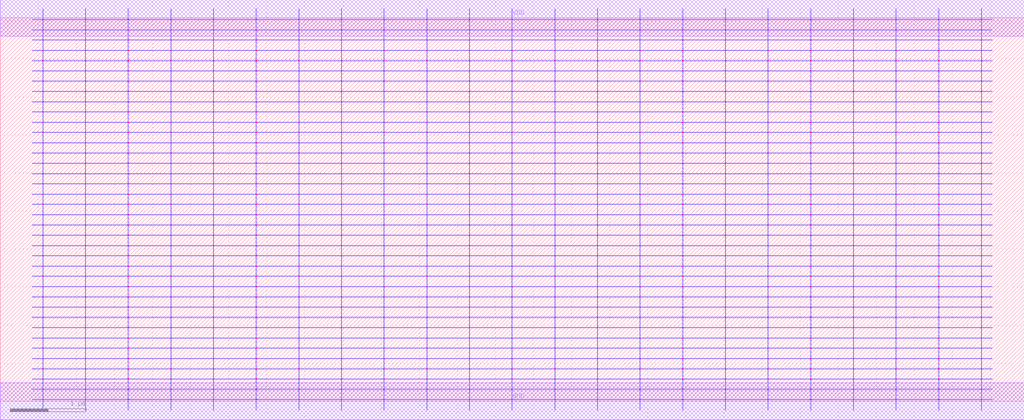
<source format=lef>
MACRO AOAAAOI21122
 CLASS CORE ;
 FOREIGN AOAAAOI21122 0 0 ;
 SIZE 13.44 BY 5.04 ;
 ORIGIN 0 0 ;
 SYMMETRY X Y R90 ;
 SITE unit ;
  PIN VDD
   DIRECTION INOUT ;
   USE POWER ;
   SHAPE ABUTMENT ;
    PORT
     CLASS CORE ;
       LAYER met1 ;
        RECT 0.00000000 4.80000000 13.44000000 5.28000000 ;
    END
  END VDD

  PIN GND
   DIRECTION INOUT ;
   USE POWER ;
   SHAPE ABUTMENT ;
    PORT
     CLASS CORE ;
       LAYER met1 ;
        RECT 0.00000000 -0.24000000 13.44000000 0.24000000 ;
    END
  END GND

 OBS
    LAYER polycont ;
     RECT 1.11600000 2.58300000 1.12400000 2.59100000 ;
     RECT 2.23600000 2.58300000 2.24400000 2.59100000 ;
     RECT 4.47600000 2.58300000 4.48400000 2.59100000 ;
     RECT 5.59600000 2.58300000 5.60400000 2.59100000 ;
     RECT 7.83600000 2.58300000 7.84400000 2.59100000 ;
     RECT 8.95600000 2.58300000 8.96400000 2.59100000 ;
     RECT 11.19600000 2.58300000 11.20400000 2.59100000 ;
     RECT 12.31600000 2.58300000 12.32400000 2.59100000 ;
     RECT 1.11600000 2.98800000 1.12400000 2.99600000 ;
     RECT 2.23600000 2.98800000 2.24400000 2.99600000 ;
     RECT 3.35600000 2.98800000 3.36400000 2.99600000 ;
     RECT 4.47600000 2.98800000 4.48400000 2.99600000 ;
     RECT 5.59600000 2.98800000 5.60400000 2.99600000 ;
     RECT 6.71600000 2.98800000 6.72400000 2.99600000 ;
     RECT 7.83600000 2.98800000 7.84400000 2.99600000 ;
     RECT 8.95600000 2.98800000 8.96400000 2.99600000 ;

    LAYER pdiffc ;
     RECT 0.55600000 3.39300000 0.56400000 3.40100000 ;
     RECT 1.67600000 3.39300000 1.68400000 3.40100000 ;
     RECT 2.79600000 3.39300000 2.80400000 3.40100000 ;
     RECT 3.91600000 3.39300000 3.92400000 3.40100000 ;
     RECT 5.03600000 3.39300000 5.04400000 3.40100000 ;
     RECT 6.15600000 3.39300000 6.16400000 3.40100000 ;
     RECT 7.27600000 3.39300000 7.28400000 3.40100000 ;
     RECT 8.39600000 3.39300000 8.40400000 3.40100000 ;
     RECT 9.51600000 3.39300000 9.52400000 3.40100000 ;
     RECT 0.55600000 3.52800000 0.56400000 3.53600000 ;
     RECT 1.67600000 3.52800000 1.68400000 3.53600000 ;
     RECT 2.79600000 3.52800000 2.80400000 3.53600000 ;
     RECT 3.91600000 3.52800000 3.92400000 3.53600000 ;
     RECT 5.03600000 3.52800000 5.04400000 3.53600000 ;
     RECT 6.15600000 3.52800000 6.16400000 3.53600000 ;
     RECT 7.27600000 3.52800000 7.28400000 3.53600000 ;
     RECT 8.39600000 3.52800000 8.40400000 3.53600000 ;
     RECT 9.51600000 3.52800000 9.52400000 3.53600000 ;
     RECT 0.55600000 3.66300000 0.56400000 3.67100000 ;
     RECT 1.67600000 3.66300000 1.68400000 3.67100000 ;
     RECT 2.79600000 3.66300000 2.80400000 3.67100000 ;
     RECT 3.91600000 3.66300000 3.92400000 3.67100000 ;
     RECT 5.03600000 3.66300000 5.04400000 3.67100000 ;
     RECT 6.15600000 3.66300000 6.16400000 3.67100000 ;
     RECT 7.27600000 3.66300000 7.28400000 3.67100000 ;
     RECT 8.39600000 3.66300000 8.40400000 3.67100000 ;
     RECT 9.51600000 3.66300000 9.52400000 3.67100000 ;
     RECT 0.55600000 3.79800000 0.56400000 3.80600000 ;
     RECT 1.67600000 3.79800000 1.68400000 3.80600000 ;
     RECT 2.79600000 3.79800000 2.80400000 3.80600000 ;
     RECT 3.91600000 3.79800000 3.92400000 3.80600000 ;
     RECT 5.03600000 3.79800000 5.04400000 3.80600000 ;
     RECT 6.15600000 3.79800000 6.16400000 3.80600000 ;
     RECT 7.27600000 3.79800000 7.28400000 3.80600000 ;
     RECT 8.39600000 3.79800000 8.40400000 3.80600000 ;
     RECT 9.51600000 3.79800000 9.52400000 3.80600000 ;
     RECT 0.55600000 3.93300000 0.56400000 3.94100000 ;
     RECT 1.67600000 3.93300000 1.68400000 3.94100000 ;
     RECT 2.79600000 3.93300000 2.80400000 3.94100000 ;
     RECT 3.91600000 3.93300000 3.92400000 3.94100000 ;
     RECT 5.03600000 3.93300000 5.04400000 3.94100000 ;
     RECT 6.15600000 3.93300000 6.16400000 3.94100000 ;
     RECT 7.27600000 3.93300000 7.28400000 3.94100000 ;
     RECT 8.39600000 3.93300000 8.40400000 3.94100000 ;
     RECT 9.51600000 3.93300000 9.52400000 3.94100000 ;
     RECT 0.55600000 4.06800000 0.56400000 4.07600000 ;
     RECT 1.67600000 4.06800000 1.68400000 4.07600000 ;
     RECT 2.79600000 4.06800000 2.80400000 4.07600000 ;
     RECT 3.91600000 4.06800000 3.92400000 4.07600000 ;
     RECT 5.03600000 4.06800000 5.04400000 4.07600000 ;
     RECT 6.15600000 4.06800000 6.16400000 4.07600000 ;
     RECT 7.27600000 4.06800000 7.28400000 4.07600000 ;
     RECT 8.39600000 4.06800000 8.40400000 4.07600000 ;
     RECT 9.51600000 4.06800000 9.52400000 4.07600000 ;
     RECT 0.55600000 4.20300000 0.56400000 4.21100000 ;
     RECT 1.67600000 4.20300000 1.68400000 4.21100000 ;
     RECT 2.79600000 4.20300000 2.80400000 4.21100000 ;
     RECT 3.91600000 4.20300000 3.92400000 4.21100000 ;
     RECT 5.03600000 4.20300000 5.04400000 4.21100000 ;
     RECT 6.15600000 4.20300000 6.16400000 4.21100000 ;
     RECT 7.27600000 4.20300000 7.28400000 4.21100000 ;
     RECT 8.39600000 4.20300000 8.40400000 4.21100000 ;
     RECT 9.51600000 4.20300000 9.52400000 4.21100000 ;
     RECT 0.55600000 4.33800000 0.56400000 4.34600000 ;
     RECT 1.67600000 4.33800000 1.68400000 4.34600000 ;
     RECT 2.79600000 4.33800000 2.80400000 4.34600000 ;
     RECT 3.91600000 4.33800000 3.92400000 4.34600000 ;
     RECT 5.03600000 4.33800000 5.04400000 4.34600000 ;
     RECT 6.15600000 4.33800000 6.16400000 4.34600000 ;
     RECT 7.27600000 4.33800000 7.28400000 4.34600000 ;
     RECT 8.39600000 4.33800000 8.40400000 4.34600000 ;
     RECT 9.51600000 4.33800000 9.52400000 4.34600000 ;
     RECT 0.55600000 4.47300000 0.56400000 4.48100000 ;
     RECT 1.67600000 4.47300000 1.68400000 4.48100000 ;
     RECT 2.79600000 4.47300000 2.80400000 4.48100000 ;
     RECT 3.91600000 4.47300000 3.92400000 4.48100000 ;
     RECT 5.03600000 4.47300000 5.04400000 4.48100000 ;
     RECT 6.15600000 4.47300000 6.16400000 4.48100000 ;
     RECT 7.27600000 4.47300000 7.28400000 4.48100000 ;
     RECT 8.39600000 4.47300000 8.40400000 4.48100000 ;
     RECT 9.51600000 4.47300000 9.52400000 4.48100000 ;
     RECT 0.55600000 4.60800000 0.56400000 4.61600000 ;
     RECT 1.67600000 4.60800000 1.68400000 4.61600000 ;
     RECT 2.79600000 4.60800000 2.80400000 4.61600000 ;
     RECT 3.91600000 4.60800000 3.92400000 4.61600000 ;
     RECT 5.03600000 4.60800000 5.04400000 4.61600000 ;
     RECT 6.15600000 4.60800000 6.16400000 4.61600000 ;
     RECT 7.27600000 4.60800000 7.28400000 4.61600000 ;
     RECT 8.39600000 4.60800000 8.40400000 4.61600000 ;
     RECT 9.51600000 4.60800000 9.52400000 4.61600000 ;

    LAYER ndiffc ;
     RECT 7.27600000 0.42300000 7.28400000 0.43100000 ;
     RECT 8.39600000 0.42300000 8.40400000 0.43100000 ;
     RECT 9.51600000 0.42300000 9.52400000 0.43100000 ;
     RECT 10.63600000 0.42300000 10.64400000 0.43100000 ;
     RECT 11.75600000 0.42300000 11.76400000 0.43100000 ;
     RECT 12.87600000 0.42300000 12.88400000 0.43100000 ;
     RECT 7.27600000 0.55800000 7.28400000 0.56600000 ;
     RECT 8.39600000 0.55800000 8.40400000 0.56600000 ;
     RECT 9.51600000 0.55800000 9.52400000 0.56600000 ;
     RECT 10.63600000 0.55800000 10.64400000 0.56600000 ;
     RECT 11.75600000 0.55800000 11.76400000 0.56600000 ;
     RECT 12.87600000 0.55800000 12.88400000 0.56600000 ;
     RECT 7.27600000 0.69300000 7.28400000 0.70100000 ;
     RECT 8.39600000 0.69300000 8.40400000 0.70100000 ;
     RECT 9.51600000 0.69300000 9.52400000 0.70100000 ;
     RECT 10.63600000 0.69300000 10.64400000 0.70100000 ;
     RECT 11.75600000 0.69300000 11.76400000 0.70100000 ;
     RECT 12.87600000 0.69300000 12.88400000 0.70100000 ;
     RECT 7.27600000 0.82800000 7.28400000 0.83600000 ;
     RECT 8.39600000 0.82800000 8.40400000 0.83600000 ;
     RECT 9.51600000 0.82800000 9.52400000 0.83600000 ;
     RECT 10.63600000 0.82800000 10.64400000 0.83600000 ;
     RECT 11.75600000 0.82800000 11.76400000 0.83600000 ;
     RECT 12.87600000 0.82800000 12.88400000 0.83600000 ;
     RECT 7.27600000 0.96300000 7.28400000 0.97100000 ;
     RECT 8.39600000 0.96300000 8.40400000 0.97100000 ;
     RECT 9.51600000 0.96300000 9.52400000 0.97100000 ;
     RECT 10.63600000 0.96300000 10.64400000 0.97100000 ;
     RECT 11.75600000 0.96300000 11.76400000 0.97100000 ;
     RECT 12.87600000 0.96300000 12.88400000 0.97100000 ;
     RECT 7.27600000 1.09800000 7.28400000 1.10600000 ;
     RECT 8.39600000 1.09800000 8.40400000 1.10600000 ;
     RECT 9.51600000 1.09800000 9.52400000 1.10600000 ;
     RECT 10.63600000 1.09800000 10.64400000 1.10600000 ;
     RECT 11.75600000 1.09800000 11.76400000 1.10600000 ;
     RECT 12.87600000 1.09800000 12.88400000 1.10600000 ;
     RECT 7.27600000 1.23300000 7.28400000 1.24100000 ;
     RECT 8.39600000 1.23300000 8.40400000 1.24100000 ;
     RECT 9.51600000 1.23300000 9.52400000 1.24100000 ;
     RECT 10.63600000 1.23300000 10.64400000 1.24100000 ;
     RECT 11.75600000 1.23300000 11.76400000 1.24100000 ;
     RECT 12.87600000 1.23300000 12.88400000 1.24100000 ;
     RECT 7.27600000 1.36800000 7.28400000 1.37600000 ;
     RECT 8.39600000 1.36800000 8.40400000 1.37600000 ;
     RECT 9.51600000 1.36800000 9.52400000 1.37600000 ;
     RECT 10.63600000 1.36800000 10.64400000 1.37600000 ;
     RECT 11.75600000 1.36800000 11.76400000 1.37600000 ;
     RECT 12.87600000 1.36800000 12.88400000 1.37600000 ;
     RECT 7.27600000 1.50300000 7.28400000 1.51100000 ;
     RECT 8.39600000 1.50300000 8.40400000 1.51100000 ;
     RECT 9.51600000 1.50300000 9.52400000 1.51100000 ;
     RECT 10.63600000 1.50300000 10.64400000 1.51100000 ;
     RECT 11.75600000 1.50300000 11.76400000 1.51100000 ;
     RECT 12.87600000 1.50300000 12.88400000 1.51100000 ;
     RECT 7.27600000 1.63800000 7.28400000 1.64600000 ;
     RECT 8.39600000 1.63800000 8.40400000 1.64600000 ;
     RECT 9.51600000 1.63800000 9.52400000 1.64600000 ;
     RECT 10.63600000 1.63800000 10.64400000 1.64600000 ;
     RECT 11.75600000 1.63800000 11.76400000 1.64600000 ;
     RECT 12.87600000 1.63800000 12.88400000 1.64600000 ;
     RECT 7.27600000 1.77300000 7.28400000 1.78100000 ;
     RECT 8.39600000 1.77300000 8.40400000 1.78100000 ;
     RECT 9.51600000 1.77300000 9.52400000 1.78100000 ;
     RECT 10.63600000 1.77300000 10.64400000 1.78100000 ;
     RECT 11.75600000 1.77300000 11.76400000 1.78100000 ;
     RECT 12.87600000 1.77300000 12.88400000 1.78100000 ;
     RECT 7.27600000 1.90800000 7.28400000 1.91600000 ;
     RECT 8.39600000 1.90800000 8.40400000 1.91600000 ;
     RECT 9.51600000 1.90800000 9.52400000 1.91600000 ;
     RECT 10.63600000 1.90800000 10.64400000 1.91600000 ;
     RECT 11.75600000 1.90800000 11.76400000 1.91600000 ;
     RECT 12.87600000 1.90800000 12.88400000 1.91600000 ;
     RECT 7.27600000 2.04300000 7.28400000 2.05100000 ;
     RECT 8.39600000 2.04300000 8.40400000 2.05100000 ;
     RECT 9.51600000 2.04300000 9.52400000 2.05100000 ;
     RECT 10.63600000 2.04300000 10.64400000 2.05100000 ;
     RECT 11.75600000 2.04300000 11.76400000 2.05100000 ;
     RECT 12.87600000 2.04300000 12.88400000 2.05100000 ;
     RECT 0.55600000 0.82800000 0.56400000 0.83600000 ;
     RECT 1.67600000 0.82800000 1.68400000 0.83600000 ;
     RECT 2.79600000 0.82800000 2.80400000 0.83600000 ;
     RECT 3.91600000 0.82800000 3.92400000 0.83600000 ;
     RECT 5.03600000 0.82800000 5.04400000 0.83600000 ;
     RECT 6.15600000 0.82800000 6.16400000 0.83600000 ;
     RECT 0.55600000 1.36800000 0.56400000 1.37600000 ;
     RECT 1.67600000 1.36800000 1.68400000 1.37600000 ;
     RECT 2.79600000 1.36800000 2.80400000 1.37600000 ;
     RECT 3.91600000 1.36800000 3.92400000 1.37600000 ;
     RECT 5.03600000 1.36800000 5.04400000 1.37600000 ;
     RECT 6.15600000 1.36800000 6.16400000 1.37600000 ;
     RECT 0.55600000 0.42300000 0.56400000 0.43100000 ;
     RECT 1.67600000 0.42300000 1.68400000 0.43100000 ;
     RECT 2.79600000 0.42300000 2.80400000 0.43100000 ;
     RECT 3.91600000 0.42300000 3.92400000 0.43100000 ;
     RECT 5.03600000 0.42300000 5.04400000 0.43100000 ;
     RECT 6.15600000 0.42300000 6.16400000 0.43100000 ;
     RECT 0.55600000 1.50300000 0.56400000 1.51100000 ;
     RECT 1.67600000 1.50300000 1.68400000 1.51100000 ;
     RECT 2.79600000 1.50300000 2.80400000 1.51100000 ;
     RECT 3.91600000 1.50300000 3.92400000 1.51100000 ;
     RECT 5.03600000 1.50300000 5.04400000 1.51100000 ;
     RECT 6.15600000 1.50300000 6.16400000 1.51100000 ;
     RECT 0.55600000 0.96300000 0.56400000 0.97100000 ;
     RECT 1.67600000 0.96300000 1.68400000 0.97100000 ;
     RECT 2.79600000 0.96300000 2.80400000 0.97100000 ;
     RECT 3.91600000 0.96300000 3.92400000 0.97100000 ;
     RECT 5.03600000 0.96300000 5.04400000 0.97100000 ;
     RECT 6.15600000 0.96300000 6.16400000 0.97100000 ;
     RECT 0.55600000 1.63800000 0.56400000 1.64600000 ;
     RECT 1.67600000 1.63800000 1.68400000 1.64600000 ;
     RECT 2.79600000 1.63800000 2.80400000 1.64600000 ;
     RECT 3.91600000 1.63800000 3.92400000 1.64600000 ;
     RECT 5.03600000 1.63800000 5.04400000 1.64600000 ;
     RECT 6.15600000 1.63800000 6.16400000 1.64600000 ;
     RECT 0.55600000 0.69300000 0.56400000 0.70100000 ;
     RECT 1.67600000 0.69300000 1.68400000 0.70100000 ;
     RECT 2.79600000 0.69300000 2.80400000 0.70100000 ;
     RECT 3.91600000 0.69300000 3.92400000 0.70100000 ;
     RECT 5.03600000 0.69300000 5.04400000 0.70100000 ;
     RECT 6.15600000 0.69300000 6.16400000 0.70100000 ;
     RECT 0.55600000 1.77300000 0.56400000 1.78100000 ;
     RECT 1.67600000 1.77300000 1.68400000 1.78100000 ;
     RECT 2.79600000 1.77300000 2.80400000 1.78100000 ;
     RECT 3.91600000 1.77300000 3.92400000 1.78100000 ;
     RECT 5.03600000 1.77300000 5.04400000 1.78100000 ;
     RECT 6.15600000 1.77300000 6.16400000 1.78100000 ;
     RECT 0.55600000 1.09800000 0.56400000 1.10600000 ;
     RECT 1.67600000 1.09800000 1.68400000 1.10600000 ;
     RECT 2.79600000 1.09800000 2.80400000 1.10600000 ;
     RECT 3.91600000 1.09800000 3.92400000 1.10600000 ;
     RECT 5.03600000 1.09800000 5.04400000 1.10600000 ;
     RECT 6.15600000 1.09800000 6.16400000 1.10600000 ;
     RECT 0.55600000 1.90800000 0.56400000 1.91600000 ;
     RECT 1.67600000 1.90800000 1.68400000 1.91600000 ;
     RECT 2.79600000 1.90800000 2.80400000 1.91600000 ;
     RECT 3.91600000 1.90800000 3.92400000 1.91600000 ;
     RECT 5.03600000 1.90800000 5.04400000 1.91600000 ;
     RECT 6.15600000 1.90800000 6.16400000 1.91600000 ;
     RECT 0.55600000 0.55800000 0.56400000 0.56600000 ;
     RECT 1.67600000 0.55800000 1.68400000 0.56600000 ;
     RECT 2.79600000 0.55800000 2.80400000 0.56600000 ;
     RECT 3.91600000 0.55800000 3.92400000 0.56600000 ;
     RECT 5.03600000 0.55800000 5.04400000 0.56600000 ;
     RECT 6.15600000 0.55800000 6.16400000 0.56600000 ;
     RECT 0.55600000 2.04300000 0.56400000 2.05100000 ;
     RECT 1.67600000 2.04300000 1.68400000 2.05100000 ;
     RECT 2.79600000 2.04300000 2.80400000 2.05100000 ;
     RECT 3.91600000 2.04300000 3.92400000 2.05100000 ;
     RECT 5.03600000 2.04300000 5.04400000 2.05100000 ;
     RECT 6.15600000 2.04300000 6.16400000 2.05100000 ;
     RECT 0.55600000 1.23300000 0.56400000 1.24100000 ;
     RECT 1.67600000 1.23300000 1.68400000 1.24100000 ;
     RECT 2.79600000 1.23300000 2.80400000 1.24100000 ;
     RECT 3.91600000 1.23300000 3.92400000 1.24100000 ;
     RECT 5.03600000 1.23300000 5.04400000 1.24100000 ;
     RECT 6.15600000 1.23300000 6.16400000 1.24100000 ;

    LAYER met1 ;
     RECT 0.00000000 -0.24000000 13.44000000 0.24000000 ;
     RECT 6.71600000 0.24000000 6.72400000 0.28800000 ;
     RECT 0.44500000 0.28800000 12.99500000 0.29600000 ;
     RECT 6.71600000 0.29600000 6.72400000 0.42300000 ;
     RECT 0.44500000 0.42300000 12.99500000 0.43100000 ;
     RECT 6.71600000 0.43100000 6.72400000 0.55800000 ;
     RECT 0.44500000 0.55800000 12.99500000 0.56600000 ;
     RECT 6.71600000 0.56600000 6.72400000 0.69300000 ;
     RECT 0.44500000 0.69300000 12.99500000 0.70100000 ;
     RECT 6.71600000 0.70100000 6.72400000 0.82800000 ;
     RECT 0.44500000 0.82800000 12.99500000 0.83600000 ;
     RECT 6.71600000 0.83600000 6.72400000 0.96300000 ;
     RECT 0.44500000 0.96300000 12.99500000 0.97100000 ;
     RECT 6.71600000 0.97100000 6.72400000 1.09800000 ;
     RECT 0.44500000 1.09800000 12.99500000 1.10600000 ;
     RECT 6.71600000 1.10600000 6.72400000 1.23300000 ;
     RECT 0.44500000 1.23300000 12.99500000 1.24100000 ;
     RECT 6.71600000 1.24100000 6.72400000 1.36800000 ;
     RECT 0.44500000 1.36800000 12.99500000 1.37600000 ;
     RECT 6.71600000 1.37600000 6.72400000 1.50300000 ;
     RECT 0.44500000 1.50300000 12.99500000 1.51100000 ;
     RECT 6.71600000 1.51100000 6.72400000 1.63800000 ;
     RECT 0.44500000 1.63800000 12.99500000 1.64600000 ;
     RECT 6.71600000 1.64600000 6.72400000 1.77300000 ;
     RECT 0.44500000 1.77300000 12.99500000 1.78100000 ;
     RECT 6.71600000 1.78100000 6.72400000 1.90800000 ;
     RECT 0.44500000 1.90800000 12.99500000 1.91600000 ;
     RECT 6.71600000 1.91600000 6.72400000 2.04300000 ;
     RECT 0.44500000 2.04300000 12.99500000 2.05100000 ;
     RECT 6.71600000 2.05100000 6.72400000 2.17800000 ;
     RECT 0.44500000 2.17800000 12.99500000 2.18600000 ;
     RECT 6.71600000 2.18600000 6.72400000 2.31300000 ;
     RECT 0.44500000 2.31300000 12.99500000 2.32100000 ;
     RECT 6.71600000 2.32100000 6.72400000 2.44800000 ;
     RECT 0.44500000 2.44800000 12.99500000 2.45600000 ;
     RECT 0.55600000 2.45600000 0.56400000 2.58300000 ;
     RECT 1.11600000 2.45600000 1.12400000 2.58300000 ;
     RECT 1.67600000 2.45600000 1.68400000 2.58300000 ;
     RECT 2.23600000 2.45600000 2.24400000 2.58300000 ;
     RECT 2.79600000 2.45600000 2.80400000 2.58300000 ;
     RECT 3.35600000 2.45600000 3.36400000 2.58300000 ;
     RECT 3.91600000 2.45600000 3.92400000 2.58300000 ;
     RECT 4.47600000 2.45600000 4.48400000 2.58300000 ;
     RECT 5.03600000 2.45600000 5.04400000 2.58300000 ;
     RECT 5.59600000 2.45600000 5.60400000 2.58300000 ;
     RECT 6.15600000 2.45600000 6.16400000 2.58300000 ;
     RECT 6.71600000 2.45600000 6.72400000 2.58300000 ;
     RECT 7.27600000 2.45600000 7.28400000 2.58300000 ;
     RECT 7.83600000 2.45600000 7.84400000 2.58300000 ;
     RECT 8.39600000 2.45600000 8.40400000 2.58300000 ;
     RECT 8.95600000 2.45600000 8.96400000 2.58300000 ;
     RECT 9.51600000 2.45600000 9.52400000 2.58300000 ;
     RECT 10.07600000 2.45600000 10.08400000 2.58300000 ;
     RECT 10.63600000 2.45600000 10.64400000 2.58300000 ;
     RECT 11.19600000 2.45600000 11.20400000 2.58300000 ;
     RECT 11.75600000 2.45600000 11.76400000 2.58300000 ;
     RECT 12.31600000 2.45600000 12.32400000 2.58300000 ;
     RECT 12.87600000 2.45600000 12.88400000 2.58300000 ;
     RECT 0.44500000 2.58300000 12.99500000 2.59100000 ;
     RECT 6.71600000 2.59100000 6.72400000 2.71800000 ;
     RECT 0.44500000 2.71800000 12.99500000 2.72600000 ;
     RECT 6.71600000 2.72600000 6.72400000 2.85300000 ;
     RECT 0.44500000 2.85300000 12.99500000 2.86100000 ;
     RECT 6.71600000 2.86100000 6.72400000 2.98800000 ;
     RECT 0.44500000 2.98800000 12.99500000 2.99600000 ;
     RECT 6.71600000 2.99600000 6.72400000 3.12300000 ;
     RECT 0.44500000 3.12300000 12.99500000 3.13100000 ;
     RECT 6.71600000 3.13100000 6.72400000 3.25800000 ;
     RECT 0.44500000 3.25800000 12.99500000 3.26600000 ;
     RECT 6.71600000 3.26600000 6.72400000 3.39300000 ;
     RECT 0.44500000 3.39300000 12.99500000 3.40100000 ;
     RECT 6.71600000 3.40100000 6.72400000 3.52800000 ;
     RECT 0.44500000 3.52800000 12.99500000 3.53600000 ;
     RECT 6.71600000 3.53600000 6.72400000 3.66300000 ;
     RECT 0.44500000 3.66300000 12.99500000 3.67100000 ;
     RECT 6.71600000 3.67100000 6.72400000 3.79800000 ;
     RECT 0.44500000 3.79800000 12.99500000 3.80600000 ;
     RECT 6.71600000 3.80600000 6.72400000 3.93300000 ;
     RECT 0.44500000 3.93300000 12.99500000 3.94100000 ;
     RECT 6.71600000 3.94100000 6.72400000 4.06800000 ;
     RECT 0.44500000 4.06800000 12.99500000 4.07600000 ;
     RECT 6.71600000 4.07600000 6.72400000 4.20300000 ;
     RECT 0.44500000 4.20300000 12.99500000 4.21100000 ;
     RECT 6.71600000 4.21100000 6.72400000 4.33800000 ;
     RECT 0.44500000 4.33800000 12.99500000 4.34600000 ;
     RECT 6.71600000 4.34600000 6.72400000 4.47300000 ;
     RECT 0.44500000 4.47300000 12.99500000 4.48100000 ;
     RECT 6.71600000 4.48100000 6.72400000 4.60800000 ;
     RECT 0.44500000 4.60800000 12.99500000 4.61600000 ;
     RECT 6.71600000 4.61600000 6.72400000 4.74300000 ;
     RECT 0.44500000 4.74300000 12.99500000 4.75100000 ;
     RECT 6.71600000 4.75100000 6.72400000 4.80000000 ;
     RECT 0.00000000 4.80000000 13.44000000 5.28000000 ;
     RECT 10.07600000 2.59100000 10.08400000 2.71800000 ;
     RECT 10.07600000 2.99600000 10.08400000 3.12300000 ;
     RECT 10.07600000 3.13100000 10.08400000 3.25800000 ;
     RECT 10.07600000 3.26600000 10.08400000 3.39300000 ;
     RECT 10.07600000 3.40100000 10.08400000 3.52800000 ;
     RECT 10.07600000 3.53600000 10.08400000 3.66300000 ;
     RECT 10.07600000 3.67100000 10.08400000 3.79800000 ;
     RECT 7.27600000 3.80600000 7.28400000 3.93300000 ;
     RECT 7.83600000 3.80600000 7.84400000 3.93300000 ;
     RECT 8.39600000 3.80600000 8.40400000 3.93300000 ;
     RECT 8.95600000 3.80600000 8.96400000 3.93300000 ;
     RECT 9.51600000 3.80600000 9.52400000 3.93300000 ;
     RECT 10.07600000 3.80600000 10.08400000 3.93300000 ;
     RECT 10.63600000 3.80600000 10.64400000 3.93300000 ;
     RECT 11.19600000 3.80600000 11.20400000 3.93300000 ;
     RECT 11.75600000 3.80600000 11.76400000 3.93300000 ;
     RECT 12.31600000 3.80600000 12.32400000 3.93300000 ;
     RECT 12.87600000 3.80600000 12.88400000 3.93300000 ;
     RECT 10.07600000 2.72600000 10.08400000 2.85300000 ;
     RECT 10.07600000 3.94100000 10.08400000 4.06800000 ;
     RECT 10.07600000 4.07600000 10.08400000 4.20300000 ;
     RECT 10.07600000 4.21100000 10.08400000 4.33800000 ;
     RECT 10.07600000 4.34600000 10.08400000 4.47300000 ;
     RECT 10.07600000 4.48100000 10.08400000 4.60800000 ;
     RECT 10.07600000 4.61600000 10.08400000 4.74300000 ;
     RECT 10.07600000 2.86100000 10.08400000 2.98800000 ;
     RECT 10.07600000 4.75100000 10.08400000 4.80000000 ;
     RECT 11.19600000 4.07600000 11.20400000 4.20300000 ;
     RECT 11.75600000 4.07600000 11.76400000 4.20300000 ;
     RECT 12.31600000 4.07600000 12.32400000 4.20300000 ;
     RECT 12.87600000 4.07600000 12.88400000 4.20300000 ;
     RECT 11.19600000 3.94100000 11.20400000 4.06800000 ;
     RECT 10.63600000 4.21100000 10.64400000 4.33800000 ;
     RECT 11.19600000 4.21100000 11.20400000 4.33800000 ;
     RECT 11.75600000 4.21100000 11.76400000 4.33800000 ;
     RECT 12.31600000 4.21100000 12.32400000 4.33800000 ;
     RECT 12.87600000 4.21100000 12.88400000 4.33800000 ;
     RECT 11.75600000 3.94100000 11.76400000 4.06800000 ;
     RECT 10.63600000 4.34600000 10.64400000 4.47300000 ;
     RECT 11.19600000 4.34600000 11.20400000 4.47300000 ;
     RECT 11.75600000 4.34600000 11.76400000 4.47300000 ;
     RECT 12.31600000 4.34600000 12.32400000 4.47300000 ;
     RECT 12.87600000 4.34600000 12.88400000 4.47300000 ;
     RECT 12.31600000 3.94100000 12.32400000 4.06800000 ;
     RECT 10.63600000 4.48100000 10.64400000 4.60800000 ;
     RECT 11.19600000 4.48100000 11.20400000 4.60800000 ;
     RECT 11.75600000 4.48100000 11.76400000 4.60800000 ;
     RECT 12.31600000 4.48100000 12.32400000 4.60800000 ;
     RECT 12.87600000 4.48100000 12.88400000 4.60800000 ;
     RECT 12.87600000 3.94100000 12.88400000 4.06800000 ;
     RECT 10.63600000 4.61600000 10.64400000 4.74300000 ;
     RECT 11.19600000 4.61600000 11.20400000 4.74300000 ;
     RECT 11.75600000 4.61600000 11.76400000 4.74300000 ;
     RECT 12.31600000 4.61600000 12.32400000 4.74300000 ;
     RECT 12.87600000 4.61600000 12.88400000 4.74300000 ;
     RECT 10.63600000 3.94100000 10.64400000 4.06800000 ;
     RECT 10.63600000 4.07600000 10.64400000 4.20300000 ;
     RECT 10.63600000 4.75100000 10.64400000 4.80000000 ;
     RECT 11.19600000 4.75100000 11.20400000 4.80000000 ;
     RECT 11.75600000 4.75100000 11.76400000 4.80000000 ;
     RECT 12.31600000 4.75100000 12.32400000 4.80000000 ;
     RECT 12.87600000 4.75100000 12.88400000 4.80000000 ;
     RECT 7.83600000 4.21100000 7.84400000 4.33800000 ;
     RECT 7.27600000 4.48100000 7.28400000 4.60800000 ;
     RECT 7.83600000 4.48100000 7.84400000 4.60800000 ;
     RECT 8.39600000 4.48100000 8.40400000 4.60800000 ;
     RECT 8.95600000 4.48100000 8.96400000 4.60800000 ;
     RECT 9.51600000 4.48100000 9.52400000 4.60800000 ;
     RECT 8.39600000 4.21100000 8.40400000 4.33800000 ;
     RECT 8.95600000 4.21100000 8.96400000 4.33800000 ;
     RECT 9.51600000 4.21100000 9.52400000 4.33800000 ;
     RECT 7.83600000 4.07600000 7.84400000 4.20300000 ;
     RECT 8.39600000 4.07600000 8.40400000 4.20300000 ;
     RECT 8.95600000 4.07600000 8.96400000 4.20300000 ;
     RECT 7.27600000 4.61600000 7.28400000 4.74300000 ;
     RECT 7.83600000 4.61600000 7.84400000 4.74300000 ;
     RECT 8.39600000 4.61600000 8.40400000 4.74300000 ;
     RECT 8.95600000 4.61600000 8.96400000 4.74300000 ;
     RECT 9.51600000 4.61600000 9.52400000 4.74300000 ;
     RECT 9.51600000 4.07600000 9.52400000 4.20300000 ;
     RECT 7.83600000 3.94100000 7.84400000 4.06800000 ;
     RECT 8.39600000 3.94100000 8.40400000 4.06800000 ;
     RECT 7.27600000 4.34600000 7.28400000 4.47300000 ;
     RECT 7.83600000 4.34600000 7.84400000 4.47300000 ;
     RECT 8.39600000 4.34600000 8.40400000 4.47300000 ;
     RECT 8.95600000 4.34600000 8.96400000 4.47300000 ;
     RECT 7.27600000 4.75100000 7.28400000 4.80000000 ;
     RECT 7.83600000 4.75100000 7.84400000 4.80000000 ;
     RECT 8.39600000 4.75100000 8.40400000 4.80000000 ;
     RECT 8.95600000 4.75100000 8.96400000 4.80000000 ;
     RECT 9.51600000 4.75100000 9.52400000 4.80000000 ;
     RECT 9.51600000 4.34600000 9.52400000 4.47300000 ;
     RECT 8.95600000 3.94100000 8.96400000 4.06800000 ;
     RECT 9.51600000 3.94100000 9.52400000 4.06800000 ;
     RECT 7.27600000 3.94100000 7.28400000 4.06800000 ;
     RECT 7.27600000 4.07600000 7.28400000 4.20300000 ;
     RECT 7.27600000 4.21100000 7.28400000 4.33800000 ;
     RECT 7.83600000 2.99600000 7.84400000 3.12300000 ;
     RECT 7.27600000 2.59100000 7.28400000 2.71800000 ;
     RECT 7.27600000 3.40100000 7.28400000 3.52800000 ;
     RECT 7.83600000 3.40100000 7.84400000 3.52800000 ;
     RECT 8.39600000 3.40100000 8.40400000 3.52800000 ;
     RECT 8.95600000 3.40100000 8.96400000 3.52800000 ;
     RECT 7.27600000 2.86100000 7.28400000 2.98800000 ;
     RECT 7.83600000 2.86100000 7.84400000 2.98800000 ;
     RECT 9.51600000 3.40100000 9.52400000 3.52800000 ;
     RECT 8.39600000 2.99600000 8.40400000 3.12300000 ;
     RECT 7.83600000 2.59100000 7.84400000 2.71800000 ;
     RECT 7.27600000 2.72600000 7.28400000 2.85300000 ;
     RECT 7.27600000 3.53600000 7.28400000 3.66300000 ;
     RECT 7.83600000 3.53600000 7.84400000 3.66300000 ;
     RECT 8.39600000 3.53600000 8.40400000 3.66300000 ;
     RECT 8.95600000 3.53600000 8.96400000 3.66300000 ;
     RECT 9.51600000 3.53600000 9.52400000 3.66300000 ;
     RECT 8.95600000 2.99600000 8.96400000 3.12300000 ;
     RECT 7.83600000 2.72600000 7.84400000 2.85300000 ;
     RECT 8.39600000 2.86100000 8.40400000 2.98800000 ;
     RECT 8.95600000 2.86100000 8.96400000 2.98800000 ;
     RECT 8.39600000 2.72600000 8.40400000 2.85300000 ;
     RECT 7.27600000 3.67100000 7.28400000 3.79800000 ;
     RECT 7.83600000 3.67100000 7.84400000 3.79800000 ;
     RECT 8.39600000 3.67100000 8.40400000 3.79800000 ;
     RECT 8.95600000 3.67100000 8.96400000 3.79800000 ;
     RECT 9.51600000 3.67100000 9.52400000 3.79800000 ;
     RECT 9.51600000 2.99600000 9.52400000 3.12300000 ;
     RECT 8.95600000 2.72600000 8.96400000 2.85300000 ;
     RECT 9.51600000 2.72600000 9.52400000 2.85300000 ;
     RECT 9.51600000 2.59100000 9.52400000 2.71800000 ;
     RECT 7.27600000 3.13100000 7.28400000 3.25800000 ;
     RECT 9.51600000 2.86100000 9.52400000 2.98800000 ;
     RECT 7.83600000 3.13100000 7.84400000 3.25800000 ;
     RECT 8.39600000 3.13100000 8.40400000 3.25800000 ;
     RECT 8.95600000 3.13100000 8.96400000 3.25800000 ;
     RECT 9.51600000 3.13100000 9.52400000 3.25800000 ;
     RECT 7.27600000 2.99600000 7.28400000 3.12300000 ;
     RECT 8.39600000 2.59100000 8.40400000 2.71800000 ;
     RECT 8.95600000 2.59100000 8.96400000 2.71800000 ;
     RECT 7.27600000 3.26600000 7.28400000 3.39300000 ;
     RECT 7.83600000 3.26600000 7.84400000 3.39300000 ;
     RECT 8.39600000 3.26600000 8.40400000 3.39300000 ;
     RECT 8.95600000 3.26600000 8.96400000 3.39300000 ;
     RECT 9.51600000 3.26600000 9.52400000 3.39300000 ;
     RECT 12.87600000 3.13100000 12.88400000 3.25800000 ;
     RECT 11.75600000 2.59100000 11.76400000 2.71800000 ;
     RECT 12.31600000 2.59100000 12.32400000 2.71800000 ;
     RECT 11.75600000 2.99600000 11.76400000 3.12300000 ;
     RECT 12.31600000 2.99600000 12.32400000 3.12300000 ;
     RECT 12.87600000 2.99600000 12.88400000 3.12300000 ;
     RECT 10.63600000 3.53600000 10.64400000 3.66300000 ;
     RECT 11.19600000 3.53600000 11.20400000 3.66300000 ;
     RECT 11.75600000 3.53600000 11.76400000 3.66300000 ;
     RECT 12.31600000 3.53600000 12.32400000 3.66300000 ;
     RECT 11.19600000 2.72600000 11.20400000 2.85300000 ;
     RECT 11.75600000 2.72600000 11.76400000 2.85300000 ;
     RECT 12.87600000 3.53600000 12.88400000 3.66300000 ;
     RECT 10.63600000 2.59100000 10.64400000 2.71800000 ;
     RECT 11.19600000 2.59100000 11.20400000 2.71800000 ;
     RECT 11.19600000 2.86100000 11.20400000 2.98800000 ;
     RECT 10.63600000 3.26600000 10.64400000 3.39300000 ;
     RECT 11.19600000 3.26600000 11.20400000 3.39300000 ;
     RECT 11.75600000 3.26600000 11.76400000 3.39300000 ;
     RECT 12.31600000 3.26600000 12.32400000 3.39300000 ;
     RECT 12.87600000 3.26600000 12.88400000 3.39300000 ;
     RECT 10.63600000 3.67100000 10.64400000 3.79800000 ;
     RECT 11.19600000 3.67100000 11.20400000 3.79800000 ;
     RECT 12.31600000 2.72600000 12.32400000 2.85300000 ;
     RECT 12.87600000 2.72600000 12.88400000 2.85300000 ;
     RECT 11.75600000 3.67100000 11.76400000 3.79800000 ;
     RECT 12.31600000 3.67100000 12.32400000 3.79800000 ;
     RECT 12.87600000 3.67100000 12.88400000 3.79800000 ;
     RECT 12.87600000 2.59100000 12.88400000 2.71800000 ;
     RECT 11.75600000 2.86100000 11.76400000 2.98800000 ;
     RECT 12.31600000 2.86100000 12.32400000 2.98800000 ;
     RECT 12.87600000 2.86100000 12.88400000 2.98800000 ;
     RECT 10.63600000 2.99600000 10.64400000 3.12300000 ;
     RECT 11.19600000 2.99600000 11.20400000 3.12300000 ;
     RECT 10.63600000 3.13100000 10.64400000 3.25800000 ;
     RECT 11.19600000 3.13100000 11.20400000 3.25800000 ;
     RECT 10.63600000 3.40100000 10.64400000 3.52800000 ;
     RECT 11.19600000 3.40100000 11.20400000 3.52800000 ;
     RECT 11.75600000 3.40100000 11.76400000 3.52800000 ;
     RECT 12.31600000 3.40100000 12.32400000 3.52800000 ;
     RECT 12.87600000 3.40100000 12.88400000 3.52800000 ;
     RECT 11.75600000 3.13100000 11.76400000 3.25800000 ;
     RECT 10.63600000 2.72600000 10.64400000 2.85300000 ;
     RECT 12.31600000 3.13100000 12.32400000 3.25800000 ;
     RECT 10.63600000 2.86100000 10.64400000 2.98800000 ;
     RECT 3.35600000 3.80600000 3.36400000 3.93300000 ;
     RECT 3.91600000 3.80600000 3.92400000 3.93300000 ;
     RECT 4.47600000 3.80600000 4.48400000 3.93300000 ;
     RECT 5.03600000 3.80600000 5.04400000 3.93300000 ;
     RECT 5.59600000 3.80600000 5.60400000 3.93300000 ;
     RECT 6.15600000 3.80600000 6.16400000 3.93300000 ;
     RECT 3.35600000 2.72600000 3.36400000 2.85300000 ;
     RECT 3.35600000 3.26600000 3.36400000 3.39300000 ;
     RECT 3.35600000 3.94100000 3.36400000 4.06800000 ;
     RECT 3.35600000 2.59100000 3.36400000 2.71800000 ;
     RECT 3.35600000 4.07600000 3.36400000 4.20300000 ;
     RECT 3.35600000 2.99600000 3.36400000 3.12300000 ;
     RECT 3.35600000 3.40100000 3.36400000 3.52800000 ;
     RECT 3.35600000 4.21100000 3.36400000 4.33800000 ;
     RECT 3.35600000 4.34600000 3.36400000 4.47300000 ;
     RECT 3.35600000 3.53600000 3.36400000 3.66300000 ;
     RECT 3.35600000 4.48100000 3.36400000 4.60800000 ;
     RECT 3.35600000 3.13100000 3.36400000 3.25800000 ;
     RECT 3.35600000 4.61600000 3.36400000 4.74300000 ;
     RECT 3.35600000 3.67100000 3.36400000 3.79800000 ;
     RECT 3.35600000 2.86100000 3.36400000 2.98800000 ;
     RECT 3.35600000 4.75100000 3.36400000 4.80000000 ;
     RECT 0.55600000 3.80600000 0.56400000 3.93300000 ;
     RECT 1.11600000 3.80600000 1.12400000 3.93300000 ;
     RECT 1.67600000 3.80600000 1.68400000 3.93300000 ;
     RECT 2.23600000 3.80600000 2.24400000 3.93300000 ;
     RECT 2.79600000 3.80600000 2.80400000 3.93300000 ;
     RECT 5.59600000 4.21100000 5.60400000 4.33800000 ;
     RECT 6.15600000 4.21100000 6.16400000 4.33800000 ;
     RECT 3.91600000 3.94100000 3.92400000 4.06800000 ;
     RECT 3.91600000 4.34600000 3.92400000 4.47300000 ;
     RECT 4.47600000 4.34600000 4.48400000 4.47300000 ;
     RECT 5.03600000 4.34600000 5.04400000 4.47300000 ;
     RECT 5.59600000 4.34600000 5.60400000 4.47300000 ;
     RECT 6.15600000 4.34600000 6.16400000 4.47300000 ;
     RECT 4.47600000 3.94100000 4.48400000 4.06800000 ;
     RECT 3.91600000 4.07600000 3.92400000 4.20300000 ;
     RECT 3.91600000 4.48100000 3.92400000 4.60800000 ;
     RECT 4.47600000 4.48100000 4.48400000 4.60800000 ;
     RECT 5.03600000 4.48100000 5.04400000 4.60800000 ;
     RECT 5.59600000 4.48100000 5.60400000 4.60800000 ;
     RECT 6.15600000 4.48100000 6.16400000 4.60800000 ;
     RECT 4.47600000 4.07600000 4.48400000 4.20300000 ;
     RECT 5.03600000 4.07600000 5.04400000 4.20300000 ;
     RECT 3.91600000 4.61600000 3.92400000 4.74300000 ;
     RECT 4.47600000 4.61600000 4.48400000 4.74300000 ;
     RECT 5.03600000 4.61600000 5.04400000 4.74300000 ;
     RECT 5.59600000 4.61600000 5.60400000 4.74300000 ;
     RECT 6.15600000 4.61600000 6.16400000 4.74300000 ;
     RECT 5.59600000 4.07600000 5.60400000 4.20300000 ;
     RECT 6.15600000 4.07600000 6.16400000 4.20300000 ;
     RECT 5.03600000 3.94100000 5.04400000 4.06800000 ;
     RECT 3.91600000 4.75100000 3.92400000 4.80000000 ;
     RECT 4.47600000 4.75100000 4.48400000 4.80000000 ;
     RECT 5.03600000 4.75100000 5.04400000 4.80000000 ;
     RECT 5.59600000 4.75100000 5.60400000 4.80000000 ;
     RECT 6.15600000 4.75100000 6.16400000 4.80000000 ;
     RECT 5.59600000 3.94100000 5.60400000 4.06800000 ;
     RECT 6.15600000 3.94100000 6.16400000 4.06800000 ;
     RECT 3.91600000 4.21100000 3.92400000 4.33800000 ;
     RECT 4.47600000 4.21100000 4.48400000 4.33800000 ;
     RECT 5.03600000 4.21100000 5.04400000 4.33800000 ;
     RECT 2.79600000 4.21100000 2.80400000 4.33800000 ;
     RECT 2.23600000 4.07600000 2.24400000 4.20300000 ;
     RECT 2.79600000 4.07600000 2.80400000 4.20300000 ;
     RECT 1.67600000 3.94100000 1.68400000 4.06800000 ;
     RECT 2.23600000 3.94100000 2.24400000 4.06800000 ;
     RECT 2.79600000 3.94100000 2.80400000 4.06800000 ;
     RECT 0.55600000 4.61600000 0.56400000 4.74300000 ;
     RECT 1.11600000 4.61600000 1.12400000 4.74300000 ;
     RECT 1.67600000 4.61600000 1.68400000 4.74300000 ;
     RECT 2.23600000 4.61600000 2.24400000 4.74300000 ;
     RECT 2.79600000 4.61600000 2.80400000 4.74300000 ;
     RECT 0.55600000 3.94100000 0.56400000 4.06800000 ;
     RECT 0.55600000 4.34600000 0.56400000 4.47300000 ;
     RECT 1.11600000 4.34600000 1.12400000 4.47300000 ;
     RECT 1.67600000 4.34600000 1.68400000 4.47300000 ;
     RECT 2.23600000 4.34600000 2.24400000 4.47300000 ;
     RECT 2.79600000 4.34600000 2.80400000 4.47300000 ;
     RECT 1.11600000 3.94100000 1.12400000 4.06800000 ;
     RECT 0.55600000 4.07600000 0.56400000 4.20300000 ;
     RECT 0.55600000 4.75100000 0.56400000 4.80000000 ;
     RECT 1.11600000 4.75100000 1.12400000 4.80000000 ;
     RECT 1.67600000 4.75100000 1.68400000 4.80000000 ;
     RECT 2.23600000 4.75100000 2.24400000 4.80000000 ;
     RECT 2.79600000 4.75100000 2.80400000 4.80000000 ;
     RECT 1.11600000 4.07600000 1.12400000 4.20300000 ;
     RECT 1.67600000 4.07600000 1.68400000 4.20300000 ;
     RECT 0.55600000 4.21100000 0.56400000 4.33800000 ;
     RECT 1.11600000 4.21100000 1.12400000 4.33800000 ;
     RECT 1.67600000 4.21100000 1.68400000 4.33800000 ;
     RECT 0.55600000 4.48100000 0.56400000 4.60800000 ;
     RECT 1.11600000 4.48100000 1.12400000 4.60800000 ;
     RECT 1.67600000 4.48100000 1.68400000 4.60800000 ;
     RECT 2.23600000 4.48100000 2.24400000 4.60800000 ;
     RECT 2.79600000 4.48100000 2.80400000 4.60800000 ;
     RECT 2.23600000 4.21100000 2.24400000 4.33800000 ;
     RECT 2.23600000 2.86100000 2.24400000 2.98800000 ;
     RECT 0.55600000 3.13100000 0.56400000 3.25800000 ;
     RECT 1.11600000 3.13100000 1.12400000 3.25800000 ;
     RECT 1.67600000 3.13100000 1.68400000 3.25800000 ;
     RECT 2.23600000 3.13100000 2.24400000 3.25800000 ;
     RECT 2.79600000 3.13100000 2.80400000 3.25800000 ;
     RECT 0.55600000 3.40100000 0.56400000 3.52800000 ;
     RECT 0.55600000 3.67100000 0.56400000 3.79800000 ;
     RECT 1.11600000 3.67100000 1.12400000 3.79800000 ;
     RECT 1.67600000 3.67100000 1.68400000 3.79800000 ;
     RECT 1.11600000 3.40100000 1.12400000 3.52800000 ;
     RECT 1.67600000 3.40100000 1.68400000 3.52800000 ;
     RECT 2.23600000 3.40100000 2.24400000 3.52800000 ;
     RECT 2.79600000 3.40100000 2.80400000 3.52800000 ;
     RECT 2.79600000 2.99600000 2.80400000 3.12300000 ;
     RECT 2.23600000 3.26600000 2.24400000 3.39300000 ;
     RECT 2.79600000 3.26600000 2.80400000 3.39300000 ;
     RECT 0.55600000 3.26600000 0.56400000 3.39300000 ;
     RECT 1.11600000 3.26600000 1.12400000 3.39300000 ;
     RECT 1.11600000 3.53600000 1.12400000 3.66300000 ;
     RECT 1.67600000 3.53600000 1.68400000 3.66300000 ;
     RECT 2.23600000 3.67100000 2.24400000 3.79800000 ;
     RECT 2.79600000 3.67100000 2.80400000 3.79800000 ;
     RECT 2.23600000 3.53600000 2.24400000 3.66300000 ;
     RECT 2.79600000 2.86100000 2.80400000 2.98800000 ;
     RECT 2.79600000 3.53600000 2.80400000 3.66300000 ;
     RECT 1.67600000 2.59100000 1.68400000 2.71800000 ;
     RECT 1.11600000 2.72600000 1.12400000 2.85300000 ;
     RECT 0.55600000 2.86100000 0.56400000 2.98800000 ;
     RECT 1.11600000 2.86100000 1.12400000 2.98800000 ;
     RECT 2.23600000 2.59100000 2.24400000 2.71800000 ;
     RECT 2.79600000 2.59100000 2.80400000 2.71800000 ;
     RECT 1.67600000 3.26600000 1.68400000 3.39300000 ;
     RECT 0.55600000 2.99600000 0.56400000 3.12300000 ;
     RECT 1.11600000 2.99600000 1.12400000 3.12300000 ;
     RECT 1.67600000 2.99600000 1.68400000 3.12300000 ;
     RECT 0.55600000 2.59100000 0.56400000 2.71800000 ;
     RECT 1.67600000 2.72600000 1.68400000 2.85300000 ;
     RECT 2.23600000 2.72600000 2.24400000 2.85300000 ;
     RECT 2.79600000 2.72600000 2.80400000 2.85300000 ;
     RECT 1.11600000 2.59100000 1.12400000 2.71800000 ;
     RECT 0.55600000 2.72600000 0.56400000 2.85300000 ;
     RECT 0.55600000 3.53600000 0.56400000 3.66300000 ;
     RECT 2.23600000 2.99600000 2.24400000 3.12300000 ;
     RECT 1.67600000 2.86100000 1.68400000 2.98800000 ;
     RECT 5.59600000 3.53600000 5.60400000 3.66300000 ;
     RECT 6.15600000 3.53600000 6.16400000 3.66300000 ;
     RECT 3.91600000 2.59100000 3.92400000 2.71800000 ;
     RECT 4.47600000 2.59100000 4.48400000 2.71800000 ;
     RECT 5.03600000 2.59100000 5.04400000 2.71800000 ;
     RECT 5.59600000 2.59100000 5.60400000 2.71800000 ;
     RECT 6.15600000 2.59100000 6.16400000 2.71800000 ;
     RECT 4.47600000 3.40100000 4.48400000 3.52800000 ;
     RECT 5.03600000 3.40100000 5.04400000 3.52800000 ;
     RECT 5.59600000 3.40100000 5.60400000 3.52800000 ;
     RECT 6.15600000 3.40100000 6.16400000 3.52800000 ;
     RECT 3.91600000 3.67100000 3.92400000 3.79800000 ;
     RECT 4.47600000 3.67100000 4.48400000 3.79800000 ;
     RECT 5.03600000 3.67100000 5.04400000 3.79800000 ;
     RECT 5.59600000 3.67100000 5.60400000 3.79800000 ;
     RECT 6.15600000 3.67100000 6.16400000 3.79800000 ;
     RECT 5.03600000 3.13100000 5.04400000 3.25800000 ;
     RECT 5.59600000 3.13100000 5.60400000 3.25800000 ;
     RECT 6.15600000 3.13100000 6.16400000 3.25800000 ;
     RECT 3.91600000 2.99600000 3.92400000 3.12300000 ;
     RECT 5.03600000 2.72600000 5.04400000 2.85300000 ;
     RECT 5.59600000 2.72600000 5.60400000 2.85300000 ;
     RECT 6.15600000 2.72600000 6.16400000 2.85300000 ;
     RECT 5.59600000 3.26600000 5.60400000 3.39300000 ;
     RECT 3.91600000 2.72600000 3.92400000 2.85300000 ;
     RECT 4.47600000 2.72600000 4.48400000 2.85300000 ;
     RECT 3.91600000 3.26600000 3.92400000 3.39300000 ;
     RECT 4.47600000 3.26600000 4.48400000 3.39300000 ;
     RECT 5.03600000 3.26600000 5.04400000 3.39300000 ;
     RECT 6.15600000 3.26600000 6.16400000 3.39300000 ;
     RECT 3.91600000 3.40100000 3.92400000 3.52800000 ;
     RECT 4.47600000 2.99600000 4.48400000 3.12300000 ;
     RECT 3.91600000 2.86100000 3.92400000 2.98800000 ;
     RECT 4.47600000 2.86100000 4.48400000 2.98800000 ;
     RECT 5.03600000 2.86100000 5.04400000 2.98800000 ;
     RECT 5.59600000 2.86100000 5.60400000 2.98800000 ;
     RECT 6.15600000 2.86100000 6.16400000 2.98800000 ;
     RECT 3.91600000 3.13100000 3.92400000 3.25800000 ;
     RECT 4.47600000 3.13100000 4.48400000 3.25800000 ;
     RECT 5.03600000 2.99600000 5.04400000 3.12300000 ;
     RECT 5.59600000 2.99600000 5.60400000 3.12300000 ;
     RECT 6.15600000 2.99600000 6.16400000 3.12300000 ;
     RECT 3.91600000 3.53600000 3.92400000 3.66300000 ;
     RECT 4.47600000 3.53600000 4.48400000 3.66300000 ;
     RECT 5.03600000 3.53600000 5.04400000 3.66300000 ;
     RECT 1.11600000 1.10600000 1.12400000 1.23300000 ;
     RECT 1.67600000 1.10600000 1.68400000 1.23300000 ;
     RECT 2.23600000 1.10600000 2.24400000 1.23300000 ;
     RECT 2.79600000 1.10600000 2.80400000 1.23300000 ;
     RECT 3.35600000 1.10600000 3.36400000 1.23300000 ;
     RECT 3.91600000 1.10600000 3.92400000 1.23300000 ;
     RECT 4.47600000 1.10600000 4.48400000 1.23300000 ;
     RECT 5.03600000 1.10600000 5.04400000 1.23300000 ;
     RECT 5.59600000 1.10600000 5.60400000 1.23300000 ;
     RECT 6.15600000 1.10600000 6.16400000 1.23300000 ;
     RECT 3.35600000 1.24100000 3.36400000 1.36800000 ;
     RECT 3.35600000 1.37600000 3.36400000 1.50300000 ;
     RECT 3.35600000 0.29600000 3.36400000 0.42300000 ;
     RECT 3.35600000 1.51100000 3.36400000 1.63800000 ;
     RECT 3.35600000 1.64600000 3.36400000 1.77300000 ;
     RECT 3.35600000 1.78100000 3.36400000 1.90800000 ;
     RECT 3.35600000 1.91600000 3.36400000 2.04300000 ;
     RECT 3.35600000 2.05100000 3.36400000 2.17800000 ;
     RECT 3.35600000 2.18600000 3.36400000 2.31300000 ;
     RECT 3.35600000 0.43100000 3.36400000 0.55800000 ;
     RECT 3.35600000 2.32100000 3.36400000 2.44800000 ;
     RECT 3.35600000 0.24000000 3.36400000 0.28800000 ;
     RECT 3.35600000 0.56600000 3.36400000 0.69300000 ;
     RECT 3.35600000 0.70100000 3.36400000 0.82800000 ;
     RECT 3.35600000 0.83600000 3.36400000 0.96300000 ;
     RECT 3.35600000 0.97100000 3.36400000 1.09800000 ;
     RECT 0.55600000 1.10600000 0.56400000 1.23300000 ;
     RECT 5.59600000 1.51100000 5.60400000 1.63800000 ;
     RECT 6.15600000 1.51100000 6.16400000 1.63800000 ;
     RECT 5.59600000 1.24100000 5.60400000 1.36800000 ;
     RECT 3.91600000 1.64600000 3.92400000 1.77300000 ;
     RECT 4.47600000 1.64600000 4.48400000 1.77300000 ;
     RECT 5.03600000 1.64600000 5.04400000 1.77300000 ;
     RECT 5.59600000 1.64600000 5.60400000 1.77300000 ;
     RECT 6.15600000 1.64600000 6.16400000 1.77300000 ;
     RECT 6.15600000 1.24100000 6.16400000 1.36800000 ;
     RECT 3.91600000 1.78100000 3.92400000 1.90800000 ;
     RECT 4.47600000 1.78100000 4.48400000 1.90800000 ;
     RECT 5.03600000 1.78100000 5.04400000 1.90800000 ;
     RECT 5.59600000 1.78100000 5.60400000 1.90800000 ;
     RECT 6.15600000 1.78100000 6.16400000 1.90800000 ;
     RECT 3.91600000 1.24100000 3.92400000 1.36800000 ;
     RECT 3.91600000 1.91600000 3.92400000 2.04300000 ;
     RECT 4.47600000 1.91600000 4.48400000 2.04300000 ;
     RECT 5.03600000 1.91600000 5.04400000 2.04300000 ;
     RECT 5.59600000 1.91600000 5.60400000 2.04300000 ;
     RECT 6.15600000 1.91600000 6.16400000 2.04300000 ;
     RECT 3.91600000 1.37600000 3.92400000 1.50300000 ;
     RECT 3.91600000 2.05100000 3.92400000 2.17800000 ;
     RECT 4.47600000 2.05100000 4.48400000 2.17800000 ;
     RECT 5.03600000 2.05100000 5.04400000 2.17800000 ;
     RECT 5.59600000 2.05100000 5.60400000 2.17800000 ;
     RECT 6.15600000 2.05100000 6.16400000 2.17800000 ;
     RECT 4.47600000 1.37600000 4.48400000 1.50300000 ;
     RECT 3.91600000 2.18600000 3.92400000 2.31300000 ;
     RECT 4.47600000 2.18600000 4.48400000 2.31300000 ;
     RECT 5.03600000 2.18600000 5.04400000 2.31300000 ;
     RECT 5.59600000 2.18600000 5.60400000 2.31300000 ;
     RECT 6.15600000 2.18600000 6.16400000 2.31300000 ;
     RECT 5.03600000 1.37600000 5.04400000 1.50300000 ;
     RECT 5.59600000 1.37600000 5.60400000 1.50300000 ;
     RECT 3.91600000 2.32100000 3.92400000 2.44800000 ;
     RECT 4.47600000 2.32100000 4.48400000 2.44800000 ;
     RECT 5.03600000 2.32100000 5.04400000 2.44800000 ;
     RECT 5.59600000 2.32100000 5.60400000 2.44800000 ;
     RECT 6.15600000 2.32100000 6.16400000 2.44800000 ;
     RECT 6.15600000 1.37600000 6.16400000 1.50300000 ;
     RECT 4.47600000 1.24100000 4.48400000 1.36800000 ;
     RECT 5.03600000 1.24100000 5.04400000 1.36800000 ;
     RECT 3.91600000 1.51100000 3.92400000 1.63800000 ;
     RECT 4.47600000 1.51100000 4.48400000 1.63800000 ;
     RECT 5.03600000 1.51100000 5.04400000 1.63800000 ;
     RECT 1.67600000 1.24100000 1.68400000 1.36800000 ;
     RECT 2.23600000 1.24100000 2.24400000 1.36800000 ;
     RECT 0.55600000 1.64600000 0.56400000 1.77300000 ;
     RECT 1.11600000 1.64600000 1.12400000 1.77300000 ;
     RECT 1.67600000 1.64600000 1.68400000 1.77300000 ;
     RECT 0.55600000 2.05100000 0.56400000 2.17800000 ;
     RECT 1.11600000 2.05100000 1.12400000 2.17800000 ;
     RECT 1.67600000 2.05100000 1.68400000 2.17800000 ;
     RECT 2.23600000 2.05100000 2.24400000 2.17800000 ;
     RECT 2.79600000 2.05100000 2.80400000 2.17800000 ;
     RECT 2.23600000 1.64600000 2.24400000 1.77300000 ;
     RECT 2.79600000 1.64600000 2.80400000 1.77300000 ;
     RECT 2.79600000 1.24100000 2.80400000 1.36800000 ;
     RECT 0.55600000 1.24100000 0.56400000 1.36800000 ;
     RECT 0.55600000 1.37600000 0.56400000 1.50300000 ;
     RECT 1.11600000 1.37600000 1.12400000 1.50300000 ;
     RECT 0.55600000 2.18600000 0.56400000 2.31300000 ;
     RECT 1.11600000 2.18600000 1.12400000 2.31300000 ;
     RECT 1.67600000 2.18600000 1.68400000 2.31300000 ;
     RECT 2.23600000 2.18600000 2.24400000 2.31300000 ;
     RECT 2.79600000 2.18600000 2.80400000 2.31300000 ;
     RECT 0.55600000 1.51100000 0.56400000 1.63800000 ;
     RECT 1.11600000 1.51100000 1.12400000 1.63800000 ;
     RECT 0.55600000 1.78100000 0.56400000 1.90800000 ;
     RECT 1.11600000 1.78100000 1.12400000 1.90800000 ;
     RECT 1.67600000 1.78100000 1.68400000 1.90800000 ;
     RECT 2.23600000 1.78100000 2.24400000 1.90800000 ;
     RECT 2.79600000 1.78100000 2.80400000 1.90800000 ;
     RECT 0.55600000 2.32100000 0.56400000 2.44800000 ;
     RECT 1.11600000 2.32100000 1.12400000 2.44800000 ;
     RECT 1.67600000 2.32100000 1.68400000 2.44800000 ;
     RECT 2.23600000 2.32100000 2.24400000 2.44800000 ;
     RECT 2.79600000 2.32100000 2.80400000 2.44800000 ;
     RECT 1.67600000 1.51100000 1.68400000 1.63800000 ;
     RECT 2.23600000 1.51100000 2.24400000 1.63800000 ;
     RECT 2.79600000 1.51100000 2.80400000 1.63800000 ;
     RECT 1.67600000 1.37600000 1.68400000 1.50300000 ;
     RECT 2.23600000 1.37600000 2.24400000 1.50300000 ;
     RECT 2.79600000 1.37600000 2.80400000 1.50300000 ;
     RECT 0.55600000 1.91600000 0.56400000 2.04300000 ;
     RECT 1.11600000 1.91600000 1.12400000 2.04300000 ;
     RECT 1.67600000 1.91600000 1.68400000 2.04300000 ;
     RECT 2.23600000 1.91600000 2.24400000 2.04300000 ;
     RECT 2.79600000 1.91600000 2.80400000 2.04300000 ;
     RECT 1.11600000 1.24100000 1.12400000 1.36800000 ;
     RECT 1.67600000 0.43100000 1.68400000 0.55800000 ;
     RECT 2.23600000 0.43100000 2.24400000 0.55800000 ;
     RECT 2.79600000 0.29600000 2.80400000 0.42300000 ;
     RECT 2.79600000 0.43100000 2.80400000 0.55800000 ;
     RECT 1.67600000 0.29600000 1.68400000 0.42300000 ;
     RECT 2.79600000 0.24000000 2.80400000 0.28800000 ;
     RECT 1.67600000 0.24000000 1.68400000 0.28800000 ;
     RECT 0.55600000 0.56600000 0.56400000 0.69300000 ;
     RECT 1.11600000 0.56600000 1.12400000 0.69300000 ;
     RECT 1.67600000 0.56600000 1.68400000 0.69300000 ;
     RECT 2.23600000 0.56600000 2.24400000 0.69300000 ;
     RECT 2.79600000 0.56600000 2.80400000 0.69300000 ;
     RECT 0.55600000 0.43100000 0.56400000 0.55800000 ;
     RECT 0.55600000 0.70100000 0.56400000 0.82800000 ;
     RECT 1.11600000 0.70100000 1.12400000 0.82800000 ;
     RECT 1.67600000 0.70100000 1.68400000 0.82800000 ;
     RECT 2.23600000 0.70100000 2.24400000 0.82800000 ;
     RECT 2.79600000 0.70100000 2.80400000 0.82800000 ;
     RECT 1.11600000 0.43100000 1.12400000 0.55800000 ;
     RECT 0.55600000 0.83600000 0.56400000 0.96300000 ;
     RECT 1.11600000 0.83600000 1.12400000 0.96300000 ;
     RECT 1.67600000 0.83600000 1.68400000 0.96300000 ;
     RECT 2.23600000 0.83600000 2.24400000 0.96300000 ;
     RECT 2.79600000 0.83600000 2.80400000 0.96300000 ;
     RECT 2.23600000 0.24000000 2.24400000 0.28800000 ;
     RECT 0.55600000 0.24000000 0.56400000 0.28800000 ;
     RECT 0.55600000 0.97100000 0.56400000 1.09800000 ;
     RECT 1.11600000 0.97100000 1.12400000 1.09800000 ;
     RECT 1.67600000 0.97100000 1.68400000 1.09800000 ;
     RECT 2.23600000 0.97100000 2.24400000 1.09800000 ;
     RECT 2.79600000 0.97100000 2.80400000 1.09800000 ;
     RECT 1.11600000 0.29600000 1.12400000 0.42300000 ;
     RECT 1.11600000 0.24000000 1.12400000 0.28800000 ;
     RECT 0.55600000 0.29600000 0.56400000 0.42300000 ;
     RECT 2.23600000 0.29600000 2.24400000 0.42300000 ;
     RECT 3.91600000 0.29600000 3.92400000 0.42300000 ;
     RECT 3.91600000 0.70100000 3.92400000 0.82800000 ;
     RECT 4.47600000 0.70100000 4.48400000 0.82800000 ;
     RECT 5.03600000 0.70100000 5.04400000 0.82800000 ;
     RECT 5.59600000 0.70100000 5.60400000 0.82800000 ;
     RECT 6.15600000 0.70100000 6.16400000 0.82800000 ;
     RECT 5.03600000 0.24000000 5.04400000 0.28800000 ;
     RECT 5.59600000 0.24000000 5.60400000 0.28800000 ;
     RECT 4.47600000 0.29600000 4.48400000 0.42300000 ;
     RECT 3.91600000 0.43100000 3.92400000 0.55800000 ;
     RECT 4.47600000 0.43100000 4.48400000 0.55800000 ;
     RECT 5.03600000 0.43100000 5.04400000 0.55800000 ;
     RECT 3.91600000 0.56600000 3.92400000 0.69300000 ;
     RECT 4.47600000 0.56600000 4.48400000 0.69300000 ;
     RECT 3.91600000 0.83600000 3.92400000 0.96300000 ;
     RECT 4.47600000 0.83600000 4.48400000 0.96300000 ;
     RECT 5.03600000 0.83600000 5.04400000 0.96300000 ;
     RECT 5.59600000 0.83600000 5.60400000 0.96300000 ;
     RECT 6.15600000 0.83600000 6.16400000 0.96300000 ;
     RECT 6.15600000 0.24000000 6.16400000 0.28800000 ;
     RECT 5.03600000 0.56600000 5.04400000 0.69300000 ;
     RECT 5.59600000 0.56600000 5.60400000 0.69300000 ;
     RECT 6.15600000 0.56600000 6.16400000 0.69300000 ;
     RECT 3.91600000 0.24000000 3.92400000 0.28800000 ;
     RECT 4.47600000 0.24000000 4.48400000 0.28800000 ;
     RECT 5.59600000 0.43100000 5.60400000 0.55800000 ;
     RECT 6.15600000 0.43100000 6.16400000 0.55800000 ;
     RECT 3.91600000 0.97100000 3.92400000 1.09800000 ;
     RECT 4.47600000 0.97100000 4.48400000 1.09800000 ;
     RECT 5.03600000 0.97100000 5.04400000 1.09800000 ;
     RECT 5.59600000 0.97100000 5.60400000 1.09800000 ;
     RECT 6.15600000 0.97100000 6.16400000 1.09800000 ;
     RECT 5.59600000 0.29600000 5.60400000 0.42300000 ;
     RECT 6.15600000 0.29600000 6.16400000 0.42300000 ;
     RECT 5.03600000 0.29600000 5.04400000 0.42300000 ;
     RECT 10.07600000 1.64600000 10.08400000 1.77300000 ;
     RECT 10.07600000 0.56600000 10.08400000 0.69300000 ;
     RECT 10.07600000 0.97100000 10.08400000 1.09800000 ;
     RECT 10.07600000 1.78100000 10.08400000 1.90800000 ;
     RECT 7.27600000 1.10600000 7.28400000 1.23300000 ;
     RECT 10.07600000 1.91600000 10.08400000 2.04300000 ;
     RECT 7.83600000 1.10600000 7.84400000 1.23300000 ;
     RECT 8.39600000 1.10600000 8.40400000 1.23300000 ;
     RECT 8.95600000 1.10600000 8.96400000 1.23300000 ;
     RECT 9.51600000 1.10600000 9.52400000 1.23300000 ;
     RECT 10.07600000 1.10600000 10.08400000 1.23300000 ;
     RECT 10.63600000 1.10600000 10.64400000 1.23300000 ;
     RECT 11.19600000 1.10600000 11.20400000 1.23300000 ;
     RECT 11.75600000 1.10600000 11.76400000 1.23300000 ;
     RECT 12.31600000 1.10600000 12.32400000 1.23300000 ;
     RECT 12.87600000 1.10600000 12.88400000 1.23300000 ;
     RECT 10.07600000 2.05100000 10.08400000 2.17800000 ;
     RECT 10.07600000 0.70100000 10.08400000 0.82800000 ;
     RECT 10.07600000 2.18600000 10.08400000 2.31300000 ;
     RECT 10.07600000 1.24100000 10.08400000 1.36800000 ;
     RECT 10.07600000 0.43100000 10.08400000 0.55800000 ;
     RECT 10.07600000 2.32100000 10.08400000 2.44800000 ;
     RECT 10.07600000 1.37600000 10.08400000 1.50300000 ;
     RECT 10.07600000 0.29600000 10.08400000 0.42300000 ;
     RECT 10.07600000 0.83600000 10.08400000 0.96300000 ;
     RECT 10.07600000 1.51100000 10.08400000 1.63800000 ;
     RECT 10.07600000 0.24000000 10.08400000 0.28800000 ;
     RECT 12.31600000 1.78100000 12.32400000 1.90800000 ;
     RECT 12.87600000 1.78100000 12.88400000 1.90800000 ;
     RECT 12.31600000 1.64600000 12.32400000 1.77300000 ;
     RECT 12.87600000 1.64600000 12.88400000 1.77300000 ;
     RECT 10.63600000 1.91600000 10.64400000 2.04300000 ;
     RECT 10.63600000 2.05100000 10.64400000 2.17800000 ;
     RECT 11.19600000 2.05100000 11.20400000 2.17800000 ;
     RECT 11.75600000 2.05100000 11.76400000 2.17800000 ;
     RECT 12.31600000 2.05100000 12.32400000 2.17800000 ;
     RECT 12.87600000 2.05100000 12.88400000 2.17800000 ;
     RECT 11.19600000 1.91600000 11.20400000 2.04300000 ;
     RECT 11.75600000 1.91600000 11.76400000 2.04300000 ;
     RECT 10.63600000 2.18600000 10.64400000 2.31300000 ;
     RECT 11.19600000 2.18600000 11.20400000 2.31300000 ;
     RECT 11.75600000 2.18600000 11.76400000 2.31300000 ;
     RECT 12.31600000 2.18600000 12.32400000 2.31300000 ;
     RECT 12.87600000 2.18600000 12.88400000 2.31300000 ;
     RECT 12.31600000 1.91600000 12.32400000 2.04300000 ;
     RECT 10.63600000 1.24100000 10.64400000 1.36800000 ;
     RECT 11.19600000 1.24100000 11.20400000 1.36800000 ;
     RECT 11.75600000 1.24100000 11.76400000 1.36800000 ;
     RECT 12.31600000 1.24100000 12.32400000 1.36800000 ;
     RECT 12.87600000 1.24100000 12.88400000 1.36800000 ;
     RECT 12.87600000 1.91600000 12.88400000 2.04300000 ;
     RECT 10.63600000 1.64600000 10.64400000 1.77300000 ;
     RECT 10.63600000 2.32100000 10.64400000 2.44800000 ;
     RECT 11.19600000 2.32100000 11.20400000 2.44800000 ;
     RECT 11.75600000 2.32100000 11.76400000 2.44800000 ;
     RECT 12.31600000 2.32100000 12.32400000 2.44800000 ;
     RECT 12.87600000 2.32100000 12.88400000 2.44800000 ;
     RECT 11.19600000 1.64600000 11.20400000 1.77300000 ;
     RECT 10.63600000 1.37600000 10.64400000 1.50300000 ;
     RECT 11.19600000 1.37600000 11.20400000 1.50300000 ;
     RECT 11.75600000 1.37600000 11.76400000 1.50300000 ;
     RECT 12.31600000 1.37600000 12.32400000 1.50300000 ;
     RECT 12.87600000 1.37600000 12.88400000 1.50300000 ;
     RECT 11.75600000 1.64600000 11.76400000 1.77300000 ;
     RECT 10.63600000 1.78100000 10.64400000 1.90800000 ;
     RECT 11.19600000 1.78100000 11.20400000 1.90800000 ;
     RECT 10.63600000 1.51100000 10.64400000 1.63800000 ;
     RECT 11.19600000 1.51100000 11.20400000 1.63800000 ;
     RECT 11.75600000 1.51100000 11.76400000 1.63800000 ;
     RECT 12.31600000 1.51100000 12.32400000 1.63800000 ;
     RECT 12.87600000 1.51100000 12.88400000 1.63800000 ;
     RECT 11.75600000 1.78100000 11.76400000 1.90800000 ;
     RECT 8.39600000 2.05100000 8.40400000 2.17800000 ;
     RECT 8.95600000 2.05100000 8.96400000 2.17800000 ;
     RECT 9.51600000 2.05100000 9.52400000 2.17800000 ;
     RECT 8.39600000 1.78100000 8.40400000 1.90800000 ;
     RECT 8.95600000 1.78100000 8.96400000 1.90800000 ;
     RECT 9.51600000 1.78100000 9.52400000 1.90800000 ;
     RECT 7.27600000 2.32100000 7.28400000 2.44800000 ;
     RECT 7.83600000 2.32100000 7.84400000 2.44800000 ;
     RECT 8.39600000 2.32100000 8.40400000 2.44800000 ;
     RECT 8.95600000 2.32100000 8.96400000 2.44800000 ;
     RECT 9.51600000 2.32100000 9.52400000 2.44800000 ;
     RECT 7.27600000 1.91600000 7.28400000 2.04300000 ;
     RECT 7.83600000 1.91600000 7.84400000 2.04300000 ;
     RECT 8.39600000 1.91600000 8.40400000 2.04300000 ;
     RECT 8.95600000 1.91600000 8.96400000 2.04300000 ;
     RECT 7.27600000 1.24100000 7.28400000 1.36800000 ;
     RECT 7.83600000 1.24100000 7.84400000 1.36800000 ;
     RECT 7.27600000 1.37600000 7.28400000 1.50300000 ;
     RECT 7.83600000 1.37600000 7.84400000 1.50300000 ;
     RECT 8.39600000 1.37600000 8.40400000 1.50300000 ;
     RECT 8.95600000 1.37600000 8.96400000 1.50300000 ;
     RECT 9.51600000 1.37600000 9.52400000 1.50300000 ;
     RECT 8.39600000 1.24100000 8.40400000 1.36800000 ;
     RECT 7.27600000 2.18600000 7.28400000 2.31300000 ;
     RECT 7.83600000 2.18600000 7.84400000 2.31300000 ;
     RECT 8.39600000 2.18600000 8.40400000 2.31300000 ;
     RECT 8.95600000 2.18600000 8.96400000 2.31300000 ;
     RECT 9.51600000 2.18600000 9.52400000 2.31300000 ;
     RECT 9.51600000 1.91600000 9.52400000 2.04300000 ;
     RECT 8.95600000 1.64600000 8.96400000 1.77300000 ;
     RECT 7.27600000 1.51100000 7.28400000 1.63800000 ;
     RECT 7.83600000 1.51100000 7.84400000 1.63800000 ;
     RECT 8.39600000 1.51100000 8.40400000 1.63800000 ;
     RECT 8.95600000 1.51100000 8.96400000 1.63800000 ;
     RECT 9.51600000 1.51100000 9.52400000 1.63800000 ;
     RECT 9.51600000 1.64600000 9.52400000 1.77300000 ;
     RECT 7.27600000 1.78100000 7.28400000 1.90800000 ;
     RECT 7.83600000 1.78100000 7.84400000 1.90800000 ;
     RECT 7.27600000 2.05100000 7.28400000 2.17800000 ;
     RECT 8.95600000 1.24100000 8.96400000 1.36800000 ;
     RECT 9.51600000 1.24100000 9.52400000 1.36800000 ;
     RECT 7.83600000 2.05100000 7.84400000 2.17800000 ;
     RECT 7.27600000 1.64600000 7.28400000 1.77300000 ;
     RECT 7.83600000 1.64600000 7.84400000 1.77300000 ;
     RECT 8.39600000 1.64600000 8.40400000 1.77300000 ;
     RECT 9.51600000 0.43100000 9.52400000 0.55800000 ;
     RECT 7.27600000 0.97100000 7.28400000 1.09800000 ;
     RECT 7.83600000 0.97100000 7.84400000 1.09800000 ;
     RECT 7.27600000 0.24000000 7.28400000 0.28800000 ;
     RECT 7.83600000 0.29600000 7.84400000 0.42300000 ;
     RECT 7.27600000 0.43100000 7.28400000 0.55800000 ;
     RECT 7.27600000 0.83600000 7.28400000 0.96300000 ;
     RECT 7.83600000 0.83600000 7.84400000 0.96300000 ;
     RECT 8.39600000 0.83600000 8.40400000 0.96300000 ;
     RECT 8.95600000 0.83600000 8.96400000 0.96300000 ;
     RECT 9.51600000 0.83600000 9.52400000 0.96300000 ;
     RECT 7.83600000 0.43100000 7.84400000 0.55800000 ;
     RECT 8.39600000 0.43100000 8.40400000 0.55800000 ;
     RECT 8.95600000 0.43100000 8.96400000 0.55800000 ;
     RECT 7.27600000 0.70100000 7.28400000 0.82800000 ;
     RECT 7.83600000 0.70100000 7.84400000 0.82800000 ;
     RECT 8.39600000 0.70100000 8.40400000 0.82800000 ;
     RECT 8.95600000 0.70100000 8.96400000 0.82800000 ;
     RECT 8.39600000 0.29600000 8.40400000 0.42300000 ;
     RECT 8.95600000 0.29600000 8.96400000 0.42300000 ;
     RECT 9.51600000 0.29600000 9.52400000 0.42300000 ;
     RECT 9.51600000 0.70100000 9.52400000 0.82800000 ;
     RECT 7.83600000 0.24000000 7.84400000 0.28800000 ;
     RECT 8.39600000 0.24000000 8.40400000 0.28800000 ;
     RECT 8.95600000 0.24000000 8.96400000 0.28800000 ;
     RECT 9.51600000 0.24000000 9.52400000 0.28800000 ;
     RECT 7.27600000 0.29600000 7.28400000 0.42300000 ;
     RECT 7.27600000 0.56600000 7.28400000 0.69300000 ;
     RECT 7.83600000 0.56600000 7.84400000 0.69300000 ;
     RECT 8.39600000 0.56600000 8.40400000 0.69300000 ;
     RECT 8.95600000 0.56600000 8.96400000 0.69300000 ;
     RECT 9.51600000 0.56600000 9.52400000 0.69300000 ;
     RECT 8.39600000 0.97100000 8.40400000 1.09800000 ;
     RECT 8.95600000 0.97100000 8.96400000 1.09800000 ;
     RECT 9.51600000 0.97100000 9.52400000 1.09800000 ;
     RECT 10.63600000 0.70100000 10.64400000 0.82800000 ;
     RECT 11.19600000 0.70100000 11.20400000 0.82800000 ;
     RECT 11.19600000 0.97100000 11.20400000 1.09800000 ;
     RECT 10.63600000 0.43100000 10.64400000 0.55800000 ;
     RECT 10.63600000 0.83600000 10.64400000 0.96300000 ;
     RECT 11.19600000 0.83600000 11.20400000 0.96300000 ;
     RECT 11.75600000 0.83600000 11.76400000 0.96300000 ;
     RECT 12.31600000 0.83600000 12.32400000 0.96300000 ;
     RECT 11.19600000 0.43100000 11.20400000 0.55800000 ;
     RECT 11.75600000 0.43100000 11.76400000 0.55800000 ;
     RECT 12.31600000 0.43100000 12.32400000 0.55800000 ;
     RECT 12.87600000 0.43100000 12.88400000 0.55800000 ;
     RECT 11.75600000 0.97100000 11.76400000 1.09800000 ;
     RECT 12.31600000 0.97100000 12.32400000 1.09800000 ;
     RECT 12.87600000 0.97100000 12.88400000 1.09800000 ;
     RECT 11.19600000 0.56600000 11.20400000 0.69300000 ;
     RECT 11.75600000 0.70100000 11.76400000 0.82800000 ;
     RECT 12.31600000 0.70100000 12.32400000 0.82800000 ;
     RECT 12.87600000 0.70100000 12.88400000 0.82800000 ;
     RECT 12.87600000 0.83600000 12.88400000 0.96300000 ;
     RECT 11.75600000 0.29600000 11.76400000 0.42300000 ;
     RECT 12.31600000 0.29600000 12.32400000 0.42300000 ;
     RECT 12.87600000 0.29600000 12.88400000 0.42300000 ;
     RECT 11.75600000 0.56600000 11.76400000 0.69300000 ;
     RECT 12.31600000 0.56600000 12.32400000 0.69300000 ;
     RECT 12.87600000 0.56600000 12.88400000 0.69300000 ;
     RECT 10.63600000 0.24000000 10.64400000 0.28800000 ;
     RECT 11.19600000 0.24000000 11.20400000 0.28800000 ;
     RECT 11.75600000 0.24000000 11.76400000 0.28800000 ;
     RECT 12.31600000 0.24000000 12.32400000 0.28800000 ;
     RECT 12.87600000 0.24000000 12.88400000 0.28800000 ;
     RECT 10.63600000 0.29600000 10.64400000 0.42300000 ;
     RECT 11.19600000 0.29600000 11.20400000 0.42300000 ;
     RECT 10.63600000 0.56600000 10.64400000 0.69300000 ;
     RECT 10.63600000 0.97100000 10.64400000 1.09800000 ;

    LAYER via1 ;
     RECT 6.71600000 0.01800000 6.72400000 0.02600000 ;
     RECT 6.71600000 0.15300000 6.72400000 0.16100000 ;
     RECT 6.71600000 0.28800000 6.72400000 0.29600000 ;
     RECT 6.71600000 0.42300000 6.72400000 0.43100000 ;
     RECT 6.71600000 0.55800000 6.72400000 0.56600000 ;
     RECT 6.71600000 0.69300000 6.72400000 0.70100000 ;
     RECT 6.71600000 0.82800000 6.72400000 0.83600000 ;
     RECT 6.71600000 0.96300000 6.72400000 0.97100000 ;
     RECT 6.71600000 1.09800000 6.72400000 1.10600000 ;
     RECT 6.71600000 1.23300000 6.72400000 1.24100000 ;
     RECT 6.71600000 1.36800000 6.72400000 1.37600000 ;
     RECT 6.71600000 1.50300000 6.72400000 1.51100000 ;
     RECT 6.71600000 1.63800000 6.72400000 1.64600000 ;
     RECT 6.71600000 1.77300000 6.72400000 1.78100000 ;
     RECT 6.71600000 1.90800000 6.72400000 1.91600000 ;
     RECT 6.71600000 2.04300000 6.72400000 2.05100000 ;
     RECT 6.71600000 2.17800000 6.72400000 2.18600000 ;
     RECT 6.71600000 2.31300000 6.72400000 2.32100000 ;
     RECT 6.71600000 2.44800000 6.72400000 2.45600000 ;
     RECT 6.71600000 2.58300000 6.72400000 2.59100000 ;
     RECT 6.71600000 2.71800000 6.72400000 2.72600000 ;
     RECT 6.71600000 2.85300000 6.72400000 2.86100000 ;
     RECT 6.71600000 2.98800000 6.72400000 2.99600000 ;
     RECT 6.71600000 3.12300000 6.72400000 3.13100000 ;
     RECT 6.71600000 3.25800000 6.72400000 3.26600000 ;
     RECT 6.71600000 3.39300000 6.72400000 3.40100000 ;
     RECT 6.71600000 3.52800000 6.72400000 3.53600000 ;
     RECT 6.71600000 3.66300000 6.72400000 3.67100000 ;
     RECT 6.71600000 3.79800000 6.72400000 3.80600000 ;
     RECT 6.71600000 3.93300000 6.72400000 3.94100000 ;
     RECT 6.71600000 4.06800000 6.72400000 4.07600000 ;
     RECT 6.71600000 4.20300000 6.72400000 4.21100000 ;
     RECT 6.71600000 4.33800000 6.72400000 4.34600000 ;
     RECT 6.71600000 4.47300000 6.72400000 4.48100000 ;
     RECT 6.71600000 4.60800000 6.72400000 4.61600000 ;
     RECT 6.71600000 4.74300000 6.72400000 4.75100000 ;
     RECT 6.71600000 4.87800000 6.72400000 4.88600000 ;
     RECT 6.71600000 5.01300000 6.72400000 5.02100000 ;
     RECT 10.07600000 3.79800000 10.08400000 3.80600000 ;
     RECT 10.63600000 3.79800000 10.64400000 3.80600000 ;
     RECT 11.19600000 3.79800000 11.20400000 3.80600000 ;
     RECT 11.75600000 3.79800000 11.76400000 3.80600000 ;
     RECT 12.31600000 3.79800000 12.32400000 3.80600000 ;
     RECT 12.87600000 3.79800000 12.88400000 3.80600000 ;
     RECT 10.07600000 3.93300000 10.08400000 3.94100000 ;
     RECT 10.63600000 3.93300000 10.64400000 3.94100000 ;
     RECT 11.19600000 3.93300000 11.20400000 3.94100000 ;
     RECT 11.75600000 3.93300000 11.76400000 3.94100000 ;
     RECT 12.31600000 3.93300000 12.32400000 3.94100000 ;
     RECT 12.87600000 3.93300000 12.88400000 3.94100000 ;
     RECT 10.07600000 4.06800000 10.08400000 4.07600000 ;
     RECT 10.63600000 4.06800000 10.64400000 4.07600000 ;
     RECT 11.19600000 4.06800000 11.20400000 4.07600000 ;
     RECT 11.75600000 4.06800000 11.76400000 4.07600000 ;
     RECT 12.31600000 4.06800000 12.32400000 4.07600000 ;
     RECT 12.87600000 4.06800000 12.88400000 4.07600000 ;
     RECT 10.07600000 4.20300000 10.08400000 4.21100000 ;
     RECT 10.63600000 4.20300000 10.64400000 4.21100000 ;
     RECT 11.19600000 4.20300000 11.20400000 4.21100000 ;
     RECT 11.75600000 4.20300000 11.76400000 4.21100000 ;
     RECT 12.31600000 4.20300000 12.32400000 4.21100000 ;
     RECT 12.87600000 4.20300000 12.88400000 4.21100000 ;
     RECT 10.07600000 4.33800000 10.08400000 4.34600000 ;
     RECT 10.63600000 4.33800000 10.64400000 4.34600000 ;
     RECT 11.19600000 4.33800000 11.20400000 4.34600000 ;
     RECT 11.75600000 4.33800000 11.76400000 4.34600000 ;
     RECT 12.31600000 4.33800000 12.32400000 4.34600000 ;
     RECT 12.87600000 4.33800000 12.88400000 4.34600000 ;
     RECT 10.07600000 4.47300000 10.08400000 4.48100000 ;
     RECT 10.63600000 4.47300000 10.64400000 4.48100000 ;
     RECT 11.19600000 4.47300000 11.20400000 4.48100000 ;
     RECT 11.75600000 4.47300000 11.76400000 4.48100000 ;
     RECT 12.31600000 4.47300000 12.32400000 4.48100000 ;
     RECT 12.87600000 4.47300000 12.88400000 4.48100000 ;
     RECT 10.07600000 4.60800000 10.08400000 4.61600000 ;
     RECT 10.63600000 4.60800000 10.64400000 4.61600000 ;
     RECT 11.19600000 4.60800000 11.20400000 4.61600000 ;
     RECT 11.75600000 4.60800000 11.76400000 4.61600000 ;
     RECT 12.31600000 4.60800000 12.32400000 4.61600000 ;
     RECT 12.87600000 4.60800000 12.88400000 4.61600000 ;
     RECT 10.07600000 4.74300000 10.08400000 4.75100000 ;
     RECT 10.63600000 4.74300000 10.64400000 4.75100000 ;
     RECT 11.19600000 4.74300000 11.20400000 4.75100000 ;
     RECT 11.75600000 4.74300000 11.76400000 4.75100000 ;
     RECT 12.31600000 4.74300000 12.32400000 4.75100000 ;
     RECT 12.87600000 4.74300000 12.88400000 4.75100000 ;
     RECT 10.07600000 4.87800000 10.08400000 4.88600000 ;
     RECT 10.63600000 4.87800000 10.64400000 4.88600000 ;
     RECT 11.19600000 4.87800000 11.20400000 4.88600000 ;
     RECT 11.75600000 4.87800000 11.76400000 4.88600000 ;
     RECT 12.31600000 4.87800000 12.32400000 4.88600000 ;
     RECT 12.87600000 4.87800000 12.88400000 4.88600000 ;
     RECT 10.07600000 5.01300000 10.08400000 5.02100000 ;
     RECT 10.63600000 5.01300000 10.64400000 5.02100000 ;
     RECT 11.19600000 5.01300000 11.20400000 5.02100000 ;
     RECT 11.75600000 5.01300000 11.76400000 5.02100000 ;
     RECT 12.31600000 5.01300000 12.32400000 5.02100000 ;
     RECT 12.87600000 5.01300000 12.88400000 5.02100000 ;
     RECT 9.51600000 3.93300000 9.52400000 3.94100000 ;
     RECT 7.83600000 3.79800000 7.84400000 3.80600000 ;
     RECT 8.39600000 3.79800000 8.40400000 3.80600000 ;
     RECT 7.27600000 4.20300000 7.28400000 4.21100000 ;
     RECT 7.83600000 4.20300000 7.84400000 4.21100000 ;
     RECT 8.39600000 4.20300000 8.40400000 4.21100000 ;
     RECT 7.27600000 4.60800000 7.28400000 4.61600000 ;
     RECT 7.83600000 4.60800000 7.84400000 4.61600000 ;
     RECT 8.39600000 4.60800000 8.40400000 4.61600000 ;
     RECT 8.95600000 4.60800000 8.96400000 4.61600000 ;
     RECT 9.51600000 4.60800000 9.52400000 4.61600000 ;
     RECT 8.95600000 4.20300000 8.96400000 4.21100000 ;
     RECT 9.51600000 4.20300000 9.52400000 4.21100000 ;
     RECT 8.95600000 3.79800000 8.96400000 3.80600000 ;
     RECT 9.51600000 3.79800000 9.52400000 3.80600000 ;
     RECT 7.27600000 3.79800000 7.28400000 3.80600000 ;
     RECT 7.27600000 3.93300000 7.28400000 3.94100000 ;
     RECT 7.27600000 4.74300000 7.28400000 4.75100000 ;
     RECT 7.83600000 4.74300000 7.84400000 4.75100000 ;
     RECT 8.39600000 4.74300000 8.40400000 4.75100000 ;
     RECT 8.95600000 4.74300000 8.96400000 4.75100000 ;
     RECT 9.51600000 4.74300000 9.52400000 4.75100000 ;
     RECT 7.27600000 4.06800000 7.28400000 4.07600000 ;
     RECT 7.83600000 4.06800000 7.84400000 4.07600000 ;
     RECT 7.27600000 4.33800000 7.28400000 4.34600000 ;
     RECT 7.83600000 4.33800000 7.84400000 4.34600000 ;
     RECT 8.39600000 4.33800000 8.40400000 4.34600000 ;
     RECT 8.95600000 4.33800000 8.96400000 4.34600000 ;
     RECT 7.27600000 4.87800000 7.28400000 4.88600000 ;
     RECT 7.83600000 4.87800000 7.84400000 4.88600000 ;
     RECT 8.39600000 4.87800000 8.40400000 4.88600000 ;
     RECT 8.95600000 4.87800000 8.96400000 4.88600000 ;
     RECT 9.51600000 4.87800000 9.52400000 4.88600000 ;
     RECT 9.51600000 4.33800000 9.52400000 4.34600000 ;
     RECT 8.39600000 4.06800000 8.40400000 4.07600000 ;
     RECT 8.95600000 4.06800000 8.96400000 4.07600000 ;
     RECT 9.51600000 4.06800000 9.52400000 4.07600000 ;
     RECT 7.83600000 3.93300000 7.84400000 3.94100000 ;
     RECT 8.39600000 3.93300000 8.40400000 3.94100000 ;
     RECT 7.27600000 5.01300000 7.28400000 5.02100000 ;
     RECT 7.83600000 5.01300000 7.84400000 5.02100000 ;
     RECT 8.39600000 5.01300000 8.40400000 5.02100000 ;
     RECT 8.95600000 5.01300000 8.96400000 5.02100000 ;
     RECT 9.51600000 5.01300000 9.52400000 5.02100000 ;
     RECT 8.95600000 3.93300000 8.96400000 3.94100000 ;
     RECT 7.27600000 4.47300000 7.28400000 4.48100000 ;
     RECT 7.83600000 4.47300000 7.84400000 4.48100000 ;
     RECT 8.39600000 4.47300000 8.40400000 4.48100000 ;
     RECT 8.95600000 4.47300000 8.96400000 4.48100000 ;
     RECT 9.51600000 4.47300000 9.52400000 4.48100000 ;
     RECT 9.51600000 3.39300000 9.52400000 3.40100000 ;
     RECT 7.27600000 3.52800000 7.28400000 3.53600000 ;
     RECT 7.83600000 3.52800000 7.84400000 3.53600000 ;
     RECT 8.39600000 3.52800000 8.40400000 3.53600000 ;
     RECT 8.95600000 3.52800000 8.96400000 3.53600000 ;
     RECT 7.27600000 2.58300000 7.28400000 2.59100000 ;
     RECT 9.51600000 3.52800000 9.52400000 3.53600000 ;
     RECT 7.27600000 3.66300000 7.28400000 3.67100000 ;
     RECT 7.83600000 3.66300000 7.84400000 3.67100000 ;
     RECT 8.39600000 3.66300000 8.40400000 3.67100000 ;
     RECT 8.95600000 2.71800000 8.96400000 2.72600000 ;
     RECT 8.95600000 3.66300000 8.96400000 3.67100000 ;
     RECT 9.51600000 3.66300000 9.52400000 3.67100000 ;
     RECT 7.83600000 2.58300000 7.84400000 2.59100000 ;
     RECT 7.27600000 2.85300000 7.28400000 2.86100000 ;
     RECT 7.83600000 2.85300000 7.84400000 2.86100000 ;
     RECT 8.39600000 2.85300000 8.40400000 2.86100000 ;
     RECT 8.95600000 2.85300000 8.96400000 2.86100000 ;
     RECT 7.27600000 2.71800000 7.28400000 2.72600000 ;
     RECT 9.51600000 2.85300000 9.52400000 2.86100000 ;
     RECT 8.39600000 2.58300000 8.40400000 2.59100000 ;
     RECT 7.27600000 2.98800000 7.28400000 2.99600000 ;
     RECT 9.51600000 2.71800000 9.52400000 2.72600000 ;
     RECT 7.83600000 2.98800000 7.84400000 2.99600000 ;
     RECT 8.39600000 2.98800000 8.40400000 2.99600000 ;
     RECT 8.95600000 2.98800000 8.96400000 2.99600000 ;
     RECT 9.51600000 2.98800000 9.52400000 2.99600000 ;
     RECT 8.95600000 2.58300000 8.96400000 2.59100000 ;
     RECT 7.27600000 3.12300000 7.28400000 3.13100000 ;
     RECT 7.83600000 3.12300000 7.84400000 3.13100000 ;
     RECT 8.39600000 3.12300000 8.40400000 3.13100000 ;
     RECT 7.83600000 2.71800000 7.84400000 2.72600000 ;
     RECT 8.95600000 3.12300000 8.96400000 3.13100000 ;
     RECT 9.51600000 3.12300000 9.52400000 3.13100000 ;
     RECT 9.51600000 2.58300000 9.52400000 2.59100000 ;
     RECT 7.27600000 3.25800000 7.28400000 3.26600000 ;
     RECT 7.83600000 3.25800000 7.84400000 3.26600000 ;
     RECT 8.39600000 3.25800000 8.40400000 3.26600000 ;
     RECT 8.95600000 3.25800000 8.96400000 3.26600000 ;
     RECT 9.51600000 3.25800000 9.52400000 3.26600000 ;
     RECT 7.27600000 3.39300000 7.28400000 3.40100000 ;
     RECT 7.83600000 3.39300000 7.84400000 3.40100000 ;
     RECT 8.39600000 3.39300000 8.40400000 3.40100000 ;
     RECT 8.39600000 2.71800000 8.40400000 2.72600000 ;
     RECT 8.95600000 3.39300000 8.96400000 3.40100000 ;
     RECT 11.75600000 3.25800000 11.76400000 3.26600000 ;
     RECT 12.31600000 3.25800000 12.32400000 3.26600000 ;
     RECT 12.87600000 3.25800000 12.88400000 3.26600000 ;
     RECT 10.07600000 2.58300000 10.08400000 2.59100000 ;
     RECT 10.63600000 2.98800000 10.64400000 2.99600000 ;
     RECT 11.19600000 2.98800000 11.20400000 2.99600000 ;
     RECT 11.75600000 2.98800000 11.76400000 2.99600000 ;
     RECT 12.31600000 2.98800000 12.32400000 2.99600000 ;
     RECT 12.87600000 2.98800000 12.88400000 2.99600000 ;
     RECT 10.07600000 3.39300000 10.08400000 3.40100000 ;
     RECT 10.63600000 3.39300000 10.64400000 3.40100000 ;
     RECT 12.87600000 2.58300000 12.88400000 2.59100000 ;
     RECT 11.19600000 3.39300000 11.20400000 3.40100000 ;
     RECT 11.75600000 3.39300000 11.76400000 3.40100000 ;
     RECT 12.31600000 3.39300000 12.32400000 3.40100000 ;
     RECT 12.87600000 3.39300000 12.88400000 3.40100000 ;
     RECT 10.63600000 2.58300000 10.64400000 2.59100000 ;
     RECT 10.63600000 2.85300000 10.64400000 2.86100000 ;
     RECT 11.19600000 2.85300000 11.20400000 2.86100000 ;
     RECT 11.75600000 2.85300000 11.76400000 2.86100000 ;
     RECT 12.31600000 2.85300000 12.32400000 2.86100000 ;
     RECT 12.87600000 2.85300000 12.88400000 2.86100000 ;
     RECT 10.07600000 3.52800000 10.08400000 3.53600000 ;
     RECT 10.63600000 3.52800000 10.64400000 3.53600000 ;
     RECT 11.19600000 3.52800000 11.20400000 3.53600000 ;
     RECT 11.75600000 3.52800000 11.76400000 3.53600000 ;
     RECT 12.31600000 3.52800000 12.32400000 3.53600000 ;
     RECT 12.87600000 3.52800000 12.88400000 3.53600000 ;
     RECT 11.19600000 2.58300000 11.20400000 2.59100000 ;
     RECT 11.19600000 2.71800000 11.20400000 2.72600000 ;
     RECT 10.07600000 3.12300000 10.08400000 3.13100000 ;
     RECT 10.63600000 3.12300000 10.64400000 3.13100000 ;
     RECT 11.19600000 3.12300000 11.20400000 3.13100000 ;
     RECT 11.75600000 3.12300000 11.76400000 3.13100000 ;
     RECT 10.07600000 3.66300000 10.08400000 3.67100000 ;
     RECT 10.63600000 3.66300000 10.64400000 3.67100000 ;
     RECT 11.19600000 3.66300000 11.20400000 3.67100000 ;
     RECT 11.75600000 3.66300000 11.76400000 3.67100000 ;
     RECT 12.31600000 3.66300000 12.32400000 3.67100000 ;
     RECT 12.87600000 3.66300000 12.88400000 3.67100000 ;
     RECT 11.75600000 2.58300000 11.76400000 2.59100000 ;
     RECT 12.31600000 3.12300000 12.32400000 3.13100000 ;
     RECT 10.07600000 2.71800000 10.08400000 2.72600000 ;
     RECT 12.87600000 3.12300000 12.88400000 3.13100000 ;
     RECT 11.75600000 2.71800000 11.76400000 2.72600000 ;
     RECT 12.31600000 2.71800000 12.32400000 2.72600000 ;
     RECT 12.87600000 2.71800000 12.88400000 2.72600000 ;
     RECT 10.63600000 2.71800000 10.64400000 2.72600000 ;
     RECT 10.07600000 2.85300000 10.08400000 2.86100000 ;
     RECT 10.07600000 2.98800000 10.08400000 2.99600000 ;
     RECT 10.07600000 3.25800000 10.08400000 3.26600000 ;
     RECT 10.63600000 3.25800000 10.64400000 3.26600000 ;
     RECT 11.19600000 3.25800000 11.20400000 3.26600000 ;
     RECT 12.31600000 2.58300000 12.32400000 2.59100000 ;
     RECT 3.91600000 3.93300000 3.92400000 3.94100000 ;
     RECT 4.47600000 3.93300000 4.48400000 3.94100000 ;
     RECT 5.03600000 3.93300000 5.04400000 3.94100000 ;
     RECT 5.59600000 3.93300000 5.60400000 3.94100000 ;
     RECT 6.15600000 3.93300000 6.16400000 3.94100000 ;
     RECT 3.91600000 4.06800000 3.92400000 4.07600000 ;
     RECT 4.47600000 4.06800000 4.48400000 4.07600000 ;
     RECT 5.03600000 4.06800000 5.04400000 4.07600000 ;
     RECT 5.59600000 4.06800000 5.60400000 4.07600000 ;
     RECT 6.15600000 4.06800000 6.16400000 4.07600000 ;
     RECT 3.91600000 4.20300000 3.92400000 4.21100000 ;
     RECT 4.47600000 4.20300000 4.48400000 4.21100000 ;
     RECT 5.03600000 4.20300000 5.04400000 4.21100000 ;
     RECT 5.59600000 4.20300000 5.60400000 4.21100000 ;
     RECT 6.15600000 4.20300000 6.16400000 4.21100000 ;
     RECT 3.91600000 4.33800000 3.92400000 4.34600000 ;
     RECT 4.47600000 4.33800000 4.48400000 4.34600000 ;
     RECT 5.03600000 4.33800000 5.04400000 4.34600000 ;
     RECT 5.59600000 4.33800000 5.60400000 4.34600000 ;
     RECT 6.15600000 4.33800000 6.16400000 4.34600000 ;
     RECT 3.91600000 4.47300000 3.92400000 4.48100000 ;
     RECT 4.47600000 4.47300000 4.48400000 4.48100000 ;
     RECT 5.03600000 4.47300000 5.04400000 4.48100000 ;
     RECT 5.59600000 4.47300000 5.60400000 4.48100000 ;
     RECT 6.15600000 4.47300000 6.16400000 4.48100000 ;
     RECT 3.91600000 4.60800000 3.92400000 4.61600000 ;
     RECT 4.47600000 4.60800000 4.48400000 4.61600000 ;
     RECT 5.03600000 4.60800000 5.04400000 4.61600000 ;
     RECT 5.59600000 4.60800000 5.60400000 4.61600000 ;
     RECT 6.15600000 4.60800000 6.16400000 4.61600000 ;
     RECT 3.91600000 4.74300000 3.92400000 4.75100000 ;
     RECT 4.47600000 4.74300000 4.48400000 4.75100000 ;
     RECT 5.03600000 4.74300000 5.04400000 4.75100000 ;
     RECT 5.59600000 4.74300000 5.60400000 4.75100000 ;
     RECT 6.15600000 4.74300000 6.16400000 4.75100000 ;
     RECT 3.91600000 4.87800000 3.92400000 4.88600000 ;
     RECT 4.47600000 4.87800000 4.48400000 4.88600000 ;
     RECT 5.03600000 4.87800000 5.04400000 4.88600000 ;
     RECT 5.59600000 4.87800000 5.60400000 4.88600000 ;
     RECT 6.15600000 4.87800000 6.16400000 4.88600000 ;
     RECT 3.91600000 3.79800000 3.92400000 3.80600000 ;
     RECT 4.47600000 3.79800000 4.48400000 3.80600000 ;
     RECT 5.03600000 3.79800000 5.04400000 3.80600000 ;
     RECT 3.91600000 5.01300000 3.92400000 5.02100000 ;
     RECT 4.47600000 5.01300000 4.48400000 5.02100000 ;
     RECT 5.03600000 5.01300000 5.04400000 5.02100000 ;
     RECT 5.59600000 5.01300000 5.60400000 5.02100000 ;
     RECT 6.15600000 5.01300000 6.16400000 5.02100000 ;
     RECT 5.59600000 3.79800000 5.60400000 3.80600000 ;
     RECT 6.15600000 3.79800000 6.16400000 3.80600000 ;
     RECT 1.67600000 3.93300000 1.68400000 3.94100000 ;
     RECT 2.23600000 3.93300000 2.24400000 3.94100000 ;
     RECT 0.55600000 4.20300000 0.56400000 4.21100000 ;
     RECT 1.11600000 4.20300000 1.12400000 4.21100000 ;
     RECT 1.67600000 4.20300000 1.68400000 4.21100000 ;
     RECT 0.55600000 4.60800000 0.56400000 4.61600000 ;
     RECT 1.11600000 4.60800000 1.12400000 4.61600000 ;
     RECT 1.67600000 4.60800000 1.68400000 4.61600000 ;
     RECT 2.23600000 4.60800000 2.24400000 4.61600000 ;
     RECT 2.79600000 4.60800000 2.80400000 4.61600000 ;
     RECT 3.35600000 4.60800000 3.36400000 4.61600000 ;
     RECT 2.23600000 4.20300000 2.24400000 4.21100000 ;
     RECT 2.79600000 4.20300000 2.80400000 4.21100000 ;
     RECT 3.35600000 4.20300000 3.36400000 4.21100000 ;
     RECT 2.79600000 3.93300000 2.80400000 3.94100000 ;
     RECT 0.55600000 4.06800000 0.56400000 4.07600000 ;
     RECT 0.55600000 4.74300000 0.56400000 4.75100000 ;
     RECT 1.11600000 4.74300000 1.12400000 4.75100000 ;
     RECT 1.67600000 4.74300000 1.68400000 4.75100000 ;
     RECT 2.23600000 4.74300000 2.24400000 4.75100000 ;
     RECT 2.79600000 4.74300000 2.80400000 4.75100000 ;
     RECT 3.35600000 4.74300000 3.36400000 4.75100000 ;
     RECT 1.11600000 4.06800000 1.12400000 4.07600000 ;
     RECT 1.67600000 4.06800000 1.68400000 4.07600000 ;
     RECT 2.23600000 4.06800000 2.24400000 4.07600000 ;
     RECT 0.55600000 4.33800000 0.56400000 4.34600000 ;
     RECT 1.11600000 4.33800000 1.12400000 4.34600000 ;
     RECT 0.55600000 4.87800000 0.56400000 4.88600000 ;
     RECT 1.11600000 4.87800000 1.12400000 4.88600000 ;
     RECT 1.67600000 4.87800000 1.68400000 4.88600000 ;
     RECT 2.23600000 4.87800000 2.24400000 4.88600000 ;
     RECT 2.79600000 4.87800000 2.80400000 4.88600000 ;
     RECT 3.35600000 4.87800000 3.36400000 4.88600000 ;
     RECT 1.67600000 4.33800000 1.68400000 4.34600000 ;
     RECT 2.23600000 4.33800000 2.24400000 4.34600000 ;
     RECT 2.79600000 4.33800000 2.80400000 4.34600000 ;
     RECT 3.35600000 4.33800000 3.36400000 4.34600000 ;
     RECT 2.79600000 4.06800000 2.80400000 4.07600000 ;
     RECT 0.55600000 3.79800000 0.56400000 3.80600000 ;
     RECT 1.11600000 3.79800000 1.12400000 3.80600000 ;
     RECT 1.67600000 3.79800000 1.68400000 3.80600000 ;
     RECT 2.23600000 3.79800000 2.24400000 3.80600000 ;
     RECT 2.79600000 3.79800000 2.80400000 3.80600000 ;
     RECT 3.35600000 3.79800000 3.36400000 3.80600000 ;
     RECT 3.35600000 4.06800000 3.36400000 4.07600000 ;
     RECT 3.35600000 3.93300000 3.36400000 3.94100000 ;
     RECT 0.55600000 3.93300000 0.56400000 3.94100000 ;
     RECT 0.55600000 5.01300000 0.56400000 5.02100000 ;
     RECT 1.11600000 5.01300000 1.12400000 5.02100000 ;
     RECT 1.67600000 5.01300000 1.68400000 5.02100000 ;
     RECT 2.23600000 5.01300000 2.24400000 5.02100000 ;
     RECT 2.79600000 5.01300000 2.80400000 5.02100000 ;
     RECT 3.35600000 5.01300000 3.36400000 5.02100000 ;
     RECT 1.11600000 3.93300000 1.12400000 3.94100000 ;
     RECT 0.55600000 4.47300000 0.56400000 4.48100000 ;
     RECT 1.11600000 4.47300000 1.12400000 4.48100000 ;
     RECT 1.67600000 4.47300000 1.68400000 4.48100000 ;
     RECT 2.23600000 4.47300000 2.24400000 4.48100000 ;
     RECT 2.79600000 4.47300000 2.80400000 4.48100000 ;
     RECT 3.35600000 4.47300000 3.36400000 4.48100000 ;
     RECT 1.67600000 3.52800000 1.68400000 3.53600000 ;
     RECT 2.23600000 3.52800000 2.24400000 3.53600000 ;
     RECT 2.79600000 3.52800000 2.80400000 3.53600000 ;
     RECT 3.35600000 3.52800000 3.36400000 3.53600000 ;
     RECT 1.67600000 2.58300000 1.68400000 2.59100000 ;
     RECT 0.55600000 2.98800000 0.56400000 2.99600000 ;
     RECT 1.11600000 2.98800000 1.12400000 2.99600000 ;
     RECT 1.67600000 2.98800000 1.68400000 2.99600000 ;
     RECT 0.55600000 3.39300000 0.56400000 3.40100000 ;
     RECT 2.79600000 3.12300000 2.80400000 3.13100000 ;
     RECT 3.35600000 3.12300000 3.36400000 3.13100000 ;
     RECT 1.67600000 2.85300000 1.68400000 2.86100000 ;
     RECT 2.23600000 2.85300000 2.24400000 2.86100000 ;
     RECT 2.23600000 2.98800000 2.24400000 2.99600000 ;
     RECT 2.79600000 2.98800000 2.80400000 2.99600000 ;
     RECT 3.35600000 2.98800000 3.36400000 2.99600000 ;
     RECT 1.11600000 3.39300000 1.12400000 3.40100000 ;
     RECT 1.67600000 3.39300000 1.68400000 3.40100000 ;
     RECT 2.23600000 3.39300000 2.24400000 3.40100000 ;
     RECT 0.55600000 2.58300000 0.56400000 2.59100000 ;
     RECT 0.55600000 2.71800000 0.56400000 2.72600000 ;
     RECT 0.55600000 2.85300000 0.56400000 2.86100000 ;
     RECT 1.11600000 2.85300000 1.12400000 2.86100000 ;
     RECT 2.79600000 3.39300000 2.80400000 3.40100000 ;
     RECT 2.79600000 2.85300000 2.80400000 2.86100000 ;
     RECT 3.35600000 2.85300000 3.36400000 2.86100000 ;
     RECT 3.35600000 3.39300000 3.36400000 3.40100000 ;
     RECT 2.23600000 3.25800000 2.24400000 3.26600000 ;
     RECT 3.35600000 3.25800000 3.36400000 3.26600000 ;
     RECT 2.79600000 2.71800000 2.80400000 2.72600000 ;
     RECT 3.35600000 2.71800000 3.36400000 2.72600000 ;
     RECT 2.79600000 3.25800000 2.80400000 3.26600000 ;
     RECT 1.11600000 2.58300000 1.12400000 2.59100000 ;
     RECT 2.23600000 2.58300000 2.24400000 2.59100000 ;
     RECT 2.79600000 2.58300000 2.80400000 2.59100000 ;
     RECT 3.35600000 2.58300000 3.36400000 2.59100000 ;
     RECT 0.55600000 3.12300000 0.56400000 3.13100000 ;
     RECT 1.11600000 3.12300000 1.12400000 3.13100000 ;
     RECT 1.67600000 3.12300000 1.68400000 3.13100000 ;
     RECT 2.23600000 3.12300000 2.24400000 3.13100000 ;
     RECT 0.55600000 3.66300000 0.56400000 3.67100000 ;
     RECT 1.11600000 3.66300000 1.12400000 3.67100000 ;
     RECT 1.67600000 3.66300000 1.68400000 3.67100000 ;
     RECT 2.23600000 3.66300000 2.24400000 3.67100000 ;
     RECT 2.79600000 3.66300000 2.80400000 3.67100000 ;
     RECT 3.35600000 3.66300000 3.36400000 3.67100000 ;
     RECT 0.55600000 3.52800000 0.56400000 3.53600000 ;
     RECT 1.11600000 3.52800000 1.12400000 3.53600000 ;
     RECT 1.11600000 2.71800000 1.12400000 2.72600000 ;
     RECT 1.67600000 2.71800000 1.68400000 2.72600000 ;
     RECT 2.23600000 2.71800000 2.24400000 2.72600000 ;
     RECT 0.55600000 3.25800000 0.56400000 3.26600000 ;
     RECT 1.11600000 3.25800000 1.12400000 3.26600000 ;
     RECT 1.67600000 3.25800000 1.68400000 3.26600000 ;
     RECT 5.59600000 2.71800000 5.60400000 2.72600000 ;
     RECT 5.03600000 3.25800000 5.04400000 3.26600000 ;
     RECT 5.59600000 3.25800000 5.60400000 3.26600000 ;
     RECT 6.15600000 2.71800000 6.16400000 2.72600000 ;
     RECT 6.15600000 3.25800000 6.16400000 3.26600000 ;
     RECT 3.91600000 3.25800000 3.92400000 3.26600000 ;
     RECT 3.91600000 3.39300000 3.92400000 3.40100000 ;
     RECT 4.47600000 3.39300000 4.48400000 3.40100000 ;
     RECT 5.03600000 3.39300000 5.04400000 3.40100000 ;
     RECT 5.59600000 3.39300000 5.60400000 3.40100000 ;
     RECT 6.15600000 2.98800000 6.16400000 2.99600000 ;
     RECT 4.47600000 3.52800000 4.48400000 3.53600000 ;
     RECT 3.91600000 2.85300000 3.92400000 2.86100000 ;
     RECT 5.03600000 3.52800000 5.04400000 3.53600000 ;
     RECT 5.59600000 3.52800000 5.60400000 3.53600000 ;
     RECT 3.91600000 3.66300000 3.92400000 3.67100000 ;
     RECT 4.47600000 3.66300000 4.48400000 3.67100000 ;
     RECT 6.15600000 3.52800000 6.16400000 3.53600000 ;
     RECT 4.47600000 2.58300000 4.48400000 2.59100000 ;
     RECT 5.03600000 2.58300000 5.04400000 2.59100000 ;
     RECT 5.59600000 2.58300000 5.60400000 2.59100000 ;
     RECT 6.15600000 2.58300000 6.16400000 2.59100000 ;
     RECT 6.15600000 3.39300000 6.16400000 3.40100000 ;
     RECT 4.47600000 3.25800000 4.48400000 3.26600000 ;
     RECT 3.91600000 2.71800000 3.92400000 2.72600000 ;
     RECT 3.91600000 2.58300000 3.92400000 2.59100000 ;
     RECT 4.47600000 2.71800000 4.48400000 2.72600000 ;
     RECT 3.91600000 2.98800000 3.92400000 2.99600000 ;
     RECT 5.03600000 3.66300000 5.04400000 3.67100000 ;
     RECT 5.59600000 3.66300000 5.60400000 3.67100000 ;
     RECT 6.15600000 3.66300000 6.16400000 3.67100000 ;
     RECT 4.47600000 2.98800000 4.48400000 2.99600000 ;
     RECT 5.03600000 2.98800000 5.04400000 2.99600000 ;
     RECT 3.91600000 3.12300000 3.92400000 3.13100000 ;
     RECT 4.47600000 3.12300000 4.48400000 3.13100000 ;
     RECT 4.47600000 2.85300000 4.48400000 2.86100000 ;
     RECT 5.03600000 2.85300000 5.04400000 2.86100000 ;
     RECT 5.59600000 2.85300000 5.60400000 2.86100000 ;
     RECT 6.15600000 2.85300000 6.16400000 2.86100000 ;
     RECT 5.03600000 3.12300000 5.04400000 3.13100000 ;
     RECT 5.59600000 3.12300000 5.60400000 3.13100000 ;
     RECT 6.15600000 3.12300000 6.16400000 3.13100000 ;
     RECT 5.59600000 2.98800000 5.60400000 2.99600000 ;
     RECT 5.03600000 2.71800000 5.04400000 2.72600000 ;
     RECT 3.91600000 3.52800000 3.92400000 3.53600000 ;
     RECT 3.91600000 1.36800000 3.92400000 1.37600000 ;
     RECT 4.47600000 1.36800000 4.48400000 1.37600000 ;
     RECT 5.03600000 1.36800000 5.04400000 1.37600000 ;
     RECT 5.59600000 1.36800000 5.60400000 1.37600000 ;
     RECT 6.15600000 1.36800000 6.16400000 1.37600000 ;
     RECT 3.91600000 1.50300000 3.92400000 1.51100000 ;
     RECT 4.47600000 1.50300000 4.48400000 1.51100000 ;
     RECT 5.03600000 1.50300000 5.04400000 1.51100000 ;
     RECT 5.59600000 1.50300000 5.60400000 1.51100000 ;
     RECT 6.15600000 1.50300000 6.16400000 1.51100000 ;
     RECT 3.91600000 1.63800000 3.92400000 1.64600000 ;
     RECT 4.47600000 1.63800000 4.48400000 1.64600000 ;
     RECT 5.03600000 1.63800000 5.04400000 1.64600000 ;
     RECT 5.59600000 1.63800000 5.60400000 1.64600000 ;
     RECT 6.15600000 1.63800000 6.16400000 1.64600000 ;
     RECT 3.91600000 1.77300000 3.92400000 1.78100000 ;
     RECT 4.47600000 1.77300000 4.48400000 1.78100000 ;
     RECT 5.03600000 1.77300000 5.04400000 1.78100000 ;
     RECT 5.59600000 1.77300000 5.60400000 1.78100000 ;
     RECT 6.15600000 1.77300000 6.16400000 1.78100000 ;
     RECT 3.91600000 1.90800000 3.92400000 1.91600000 ;
     RECT 4.47600000 1.90800000 4.48400000 1.91600000 ;
     RECT 5.03600000 1.90800000 5.04400000 1.91600000 ;
     RECT 5.59600000 1.90800000 5.60400000 1.91600000 ;
     RECT 6.15600000 1.90800000 6.16400000 1.91600000 ;
     RECT 3.91600000 2.04300000 3.92400000 2.05100000 ;
     RECT 4.47600000 2.04300000 4.48400000 2.05100000 ;
     RECT 5.03600000 2.04300000 5.04400000 2.05100000 ;
     RECT 5.59600000 2.04300000 5.60400000 2.05100000 ;
     RECT 6.15600000 2.04300000 6.16400000 2.05100000 ;
     RECT 3.91600000 2.17800000 3.92400000 2.18600000 ;
     RECT 4.47600000 2.17800000 4.48400000 2.18600000 ;
     RECT 5.03600000 2.17800000 5.04400000 2.18600000 ;
     RECT 5.59600000 2.17800000 5.60400000 2.18600000 ;
     RECT 6.15600000 2.17800000 6.16400000 2.18600000 ;
     RECT 3.91600000 2.31300000 3.92400000 2.32100000 ;
     RECT 4.47600000 2.31300000 4.48400000 2.32100000 ;
     RECT 5.03600000 2.31300000 5.04400000 2.32100000 ;
     RECT 5.59600000 2.31300000 5.60400000 2.32100000 ;
     RECT 6.15600000 2.31300000 6.16400000 2.32100000 ;
     RECT 3.91600000 2.44800000 3.92400000 2.45600000 ;
     RECT 4.47600000 2.44800000 4.48400000 2.45600000 ;
     RECT 5.03600000 2.44800000 5.04400000 2.45600000 ;
     RECT 5.59600000 2.44800000 5.60400000 2.45600000 ;
     RECT 6.15600000 2.44800000 6.16400000 2.45600000 ;
     RECT 1.11600000 1.90800000 1.12400000 1.91600000 ;
     RECT 1.67600000 1.90800000 1.68400000 1.91600000 ;
     RECT 2.23600000 1.90800000 2.24400000 1.91600000 ;
     RECT 2.79600000 1.90800000 2.80400000 1.91600000 ;
     RECT 3.35600000 1.90800000 3.36400000 1.91600000 ;
     RECT 1.67600000 1.36800000 1.68400000 1.37600000 ;
     RECT 2.23600000 1.36800000 2.24400000 1.37600000 ;
     RECT 0.55600000 1.63800000 0.56400000 1.64600000 ;
     RECT 1.11600000 1.63800000 1.12400000 1.64600000 ;
     RECT 1.67600000 1.63800000 1.68400000 1.64600000 ;
     RECT 0.55600000 2.04300000 0.56400000 2.05100000 ;
     RECT 1.11600000 2.04300000 1.12400000 2.05100000 ;
     RECT 1.67600000 2.04300000 1.68400000 2.05100000 ;
     RECT 2.23600000 2.04300000 2.24400000 2.05100000 ;
     RECT 2.79600000 2.04300000 2.80400000 2.05100000 ;
     RECT 3.35600000 2.04300000 3.36400000 2.05100000 ;
     RECT 2.23600000 1.63800000 2.24400000 1.64600000 ;
     RECT 2.79600000 1.63800000 2.80400000 1.64600000 ;
     RECT 3.35600000 1.63800000 3.36400000 1.64600000 ;
     RECT 2.79600000 1.36800000 2.80400000 1.37600000 ;
     RECT 0.55600000 1.50300000 0.56400000 1.51100000 ;
     RECT 0.55600000 2.17800000 0.56400000 2.18600000 ;
     RECT 1.11600000 2.17800000 1.12400000 2.18600000 ;
     RECT 1.67600000 2.17800000 1.68400000 2.18600000 ;
     RECT 2.23600000 2.17800000 2.24400000 2.18600000 ;
     RECT 2.79600000 2.17800000 2.80400000 2.18600000 ;
     RECT 3.35600000 2.17800000 3.36400000 2.18600000 ;
     RECT 1.11600000 1.50300000 1.12400000 1.51100000 ;
     RECT 1.67600000 1.50300000 1.68400000 1.51100000 ;
     RECT 2.23600000 1.50300000 2.24400000 1.51100000 ;
     RECT 0.55600000 1.77300000 0.56400000 1.78100000 ;
     RECT 1.11600000 1.77300000 1.12400000 1.78100000 ;
     RECT 0.55600000 2.31300000 0.56400000 2.32100000 ;
     RECT 1.11600000 2.31300000 1.12400000 2.32100000 ;
     RECT 1.67600000 2.31300000 1.68400000 2.32100000 ;
     RECT 2.23600000 2.31300000 2.24400000 2.32100000 ;
     RECT 2.79600000 2.31300000 2.80400000 2.32100000 ;
     RECT 3.35600000 2.31300000 3.36400000 2.32100000 ;
     RECT 1.67600000 1.77300000 1.68400000 1.78100000 ;
     RECT 2.23600000 1.77300000 2.24400000 1.78100000 ;
     RECT 2.79600000 1.77300000 2.80400000 1.78100000 ;
     RECT 3.35600000 1.77300000 3.36400000 1.78100000 ;
     RECT 2.79600000 1.50300000 2.80400000 1.51100000 ;
     RECT 0.55600000 2.44800000 0.56400000 2.45600000 ;
     RECT 1.11600000 2.44800000 1.12400000 2.45600000 ;
     RECT 1.67600000 2.44800000 1.68400000 2.45600000 ;
     RECT 2.23600000 2.44800000 2.24400000 2.45600000 ;
     RECT 2.79600000 2.44800000 2.80400000 2.45600000 ;
     RECT 3.35600000 2.44800000 3.36400000 2.45600000 ;
     RECT 3.35600000 1.50300000 3.36400000 1.51100000 ;
     RECT 3.35600000 1.36800000 3.36400000 1.37600000 ;
     RECT 0.55600000 1.36800000 0.56400000 1.37600000 ;
     RECT 1.11600000 1.36800000 1.12400000 1.37600000 ;
     RECT 0.55600000 1.90800000 0.56400000 1.91600000 ;
     RECT 3.35600000 0.55800000 3.36400000 0.56600000 ;
     RECT 2.79600000 0.01800000 2.80400000 0.02600000 ;
     RECT 1.67600000 0.15300000 1.68400000 0.16100000 ;
     RECT 0.55600000 0.69300000 0.56400000 0.70100000 ;
     RECT 1.11600000 0.69300000 1.12400000 0.70100000 ;
     RECT 1.67600000 0.69300000 1.68400000 0.70100000 ;
     RECT 2.23600000 0.69300000 2.24400000 0.70100000 ;
     RECT 2.79600000 0.69300000 2.80400000 0.70100000 ;
     RECT 3.35600000 0.69300000 3.36400000 0.70100000 ;
     RECT 3.35600000 0.01800000 3.36400000 0.02600000 ;
     RECT 0.55600000 0.82800000 0.56400000 0.83600000 ;
     RECT 1.11600000 0.82800000 1.12400000 0.83600000 ;
     RECT 1.67600000 0.82800000 1.68400000 0.83600000 ;
     RECT 0.55600000 0.01800000 0.56400000 0.02600000 ;
     RECT 2.23600000 0.15300000 2.24400000 0.16100000 ;
     RECT 2.23600000 0.82800000 2.24400000 0.83600000 ;
     RECT 2.79600000 0.82800000 2.80400000 0.83600000 ;
     RECT 3.35600000 0.82800000 3.36400000 0.83600000 ;
     RECT 0.55600000 0.96300000 0.56400000 0.97100000 ;
     RECT 1.11600000 0.96300000 1.12400000 0.97100000 ;
     RECT 1.67600000 0.96300000 1.68400000 0.97100000 ;
     RECT 2.23600000 0.96300000 2.24400000 0.97100000 ;
     RECT 2.79600000 0.96300000 2.80400000 0.97100000 ;
     RECT 3.35600000 0.96300000 3.36400000 0.97100000 ;
     RECT 0.55600000 1.09800000 0.56400000 1.10600000 ;
     RECT 1.11600000 1.09800000 1.12400000 1.10600000 ;
     RECT 2.79600000 0.15300000 2.80400000 0.16100000 ;
     RECT 0.55600000 0.15300000 0.56400000 0.16100000 ;
     RECT 1.67600000 1.09800000 1.68400000 1.10600000 ;
     RECT 2.23600000 1.09800000 2.24400000 1.10600000 ;
     RECT 2.79600000 1.09800000 2.80400000 1.10600000 ;
     RECT 3.35600000 1.09800000 3.36400000 1.10600000 ;
     RECT 0.55600000 1.23300000 0.56400000 1.24100000 ;
     RECT 1.11600000 1.23300000 1.12400000 1.24100000 ;
     RECT 1.67600000 1.23300000 1.68400000 1.24100000 ;
     RECT 2.23600000 1.23300000 2.24400000 1.24100000 ;
     RECT 2.79600000 1.23300000 2.80400000 1.24100000 ;
     RECT 3.35600000 1.23300000 3.36400000 1.24100000 ;
     RECT 3.35600000 0.15300000 3.36400000 0.16100000 ;
     RECT 1.67600000 0.42300000 1.68400000 0.43100000 ;
     RECT 1.11600000 0.15300000 1.12400000 0.16100000 ;
     RECT 2.23600000 0.42300000 2.24400000 0.43100000 ;
     RECT 2.79600000 0.42300000 2.80400000 0.43100000 ;
     RECT 3.35600000 0.42300000 3.36400000 0.43100000 ;
     RECT 2.23600000 0.01800000 2.24400000 0.02600000 ;
     RECT 0.55600000 0.55800000 0.56400000 0.56600000 ;
     RECT 1.11600000 0.55800000 1.12400000 0.56600000 ;
     RECT 1.67600000 0.55800000 1.68400000 0.56600000 ;
     RECT 2.23600000 0.55800000 2.24400000 0.56600000 ;
     RECT 2.79600000 0.55800000 2.80400000 0.56600000 ;
     RECT 1.11600000 0.01800000 1.12400000 0.02600000 ;
     RECT 0.55600000 0.28800000 0.56400000 0.29600000 ;
     RECT 1.11600000 0.28800000 1.12400000 0.29600000 ;
     RECT 1.67600000 0.28800000 1.68400000 0.29600000 ;
     RECT 2.23600000 0.28800000 2.24400000 0.29600000 ;
     RECT 2.79600000 0.28800000 2.80400000 0.29600000 ;
     RECT 3.35600000 0.28800000 3.36400000 0.29600000 ;
     RECT 1.67600000 0.01800000 1.68400000 0.02600000 ;
     RECT 0.55600000 0.42300000 0.56400000 0.43100000 ;
     RECT 1.11600000 0.42300000 1.12400000 0.43100000 ;
     RECT 5.59600000 1.23300000 5.60400000 1.24100000 ;
     RECT 6.15600000 1.23300000 6.16400000 1.24100000 ;
     RECT 5.59600000 0.01800000 5.60400000 0.02600000 ;
     RECT 5.59600000 0.82800000 5.60400000 0.83600000 ;
     RECT 6.15600000 0.82800000 6.16400000 0.83600000 ;
     RECT 3.91600000 0.01800000 3.92400000 0.02600000 ;
     RECT 4.47600000 0.42300000 4.48400000 0.43100000 ;
     RECT 3.91600000 0.55800000 3.92400000 0.56600000 ;
     RECT 4.47600000 0.55800000 4.48400000 0.56600000 ;
     RECT 3.91600000 0.69300000 3.92400000 0.70100000 ;
     RECT 4.47600000 0.69300000 4.48400000 0.70100000 ;
     RECT 5.03600000 0.69300000 5.04400000 0.70100000 ;
     RECT 3.91600000 0.96300000 3.92400000 0.97100000 ;
     RECT 4.47600000 0.96300000 4.48400000 0.97100000 ;
     RECT 6.15600000 0.01800000 6.16400000 0.02600000 ;
     RECT 5.03600000 0.96300000 5.04400000 0.97100000 ;
     RECT 5.59600000 0.96300000 5.60400000 0.97100000 ;
     RECT 6.15600000 0.96300000 6.16400000 0.97100000 ;
     RECT 4.47600000 0.01800000 4.48400000 0.02600000 ;
     RECT 5.59600000 0.69300000 5.60400000 0.70100000 ;
     RECT 6.15600000 0.69300000 6.16400000 0.70100000 ;
     RECT 5.03600000 0.55800000 5.04400000 0.56600000 ;
     RECT 5.59600000 0.55800000 5.60400000 0.56600000 ;
     RECT 6.15600000 0.55800000 6.16400000 0.56600000 ;
     RECT 5.03600000 0.42300000 5.04400000 0.43100000 ;
     RECT 3.91600000 1.09800000 3.92400000 1.10600000 ;
     RECT 4.47600000 1.09800000 4.48400000 1.10600000 ;
     RECT 5.03600000 1.09800000 5.04400000 1.10600000 ;
     RECT 5.59600000 1.09800000 5.60400000 1.10600000 ;
     RECT 6.15600000 1.09800000 6.16400000 1.10600000 ;
     RECT 3.91600000 0.15300000 3.92400000 0.16100000 ;
     RECT 4.47600000 0.15300000 4.48400000 0.16100000 ;
     RECT 5.03600000 0.15300000 5.04400000 0.16100000 ;
     RECT 5.59600000 0.15300000 5.60400000 0.16100000 ;
     RECT 6.15600000 0.15300000 6.16400000 0.16100000 ;
     RECT 5.03600000 0.01800000 5.04400000 0.02600000 ;
     RECT 5.59600000 0.42300000 5.60400000 0.43100000 ;
     RECT 6.15600000 0.42300000 6.16400000 0.43100000 ;
     RECT 3.91600000 0.42300000 3.92400000 0.43100000 ;
     RECT 3.91600000 0.82800000 3.92400000 0.83600000 ;
     RECT 4.47600000 0.82800000 4.48400000 0.83600000 ;
     RECT 5.03600000 0.82800000 5.04400000 0.83600000 ;
     RECT 3.91600000 0.28800000 3.92400000 0.29600000 ;
     RECT 4.47600000 0.28800000 4.48400000 0.29600000 ;
     RECT 5.03600000 0.28800000 5.04400000 0.29600000 ;
     RECT 5.59600000 0.28800000 5.60400000 0.29600000 ;
     RECT 6.15600000 0.28800000 6.16400000 0.29600000 ;
     RECT 3.91600000 1.23300000 3.92400000 1.24100000 ;
     RECT 4.47600000 1.23300000 4.48400000 1.24100000 ;
     RECT 5.03600000 1.23300000 5.04400000 1.24100000 ;
     RECT 10.07600000 1.36800000 10.08400000 1.37600000 ;
     RECT 10.63600000 1.36800000 10.64400000 1.37600000 ;
     RECT 11.19600000 1.36800000 11.20400000 1.37600000 ;
     RECT 11.75600000 1.36800000 11.76400000 1.37600000 ;
     RECT 12.31600000 1.36800000 12.32400000 1.37600000 ;
     RECT 12.87600000 1.36800000 12.88400000 1.37600000 ;
     RECT 10.07600000 1.50300000 10.08400000 1.51100000 ;
     RECT 10.63600000 1.50300000 10.64400000 1.51100000 ;
     RECT 11.19600000 1.50300000 11.20400000 1.51100000 ;
     RECT 11.75600000 1.50300000 11.76400000 1.51100000 ;
     RECT 12.31600000 1.50300000 12.32400000 1.51100000 ;
     RECT 12.87600000 1.50300000 12.88400000 1.51100000 ;
     RECT 10.07600000 1.63800000 10.08400000 1.64600000 ;
     RECT 10.63600000 1.63800000 10.64400000 1.64600000 ;
     RECT 11.19600000 1.63800000 11.20400000 1.64600000 ;
     RECT 11.75600000 1.63800000 11.76400000 1.64600000 ;
     RECT 12.31600000 1.63800000 12.32400000 1.64600000 ;
     RECT 12.87600000 1.63800000 12.88400000 1.64600000 ;
     RECT 10.07600000 1.77300000 10.08400000 1.78100000 ;
     RECT 10.63600000 1.77300000 10.64400000 1.78100000 ;
     RECT 11.19600000 1.77300000 11.20400000 1.78100000 ;
     RECT 11.75600000 1.77300000 11.76400000 1.78100000 ;
     RECT 12.31600000 1.77300000 12.32400000 1.78100000 ;
     RECT 12.87600000 1.77300000 12.88400000 1.78100000 ;
     RECT 10.07600000 1.90800000 10.08400000 1.91600000 ;
     RECT 10.63600000 1.90800000 10.64400000 1.91600000 ;
     RECT 11.19600000 1.90800000 11.20400000 1.91600000 ;
     RECT 11.75600000 1.90800000 11.76400000 1.91600000 ;
     RECT 12.31600000 1.90800000 12.32400000 1.91600000 ;
     RECT 12.87600000 1.90800000 12.88400000 1.91600000 ;
     RECT 10.07600000 2.04300000 10.08400000 2.05100000 ;
     RECT 10.63600000 2.04300000 10.64400000 2.05100000 ;
     RECT 11.19600000 2.04300000 11.20400000 2.05100000 ;
     RECT 11.75600000 2.04300000 11.76400000 2.05100000 ;
     RECT 12.31600000 2.04300000 12.32400000 2.05100000 ;
     RECT 12.87600000 2.04300000 12.88400000 2.05100000 ;
     RECT 10.07600000 2.17800000 10.08400000 2.18600000 ;
     RECT 10.63600000 2.17800000 10.64400000 2.18600000 ;
     RECT 11.19600000 2.17800000 11.20400000 2.18600000 ;
     RECT 11.75600000 2.17800000 11.76400000 2.18600000 ;
     RECT 12.31600000 2.17800000 12.32400000 2.18600000 ;
     RECT 12.87600000 2.17800000 12.88400000 2.18600000 ;
     RECT 10.07600000 2.31300000 10.08400000 2.32100000 ;
     RECT 10.63600000 2.31300000 10.64400000 2.32100000 ;
     RECT 11.19600000 2.31300000 11.20400000 2.32100000 ;
     RECT 11.75600000 2.31300000 11.76400000 2.32100000 ;
     RECT 12.31600000 2.31300000 12.32400000 2.32100000 ;
     RECT 12.87600000 2.31300000 12.88400000 2.32100000 ;
     RECT 10.07600000 2.44800000 10.08400000 2.45600000 ;
     RECT 10.63600000 2.44800000 10.64400000 2.45600000 ;
     RECT 11.19600000 2.44800000 11.20400000 2.45600000 ;
     RECT 11.75600000 2.44800000 11.76400000 2.45600000 ;
     RECT 12.31600000 2.44800000 12.32400000 2.45600000 ;
     RECT 12.87600000 2.44800000 12.88400000 2.45600000 ;
     RECT 9.51600000 2.04300000 9.52400000 2.05100000 ;
     RECT 8.39600000 1.77300000 8.40400000 1.78100000 ;
     RECT 8.95600000 1.77300000 8.96400000 1.78100000 ;
     RECT 9.51600000 1.77300000 9.52400000 1.78100000 ;
     RECT 7.83600000 1.63800000 7.84400000 1.64600000 ;
     RECT 8.39600000 1.63800000 8.40400000 1.64600000 ;
     RECT 8.95600000 1.63800000 8.96400000 1.64600000 ;
     RECT 7.27600000 2.17800000 7.28400000 2.18600000 ;
     RECT 7.83600000 2.17800000 7.84400000 2.18600000 ;
     RECT 8.39600000 2.17800000 8.40400000 2.18600000 ;
     RECT 8.95600000 2.17800000 8.96400000 2.18600000 ;
     RECT 9.51600000 2.17800000 9.52400000 2.18600000 ;
     RECT 9.51600000 1.63800000 9.52400000 1.64600000 ;
     RECT 7.83600000 1.50300000 7.84400000 1.51100000 ;
     RECT 8.39600000 1.50300000 8.40400000 1.51100000 ;
     RECT 7.27600000 1.90800000 7.28400000 1.91600000 ;
     RECT 7.83600000 1.90800000 7.84400000 1.91600000 ;
     RECT 8.39600000 1.90800000 8.40400000 1.91600000 ;
     RECT 7.27600000 2.31300000 7.28400000 2.32100000 ;
     RECT 7.83600000 2.31300000 7.84400000 2.32100000 ;
     RECT 8.39600000 2.31300000 8.40400000 2.32100000 ;
     RECT 8.95600000 2.31300000 8.96400000 2.32100000 ;
     RECT 9.51600000 2.31300000 9.52400000 2.32100000 ;
     RECT 8.95600000 1.90800000 8.96400000 1.91600000 ;
     RECT 9.51600000 1.90800000 9.52400000 1.91600000 ;
     RECT 8.95600000 1.50300000 8.96400000 1.51100000 ;
     RECT 9.51600000 1.50300000 9.52400000 1.51100000 ;
     RECT 7.27600000 1.50300000 7.28400000 1.51100000 ;
     RECT 7.27600000 1.63800000 7.28400000 1.64600000 ;
     RECT 7.27600000 2.44800000 7.28400000 2.45600000 ;
     RECT 7.83600000 2.44800000 7.84400000 2.45600000 ;
     RECT 8.39600000 2.44800000 8.40400000 2.45600000 ;
     RECT 8.95600000 2.44800000 8.96400000 2.45600000 ;
     RECT 9.51600000 2.44800000 9.52400000 2.45600000 ;
     RECT 7.27600000 1.77300000 7.28400000 1.78100000 ;
     RECT 7.83600000 1.77300000 7.84400000 1.78100000 ;
     RECT 7.27600000 2.04300000 7.28400000 2.05100000 ;
     RECT 7.83600000 2.04300000 7.84400000 2.05100000 ;
     RECT 8.39600000 2.04300000 8.40400000 2.05100000 ;
     RECT 8.95600000 2.04300000 8.96400000 2.05100000 ;
     RECT 7.27600000 1.36800000 7.28400000 1.37600000 ;
     RECT 7.83600000 1.36800000 7.84400000 1.37600000 ;
     RECT 8.39600000 1.36800000 8.40400000 1.37600000 ;
     RECT 8.95600000 1.36800000 8.96400000 1.37600000 ;
     RECT 9.51600000 1.36800000 9.52400000 1.37600000 ;
     RECT 8.39600000 0.42300000 8.40400000 0.43100000 ;
     RECT 7.27600000 0.82800000 7.28400000 0.83600000 ;
     RECT 7.83600000 0.82800000 7.84400000 0.83600000 ;
     RECT 8.39600000 0.82800000 8.40400000 0.83600000 ;
     RECT 7.27600000 0.01800000 7.28400000 0.02600000 ;
     RECT 7.27600000 0.15300000 7.28400000 0.16100000 ;
     RECT 9.51600000 0.55800000 9.52400000 0.56600000 ;
     RECT 8.39600000 0.28800000 8.40400000 0.29600000 ;
     RECT 8.95600000 0.28800000 8.96400000 0.29600000 ;
     RECT 7.27600000 0.28800000 7.28400000 0.29600000 ;
     RECT 7.83600000 0.28800000 7.84400000 0.29600000 ;
     RECT 8.95600000 0.82800000 8.96400000 0.83600000 ;
     RECT 9.51600000 0.82800000 9.52400000 0.83600000 ;
     RECT 8.95600000 0.01800000 8.96400000 0.02600000 ;
     RECT 9.51600000 0.01800000 9.52400000 0.02600000 ;
     RECT 7.27600000 0.96300000 7.28400000 0.97100000 ;
     RECT 7.83600000 0.96300000 7.84400000 0.97100000 ;
     RECT 8.39600000 0.96300000 8.40400000 0.97100000 ;
     RECT 8.95600000 0.96300000 8.96400000 0.97100000 ;
     RECT 9.51600000 0.96300000 9.52400000 0.97100000 ;
     RECT 9.51600000 0.28800000 9.52400000 0.29600000 ;
     RECT 7.27600000 1.23300000 7.28400000 1.24100000 ;
     RECT 7.83600000 1.23300000 7.84400000 1.24100000 ;
     RECT 8.39600000 1.23300000 8.40400000 1.24100000 ;
     RECT 8.95600000 1.23300000 8.96400000 1.24100000 ;
     RECT 9.51600000 1.23300000 9.52400000 1.24100000 ;
     RECT 8.95600000 0.42300000 8.96400000 0.43100000 ;
     RECT 9.51600000 0.42300000 9.52400000 0.43100000 ;
     RECT 7.27600000 0.55800000 7.28400000 0.56600000 ;
     RECT 7.83600000 0.55800000 7.84400000 0.56600000 ;
     RECT 8.39600000 0.55800000 8.40400000 0.56600000 ;
     RECT 8.95600000 0.55800000 8.96400000 0.56600000 ;
     RECT 7.27600000 1.09800000 7.28400000 1.10600000 ;
     RECT 7.83600000 1.09800000 7.84400000 1.10600000 ;
     RECT 8.39600000 1.09800000 8.40400000 1.10600000 ;
     RECT 8.95600000 1.09800000 8.96400000 1.10600000 ;
     RECT 9.51600000 1.09800000 9.52400000 1.10600000 ;
     RECT 7.83600000 0.15300000 7.84400000 0.16100000 ;
     RECT 8.39600000 0.15300000 8.40400000 0.16100000 ;
     RECT 8.95600000 0.15300000 8.96400000 0.16100000 ;
     RECT 7.27600000 0.69300000 7.28400000 0.70100000 ;
     RECT 7.83600000 0.69300000 7.84400000 0.70100000 ;
     RECT 8.39600000 0.69300000 8.40400000 0.70100000 ;
     RECT 8.95600000 0.69300000 8.96400000 0.70100000 ;
     RECT 9.51600000 0.69300000 9.52400000 0.70100000 ;
     RECT 9.51600000 0.15300000 9.52400000 0.16100000 ;
     RECT 7.83600000 0.01800000 7.84400000 0.02600000 ;
     RECT 8.39600000 0.01800000 8.40400000 0.02600000 ;
     RECT 7.27600000 0.42300000 7.28400000 0.43100000 ;
     RECT 7.83600000 0.42300000 7.84400000 0.43100000 ;
     RECT 10.63600000 0.55800000 10.64400000 0.56600000 ;
     RECT 11.19600000 0.55800000 11.20400000 0.56600000 ;
     RECT 11.75600000 0.55800000 11.76400000 0.56600000 ;
     RECT 12.31600000 0.55800000 12.32400000 0.56600000 ;
     RECT 12.87600000 0.55800000 12.88400000 0.56600000 ;
     RECT 12.87600000 0.69300000 12.88400000 0.70100000 ;
     RECT 10.07600000 0.69300000 10.08400000 0.70100000 ;
     RECT 10.07600000 0.15300000 10.08400000 0.16100000 ;
     RECT 10.63600000 0.15300000 10.64400000 0.16100000 ;
     RECT 11.19600000 0.15300000 11.20400000 0.16100000 ;
     RECT 12.87600000 0.42300000 12.88400000 0.43100000 ;
     RECT 10.63600000 0.82800000 10.64400000 0.83600000 ;
     RECT 11.19600000 0.82800000 11.20400000 0.83600000 ;
     RECT 10.07600000 0.01800000 10.08400000 0.02600000 ;
     RECT 10.63600000 0.01800000 10.64400000 0.02600000 ;
     RECT 11.75600000 0.82800000 11.76400000 0.83600000 ;
     RECT 12.31600000 0.82800000 12.32400000 0.83600000 ;
     RECT 12.87600000 0.82800000 12.88400000 0.83600000 ;
     RECT 11.75600000 0.15300000 11.76400000 0.16100000 ;
     RECT 10.07600000 0.28800000 10.08400000 0.29600000 ;
     RECT 10.63600000 0.28800000 10.64400000 0.29600000 ;
     RECT 10.07600000 0.82800000 10.08400000 0.83600000 ;
     RECT 10.07600000 0.96300000 10.08400000 0.97100000 ;
     RECT 10.63600000 0.96300000 10.64400000 0.97100000 ;
     RECT 10.07600000 0.42300000 10.08400000 0.43100000 ;
     RECT 10.63600000 0.42300000 10.64400000 0.43100000 ;
     RECT 10.07600000 1.23300000 10.08400000 1.24100000 ;
     RECT 10.63600000 1.23300000 10.64400000 1.24100000 ;
     RECT 11.19600000 1.23300000 11.20400000 1.24100000 ;
     RECT 11.75600000 1.23300000 11.76400000 1.24100000 ;
     RECT 11.19600000 0.42300000 11.20400000 0.43100000 ;
     RECT 11.75600000 0.42300000 11.76400000 0.43100000 ;
     RECT 12.31600000 0.42300000 12.32400000 0.43100000 ;
     RECT 12.31600000 0.15300000 12.32400000 0.16100000 ;
     RECT 12.87600000 0.15300000 12.88400000 0.16100000 ;
     RECT 10.07600000 1.09800000 10.08400000 1.10600000 ;
     RECT 10.63600000 1.09800000 10.64400000 1.10600000 ;
     RECT 11.19600000 1.09800000 11.20400000 1.10600000 ;
     RECT 10.63600000 0.69300000 10.64400000 0.70100000 ;
     RECT 11.19600000 0.69300000 11.20400000 0.70100000 ;
     RECT 11.75600000 0.69300000 11.76400000 0.70100000 ;
     RECT 12.31600000 1.23300000 12.32400000 1.24100000 ;
     RECT 12.87600000 1.23300000 12.88400000 1.24100000 ;
     RECT 11.19600000 0.28800000 11.20400000 0.29600000 ;
     RECT 11.75600000 0.28800000 11.76400000 0.29600000 ;
     RECT 12.31600000 0.28800000 12.32400000 0.29600000 ;
     RECT 12.87600000 0.28800000 12.88400000 0.29600000 ;
     RECT 12.31600000 0.69300000 12.32400000 0.70100000 ;
     RECT 11.19600000 0.96300000 11.20400000 0.97100000 ;
     RECT 11.75600000 0.96300000 11.76400000 0.97100000 ;
     RECT 12.31600000 0.96300000 12.32400000 0.97100000 ;
     RECT 12.87600000 0.96300000 12.88400000 0.97100000 ;
     RECT 11.19600000 0.01800000 11.20400000 0.02600000 ;
     RECT 11.75600000 0.01800000 11.76400000 0.02600000 ;
     RECT 12.31600000 0.01800000 12.32400000 0.02600000 ;
     RECT 11.75600000 1.09800000 11.76400000 1.10600000 ;
     RECT 12.31600000 1.09800000 12.32400000 1.10600000 ;
     RECT 12.87600000 1.09800000 12.88400000 1.10600000 ;
     RECT 12.87600000 0.01800000 12.88400000 0.02600000 ;
     RECT 10.07600000 0.55800000 10.08400000 0.56600000 ;

    LAYER met2 ;
     RECT 6.71600000 -0.11800000 6.72400000 0.01800000 ;
     RECT 0.42000000 0.01800000 13.02000000 0.02600000 ;
     RECT 6.71600000 0.02600000 6.72400000 0.15300000 ;
     RECT 0.42000000 0.15300000 13.02000000 0.16100000 ;
     RECT 6.71600000 0.16100000 6.72400000 0.28800000 ;
     RECT 0.42000000 0.28800000 13.02000000 0.29600000 ;
     RECT 6.71600000 0.29600000 6.72400000 0.42300000 ;
     RECT 0.42000000 0.42300000 13.02000000 0.43100000 ;
     RECT 6.71600000 0.43100000 6.72400000 0.55800000 ;
     RECT 0.42000000 0.55800000 13.02000000 0.56600000 ;
     RECT 6.71600000 0.56600000 6.72400000 0.69300000 ;
     RECT 0.42000000 0.69300000 13.02000000 0.70100000 ;
     RECT 6.71600000 0.70100000 6.72400000 0.82800000 ;
     RECT 0.42000000 0.82800000 13.02000000 0.83600000 ;
     RECT 6.71600000 0.83600000 6.72400000 0.96300000 ;
     RECT 0.42000000 0.96300000 13.02000000 0.97100000 ;
     RECT 6.71600000 0.97100000 6.72400000 1.09800000 ;
     RECT 0.42000000 1.09800000 13.02000000 1.10600000 ;
     RECT 6.71600000 1.10600000 6.72400000 1.23300000 ;
     RECT 0.42000000 1.23300000 13.02000000 1.24100000 ;
     RECT 6.71600000 1.24100000 6.72400000 1.36800000 ;
     RECT 0.42000000 1.36800000 13.02000000 1.37600000 ;
     RECT 6.71600000 1.37600000 6.72400000 1.50300000 ;
     RECT 0.42000000 1.50300000 13.02000000 1.51100000 ;
     RECT 6.71600000 1.51100000 6.72400000 1.63800000 ;
     RECT 0.42000000 1.63800000 13.02000000 1.64600000 ;
     RECT 6.71600000 1.64600000 6.72400000 1.77300000 ;
     RECT 0.42000000 1.77300000 13.02000000 1.78100000 ;
     RECT 6.71600000 1.78100000 6.72400000 1.90800000 ;
     RECT 0.42000000 1.90800000 13.02000000 1.91600000 ;
     RECT 6.71600000 1.91600000 6.72400000 2.04300000 ;
     RECT 0.42000000 2.04300000 13.02000000 2.05100000 ;
     RECT 6.71600000 2.05100000 6.72400000 2.17800000 ;
     RECT 0.42000000 2.17800000 13.02000000 2.18600000 ;
     RECT 6.71600000 2.18600000 6.72400000 2.31300000 ;
     RECT 0.42000000 2.31300000 13.02000000 2.32100000 ;
     RECT 6.71600000 2.32100000 6.72400000 2.44800000 ;
     RECT 0.42000000 2.44800000 13.02000000 2.45600000 ;
     RECT 0.55600000 2.45600000 0.56400000 2.58300000 ;
     RECT 1.11600000 2.45600000 1.12400000 2.58300000 ;
     RECT 1.67600000 2.45600000 1.68400000 2.58300000 ;
     RECT 2.23600000 2.45600000 2.24400000 2.58300000 ;
     RECT 2.79600000 2.45600000 2.80400000 2.58300000 ;
     RECT 3.35600000 2.45600000 3.36400000 2.58300000 ;
     RECT 3.91600000 2.45600000 3.92400000 2.58300000 ;
     RECT 4.47600000 2.45600000 4.48400000 2.58300000 ;
     RECT 5.03600000 2.45600000 5.04400000 2.58300000 ;
     RECT 5.59600000 2.45600000 5.60400000 2.58300000 ;
     RECT 6.15600000 2.45600000 6.16400000 2.58300000 ;
     RECT 6.71600000 2.45600000 6.72400000 2.58300000 ;
     RECT 7.27600000 2.45600000 7.28400000 2.58300000 ;
     RECT 7.83600000 2.45600000 7.84400000 2.58300000 ;
     RECT 8.39600000 2.45600000 8.40400000 2.58300000 ;
     RECT 8.95600000 2.45600000 8.96400000 2.58300000 ;
     RECT 9.51600000 2.45600000 9.52400000 2.58300000 ;
     RECT 10.07600000 2.45600000 10.08400000 2.58300000 ;
     RECT 10.63600000 2.45600000 10.64400000 2.58300000 ;
     RECT 11.19600000 2.45600000 11.20400000 2.58300000 ;
     RECT 11.75600000 2.45600000 11.76400000 2.58300000 ;
     RECT 12.31600000 2.45600000 12.32400000 2.58300000 ;
     RECT 12.87600000 2.45600000 12.88400000 2.58300000 ;
     RECT 0.42000000 2.58300000 13.02000000 2.59100000 ;
     RECT 6.71600000 2.59100000 6.72400000 2.71800000 ;
     RECT 0.42000000 2.71800000 13.02000000 2.72600000 ;
     RECT 6.71600000 2.72600000 6.72400000 2.85300000 ;
     RECT 0.42000000 2.85300000 13.02000000 2.86100000 ;
     RECT 6.71600000 2.86100000 6.72400000 2.98800000 ;
     RECT 0.42000000 2.98800000 13.02000000 2.99600000 ;
     RECT 6.71600000 2.99600000 6.72400000 3.12300000 ;
     RECT 0.42000000 3.12300000 13.02000000 3.13100000 ;
     RECT 6.71600000 3.13100000 6.72400000 3.25800000 ;
     RECT 0.42000000 3.25800000 13.02000000 3.26600000 ;
     RECT 6.71600000 3.26600000 6.72400000 3.39300000 ;
     RECT 0.42000000 3.39300000 13.02000000 3.40100000 ;
     RECT 6.71600000 3.40100000 6.72400000 3.52800000 ;
     RECT 0.42000000 3.52800000 13.02000000 3.53600000 ;
     RECT 6.71600000 3.53600000 6.72400000 3.66300000 ;
     RECT 0.42000000 3.66300000 13.02000000 3.67100000 ;
     RECT 6.71600000 3.67100000 6.72400000 3.79800000 ;
     RECT 0.42000000 3.79800000 13.02000000 3.80600000 ;
     RECT 6.71600000 3.80600000 6.72400000 3.93300000 ;
     RECT 0.42000000 3.93300000 13.02000000 3.94100000 ;
     RECT 6.71600000 3.94100000 6.72400000 4.06800000 ;
     RECT 0.42000000 4.06800000 13.02000000 4.07600000 ;
     RECT 6.71600000 4.07600000 6.72400000 4.20300000 ;
     RECT 0.42000000 4.20300000 13.02000000 4.21100000 ;
     RECT 6.71600000 4.21100000 6.72400000 4.33800000 ;
     RECT 0.42000000 4.33800000 13.02000000 4.34600000 ;
     RECT 6.71600000 4.34600000 6.72400000 4.47300000 ;
     RECT 0.42000000 4.47300000 13.02000000 4.48100000 ;
     RECT 6.71600000 4.48100000 6.72400000 4.60800000 ;
     RECT 0.42000000 4.60800000 13.02000000 4.61600000 ;
     RECT 6.71600000 4.61600000 6.72400000 4.74300000 ;
     RECT 0.42000000 4.74300000 13.02000000 4.75100000 ;
     RECT 6.71600000 4.75100000 6.72400000 4.87800000 ;
     RECT 0.42000000 4.87800000 13.02000000 4.88600000 ;
     RECT 6.71600000 4.88600000 6.72400000 5.01300000 ;
     RECT 0.42000000 5.01300000 13.02000000 5.02100000 ;
     RECT 6.71600000 5.02100000 6.72400000 5.15700000 ;
     RECT 7.27600000 3.80600000 7.28400000 3.93300000 ;
     RECT 7.83600000 3.80600000 7.84400000 3.93300000 ;
     RECT 8.39600000 3.80600000 8.40400000 3.93300000 ;
     RECT 8.95600000 3.80600000 8.96400000 3.93300000 ;
     RECT 9.51600000 3.80600000 9.52400000 3.93300000 ;
     RECT 10.07600000 3.80600000 10.08400000 3.93300000 ;
     RECT 10.63600000 3.80600000 10.64400000 3.93300000 ;
     RECT 11.19600000 3.80600000 11.20400000 3.93300000 ;
     RECT 11.75600000 3.80600000 11.76400000 3.93300000 ;
     RECT 12.31600000 3.80600000 12.32400000 3.93300000 ;
     RECT 12.87600000 3.80600000 12.88400000 3.93300000 ;
     RECT 10.07600000 3.94100000 10.08400000 4.06800000 ;
     RECT 10.63600000 3.94100000 10.64400000 4.06800000 ;
     RECT 11.19600000 3.94100000 11.20400000 4.06800000 ;
     RECT 11.75600000 3.94100000 11.76400000 4.06800000 ;
     RECT 12.31600000 3.94100000 12.32400000 4.06800000 ;
     RECT 12.87600000 3.94100000 12.88400000 4.06800000 ;
     RECT 10.07600000 4.07600000 10.08400000 4.20300000 ;
     RECT 10.63600000 4.07600000 10.64400000 4.20300000 ;
     RECT 11.19600000 4.07600000 11.20400000 4.20300000 ;
     RECT 11.75600000 4.07600000 11.76400000 4.20300000 ;
     RECT 12.31600000 4.07600000 12.32400000 4.20300000 ;
     RECT 12.87600000 4.07600000 12.88400000 4.20300000 ;
     RECT 10.07600000 4.21100000 10.08400000 4.33800000 ;
     RECT 10.63600000 4.21100000 10.64400000 4.33800000 ;
     RECT 11.19600000 4.21100000 11.20400000 4.33800000 ;
     RECT 11.75600000 4.21100000 11.76400000 4.33800000 ;
     RECT 12.31600000 4.21100000 12.32400000 4.33800000 ;
     RECT 12.87600000 4.21100000 12.88400000 4.33800000 ;
     RECT 10.07600000 4.34600000 10.08400000 4.47300000 ;
     RECT 10.63600000 4.34600000 10.64400000 4.47300000 ;
     RECT 11.19600000 4.34600000 11.20400000 4.47300000 ;
     RECT 11.75600000 4.34600000 11.76400000 4.47300000 ;
     RECT 12.31600000 4.34600000 12.32400000 4.47300000 ;
     RECT 12.87600000 4.34600000 12.88400000 4.47300000 ;
     RECT 10.07600000 4.48100000 10.08400000 4.60800000 ;
     RECT 10.63600000 4.48100000 10.64400000 4.60800000 ;
     RECT 11.19600000 4.48100000 11.20400000 4.60800000 ;
     RECT 11.75600000 4.48100000 11.76400000 4.60800000 ;
     RECT 12.31600000 4.48100000 12.32400000 4.60800000 ;
     RECT 12.87600000 4.48100000 12.88400000 4.60800000 ;
     RECT 10.07600000 4.61600000 10.08400000 4.74300000 ;
     RECT 10.63600000 4.61600000 10.64400000 4.74300000 ;
     RECT 11.19600000 4.61600000 11.20400000 4.74300000 ;
     RECT 11.75600000 4.61600000 11.76400000 4.74300000 ;
     RECT 12.31600000 4.61600000 12.32400000 4.74300000 ;
     RECT 12.87600000 4.61600000 12.88400000 4.74300000 ;
     RECT 10.07600000 4.75100000 10.08400000 4.87800000 ;
     RECT 10.63600000 4.75100000 10.64400000 4.87800000 ;
     RECT 11.19600000 4.75100000 11.20400000 4.87800000 ;
     RECT 11.75600000 4.75100000 11.76400000 4.87800000 ;
     RECT 12.31600000 4.75100000 12.32400000 4.87800000 ;
     RECT 12.87600000 4.75100000 12.88400000 4.87800000 ;
     RECT 10.07600000 4.88600000 10.08400000 5.01300000 ;
     RECT 10.63600000 4.88600000 10.64400000 5.01300000 ;
     RECT 11.19600000 4.88600000 11.20400000 5.01300000 ;
     RECT 11.75600000 4.88600000 11.76400000 5.01300000 ;
     RECT 12.31600000 4.88600000 12.32400000 5.01300000 ;
     RECT 12.87600000 4.88600000 12.88400000 5.01300000 ;
     RECT 10.07600000 5.02100000 10.08400000 5.15700000 ;
     RECT 10.63600000 5.02100000 10.64400000 5.15700000 ;
     RECT 11.19600000 5.02100000 11.20400000 5.15700000 ;
     RECT 11.75600000 5.02100000 11.76400000 5.15700000 ;
     RECT 12.31600000 5.02100000 12.32400000 5.15700000 ;
     RECT 12.87600000 5.02100000 12.88400000 5.15700000 ;
     RECT 8.95600000 4.07600000 8.96400000 4.20300000 ;
     RECT 7.27600000 4.61600000 7.28400000 4.74300000 ;
     RECT 7.83600000 4.61600000 7.84400000 4.74300000 ;
     RECT 8.39600000 4.61600000 8.40400000 4.74300000 ;
     RECT 8.95600000 4.61600000 8.96400000 4.74300000 ;
     RECT 9.51600000 4.61600000 9.52400000 4.74300000 ;
     RECT 9.51600000 4.07600000 9.52400000 4.20300000 ;
     RECT 7.83600000 3.94100000 7.84400000 4.06800000 ;
     RECT 8.39600000 3.94100000 8.40400000 4.06800000 ;
     RECT 7.27600000 4.34600000 7.28400000 4.47300000 ;
     RECT 7.83600000 4.34600000 7.84400000 4.47300000 ;
     RECT 8.39600000 4.34600000 8.40400000 4.47300000 ;
     RECT 7.27600000 4.75100000 7.28400000 4.87800000 ;
     RECT 7.83600000 4.75100000 7.84400000 4.87800000 ;
     RECT 8.39600000 4.75100000 8.40400000 4.87800000 ;
     RECT 8.95600000 4.75100000 8.96400000 4.87800000 ;
     RECT 9.51600000 4.75100000 9.52400000 4.87800000 ;
     RECT 8.95600000 4.34600000 8.96400000 4.47300000 ;
     RECT 9.51600000 4.34600000 9.52400000 4.47300000 ;
     RECT 8.95600000 3.94100000 8.96400000 4.06800000 ;
     RECT 9.51600000 3.94100000 9.52400000 4.06800000 ;
     RECT 7.27600000 3.94100000 7.28400000 4.06800000 ;
     RECT 7.27600000 4.07600000 7.28400000 4.20300000 ;
     RECT 7.27600000 4.88600000 7.28400000 5.01300000 ;
     RECT 7.83600000 4.88600000 7.84400000 5.01300000 ;
     RECT 8.39600000 4.88600000 8.40400000 5.01300000 ;
     RECT 8.95600000 4.88600000 8.96400000 5.01300000 ;
     RECT 9.51600000 4.88600000 9.52400000 5.01300000 ;
     RECT 7.27600000 4.21100000 7.28400000 4.33800000 ;
     RECT 7.83600000 4.21100000 7.84400000 4.33800000 ;
     RECT 7.27600000 4.48100000 7.28400000 4.60800000 ;
     RECT 7.83600000 4.48100000 7.84400000 4.60800000 ;
     RECT 8.39600000 4.48100000 8.40400000 4.60800000 ;
     RECT 8.95600000 4.48100000 8.96400000 4.60800000 ;
     RECT 7.27600000 5.02100000 7.28400000 5.15700000 ;
     RECT 7.83600000 5.02100000 7.84400000 5.15700000 ;
     RECT 8.39600000 5.02100000 8.40400000 5.15700000 ;
     RECT 8.95600000 5.02100000 8.96400000 5.15700000 ;
     RECT 9.51600000 5.02100000 9.52400000 5.15700000 ;
     RECT 9.51600000 4.48100000 9.52400000 4.60800000 ;
     RECT 8.39600000 4.21100000 8.40400000 4.33800000 ;
     RECT 8.95600000 4.21100000 8.96400000 4.33800000 ;
     RECT 9.51600000 4.21100000 9.52400000 4.33800000 ;
     RECT 7.83600000 4.07600000 7.84400000 4.20300000 ;
     RECT 8.39600000 4.07600000 8.40400000 4.20300000 ;
     RECT 9.51600000 3.53600000 9.52400000 3.66300000 ;
     RECT 7.83600000 2.72600000 7.84400000 2.85300000 ;
     RECT 8.39600000 2.72600000 8.40400000 2.85300000 ;
     RECT 7.27600000 3.67100000 7.28400000 3.79800000 ;
     RECT 7.83600000 3.67100000 7.84400000 3.79800000 ;
     RECT 8.39600000 3.67100000 8.40400000 3.79800000 ;
     RECT 8.95600000 3.67100000 8.96400000 3.79800000 ;
     RECT 9.51600000 3.67100000 9.52400000 3.79800000 ;
     RECT 8.95600000 2.72600000 8.96400000 2.85300000 ;
     RECT 9.51600000 2.72600000 9.52400000 2.85300000 ;
     RECT 9.51600000 2.59100000 9.52400000 2.71800000 ;
     RECT 9.51600000 2.86100000 9.52400000 2.98800000 ;
     RECT 7.27600000 2.99600000 7.28400000 3.12300000 ;
     RECT 7.83600000 2.99600000 7.84400000 3.12300000 ;
     RECT 8.39600000 2.99600000 8.40400000 3.12300000 ;
     RECT 8.95600000 2.99600000 8.96400000 3.12300000 ;
     RECT 9.51600000 2.99600000 9.52400000 3.12300000 ;
     RECT 8.39600000 2.59100000 8.40400000 2.71800000 ;
     RECT 8.95600000 2.59100000 8.96400000 2.71800000 ;
     RECT 7.27600000 3.13100000 7.28400000 3.25800000 ;
     RECT 7.83600000 3.13100000 7.84400000 3.25800000 ;
     RECT 8.39600000 3.13100000 8.40400000 3.25800000 ;
     RECT 8.95600000 3.13100000 8.96400000 3.25800000 ;
     RECT 9.51600000 3.13100000 9.52400000 3.25800000 ;
     RECT 7.27600000 3.26600000 7.28400000 3.39300000 ;
     RECT 7.83600000 3.26600000 7.84400000 3.39300000 ;
     RECT 8.39600000 3.26600000 8.40400000 3.39300000 ;
     RECT 8.95600000 3.26600000 8.96400000 3.39300000 ;
     RECT 9.51600000 3.26600000 9.52400000 3.39300000 ;
     RECT 7.27600000 2.59100000 7.28400000 2.71800000 ;
     RECT 7.27600000 2.86100000 7.28400000 2.98800000 ;
     RECT 7.83600000 2.86100000 7.84400000 2.98800000 ;
     RECT 7.27600000 3.40100000 7.28400000 3.52800000 ;
     RECT 7.83600000 3.40100000 7.84400000 3.52800000 ;
     RECT 8.39600000 3.40100000 8.40400000 3.52800000 ;
     RECT 8.95600000 3.40100000 8.96400000 3.52800000 ;
     RECT 9.51600000 3.40100000 9.52400000 3.52800000 ;
     RECT 7.83600000 2.59100000 7.84400000 2.71800000 ;
     RECT 7.27600000 2.72600000 7.28400000 2.85300000 ;
     RECT 7.27600000 3.53600000 7.28400000 3.66300000 ;
     RECT 7.83600000 3.53600000 7.84400000 3.66300000 ;
     RECT 8.39600000 3.53600000 8.40400000 3.66300000 ;
     RECT 8.95600000 3.53600000 8.96400000 3.66300000 ;
     RECT 8.39600000 2.86100000 8.40400000 2.98800000 ;
     RECT 8.95600000 2.86100000 8.96400000 2.98800000 ;
     RECT 11.75600000 2.72600000 11.76400000 2.85300000 ;
     RECT 10.07600000 3.53600000 10.08400000 3.66300000 ;
     RECT 10.63600000 3.53600000 10.64400000 3.66300000 ;
     RECT 11.19600000 3.53600000 11.20400000 3.66300000 ;
     RECT 11.75600000 3.53600000 11.76400000 3.66300000 ;
     RECT 12.31600000 3.53600000 12.32400000 3.66300000 ;
     RECT 12.87600000 3.53600000 12.88400000 3.66300000 ;
     RECT 11.75600000 2.99600000 11.76400000 3.12300000 ;
     RECT 12.31600000 2.99600000 12.32400000 3.12300000 ;
     RECT 12.87600000 2.99600000 12.88400000 3.12300000 ;
     RECT 10.63600000 2.59100000 10.64400000 2.71800000 ;
     RECT 11.19600000 2.59100000 11.20400000 2.71800000 ;
     RECT 12.31600000 2.72600000 12.32400000 2.85300000 ;
     RECT 12.87600000 2.72600000 12.88400000 2.85300000 ;
     RECT 10.07600000 3.26600000 10.08400000 3.39300000 ;
     RECT 10.63600000 3.26600000 10.64400000 3.39300000 ;
     RECT 10.07600000 2.86100000 10.08400000 2.98800000 ;
     RECT 10.07600000 3.67100000 10.08400000 3.79800000 ;
     RECT 10.63600000 3.67100000 10.64400000 3.79800000 ;
     RECT 11.19600000 3.67100000 11.20400000 3.79800000 ;
     RECT 11.75600000 3.67100000 11.76400000 3.79800000 ;
     RECT 12.31600000 3.67100000 12.32400000 3.79800000 ;
     RECT 12.87600000 3.67100000 12.88400000 3.79800000 ;
     RECT 11.19600000 3.26600000 11.20400000 3.39300000 ;
     RECT 11.75600000 3.26600000 11.76400000 3.39300000 ;
     RECT 12.31600000 3.26600000 12.32400000 3.39300000 ;
     RECT 12.87600000 3.26600000 12.88400000 3.39300000 ;
     RECT 12.87600000 2.59100000 12.88400000 2.71800000 ;
     RECT 10.63600000 2.86100000 10.64400000 2.98800000 ;
     RECT 11.19600000 2.86100000 11.20400000 2.98800000 ;
     RECT 10.07600000 2.59100000 10.08400000 2.71800000 ;
     RECT 12.87600000 2.86100000 12.88400000 2.98800000 ;
     RECT 10.07600000 2.99600000 10.08400000 3.12300000 ;
     RECT 10.63600000 2.99600000 10.64400000 3.12300000 ;
     RECT 11.19600000 2.99600000 11.20400000 3.12300000 ;
     RECT 10.07600000 3.13100000 10.08400000 3.25800000 ;
     RECT 10.07600000 3.40100000 10.08400000 3.52800000 ;
     RECT 10.63600000 3.40100000 10.64400000 3.52800000 ;
     RECT 10.07600000 2.72600000 10.08400000 2.85300000 ;
     RECT 10.63600000 2.72600000 10.64400000 2.85300000 ;
     RECT 11.19600000 3.40100000 11.20400000 3.52800000 ;
     RECT 11.75600000 2.86100000 11.76400000 2.98800000 ;
     RECT 12.31600000 2.86100000 12.32400000 2.98800000 ;
     RECT 11.75600000 3.40100000 11.76400000 3.52800000 ;
     RECT 12.31600000 3.40100000 12.32400000 3.52800000 ;
     RECT 12.87600000 3.40100000 12.88400000 3.52800000 ;
     RECT 10.63600000 3.13100000 10.64400000 3.25800000 ;
     RECT 11.19600000 3.13100000 11.20400000 3.25800000 ;
     RECT 11.75600000 3.13100000 11.76400000 3.25800000 ;
     RECT 12.31600000 3.13100000 12.32400000 3.25800000 ;
     RECT 12.87600000 3.13100000 12.88400000 3.25800000 ;
     RECT 11.75600000 2.59100000 11.76400000 2.71800000 ;
     RECT 12.31600000 2.59100000 12.32400000 2.71800000 ;
     RECT 11.19600000 2.72600000 11.20400000 2.85300000 ;
     RECT 0.55600000 3.80600000 0.56400000 3.93300000 ;
     RECT 1.11600000 3.80600000 1.12400000 3.93300000 ;
     RECT 1.67600000 3.80600000 1.68400000 3.93300000 ;
     RECT 2.23600000 3.80600000 2.24400000 3.93300000 ;
     RECT 2.79600000 3.80600000 2.80400000 3.93300000 ;
     RECT 3.35600000 3.80600000 3.36400000 3.93300000 ;
     RECT 3.91600000 3.80600000 3.92400000 3.93300000 ;
     RECT 4.47600000 3.80600000 4.48400000 3.93300000 ;
     RECT 5.03600000 3.80600000 5.04400000 3.93300000 ;
     RECT 5.59600000 3.80600000 5.60400000 3.93300000 ;
     RECT 6.15600000 3.80600000 6.16400000 3.93300000 ;
     RECT 4.47600000 4.21100000 4.48400000 4.33800000 ;
     RECT 5.03600000 4.21100000 5.04400000 4.33800000 ;
     RECT 5.59600000 4.21100000 5.60400000 4.33800000 ;
     RECT 6.15600000 4.21100000 6.16400000 4.33800000 ;
     RECT 3.91600000 4.34600000 3.92400000 4.47300000 ;
     RECT 4.47600000 4.34600000 4.48400000 4.47300000 ;
     RECT 5.03600000 4.34600000 5.04400000 4.47300000 ;
     RECT 5.59600000 4.34600000 5.60400000 4.47300000 ;
     RECT 6.15600000 4.34600000 6.16400000 4.47300000 ;
     RECT 3.91600000 4.48100000 3.92400000 4.60800000 ;
     RECT 4.47600000 4.48100000 4.48400000 4.60800000 ;
     RECT 5.03600000 4.48100000 5.04400000 4.60800000 ;
     RECT 5.59600000 4.48100000 5.60400000 4.60800000 ;
     RECT 6.15600000 4.48100000 6.16400000 4.60800000 ;
     RECT 3.91600000 4.61600000 3.92400000 4.74300000 ;
     RECT 4.47600000 4.61600000 4.48400000 4.74300000 ;
     RECT 5.03600000 4.61600000 5.04400000 4.74300000 ;
     RECT 5.59600000 4.61600000 5.60400000 4.74300000 ;
     RECT 6.15600000 4.61600000 6.16400000 4.74300000 ;
     RECT 3.91600000 4.75100000 3.92400000 4.87800000 ;
     RECT 4.47600000 4.75100000 4.48400000 4.87800000 ;
     RECT 5.03600000 4.75100000 5.04400000 4.87800000 ;
     RECT 5.59600000 4.75100000 5.60400000 4.87800000 ;
     RECT 6.15600000 4.75100000 6.16400000 4.87800000 ;
     RECT 3.91600000 3.94100000 3.92400000 4.06800000 ;
     RECT 4.47600000 3.94100000 4.48400000 4.06800000 ;
     RECT 5.03600000 3.94100000 5.04400000 4.06800000 ;
     RECT 5.59600000 3.94100000 5.60400000 4.06800000 ;
     RECT 6.15600000 3.94100000 6.16400000 4.06800000 ;
     RECT 3.91600000 4.88600000 3.92400000 5.01300000 ;
     RECT 4.47600000 4.88600000 4.48400000 5.01300000 ;
     RECT 5.03600000 4.88600000 5.04400000 5.01300000 ;
     RECT 5.59600000 4.88600000 5.60400000 5.01300000 ;
     RECT 6.15600000 4.88600000 6.16400000 5.01300000 ;
     RECT 3.91600000 4.07600000 3.92400000 4.20300000 ;
     RECT 4.47600000 4.07600000 4.48400000 4.20300000 ;
     RECT 5.03600000 4.07600000 5.04400000 4.20300000 ;
     RECT 5.59600000 4.07600000 5.60400000 4.20300000 ;
     RECT 6.15600000 4.07600000 6.16400000 4.20300000 ;
     RECT 3.91600000 4.21100000 3.92400000 4.33800000 ;
     RECT 3.91600000 5.02100000 3.92400000 5.15700000 ;
     RECT 4.47600000 5.02100000 4.48400000 5.15700000 ;
     RECT 5.03600000 5.02100000 5.04400000 5.15700000 ;
     RECT 5.59600000 5.02100000 5.60400000 5.15700000 ;
     RECT 6.15600000 5.02100000 6.16400000 5.15700000 ;
     RECT 2.23600000 4.07600000 2.24400000 4.20300000 ;
     RECT 0.55600000 4.34600000 0.56400000 4.47300000 ;
     RECT 1.11600000 4.34600000 1.12400000 4.47300000 ;
     RECT 1.67600000 4.34600000 1.68400000 4.47300000 ;
     RECT 0.55600000 4.75100000 0.56400000 4.87800000 ;
     RECT 1.11600000 4.75100000 1.12400000 4.87800000 ;
     RECT 1.67600000 4.75100000 1.68400000 4.87800000 ;
     RECT 2.23600000 4.75100000 2.24400000 4.87800000 ;
     RECT 2.79600000 4.75100000 2.80400000 4.87800000 ;
     RECT 3.35600000 4.75100000 3.36400000 4.87800000 ;
     RECT 2.23600000 4.34600000 2.24400000 4.47300000 ;
     RECT 2.79600000 4.34600000 2.80400000 4.47300000 ;
     RECT 3.35600000 4.34600000 3.36400000 4.47300000 ;
     RECT 2.79600000 4.07600000 2.80400000 4.20300000 ;
     RECT 0.55600000 4.21100000 0.56400000 4.33800000 ;
     RECT 1.11600000 4.21100000 1.12400000 4.33800000 ;
     RECT 1.67600000 4.21100000 1.68400000 4.33800000 ;
     RECT 2.23600000 4.21100000 2.24400000 4.33800000 ;
     RECT 0.55600000 4.48100000 0.56400000 4.60800000 ;
     RECT 1.11600000 4.48100000 1.12400000 4.60800000 ;
     RECT 0.55600000 4.88600000 0.56400000 5.01300000 ;
     RECT 1.11600000 4.88600000 1.12400000 5.01300000 ;
     RECT 1.67600000 4.88600000 1.68400000 5.01300000 ;
     RECT 2.23600000 4.88600000 2.24400000 5.01300000 ;
     RECT 2.79600000 4.88600000 2.80400000 5.01300000 ;
     RECT 3.35600000 4.88600000 3.36400000 5.01300000 ;
     RECT 1.67600000 4.48100000 1.68400000 4.60800000 ;
     RECT 2.23600000 4.48100000 2.24400000 4.60800000 ;
     RECT 2.79600000 4.48100000 2.80400000 4.60800000 ;
     RECT 3.35600000 4.48100000 3.36400000 4.60800000 ;
     RECT 2.79600000 4.21100000 2.80400000 4.33800000 ;
     RECT 3.35600000 4.21100000 3.36400000 4.33800000 ;
     RECT 3.35600000 4.07600000 3.36400000 4.20300000 ;
     RECT 0.55600000 4.07600000 0.56400000 4.20300000 ;
     RECT 1.11600000 4.07600000 1.12400000 4.20300000 ;
     RECT 0.55600000 4.61600000 0.56400000 4.74300000 ;
     RECT 1.11600000 4.61600000 1.12400000 4.74300000 ;
     RECT 0.55600000 5.02100000 0.56400000 5.15700000 ;
     RECT 1.11600000 5.02100000 1.12400000 5.15700000 ;
     RECT 1.67600000 5.02100000 1.68400000 5.15700000 ;
     RECT 2.23600000 5.02100000 2.24400000 5.15700000 ;
     RECT 2.79600000 5.02100000 2.80400000 5.15700000 ;
     RECT 3.35600000 5.02100000 3.36400000 5.15700000 ;
     RECT 1.67600000 4.61600000 1.68400000 4.74300000 ;
     RECT 2.23600000 4.61600000 2.24400000 4.74300000 ;
     RECT 2.79600000 4.61600000 2.80400000 4.74300000 ;
     RECT 3.35600000 4.61600000 3.36400000 4.74300000 ;
     RECT 1.67600000 4.07600000 1.68400000 4.20300000 ;
     RECT 0.55600000 3.94100000 0.56400000 4.06800000 ;
     RECT 1.11600000 3.94100000 1.12400000 4.06800000 ;
     RECT 1.67600000 3.94100000 1.68400000 4.06800000 ;
     RECT 2.23600000 3.94100000 2.24400000 4.06800000 ;
     RECT 2.79600000 3.94100000 2.80400000 4.06800000 ;
     RECT 3.35600000 3.94100000 3.36400000 4.06800000 ;
     RECT 2.79600000 2.99600000 2.80400000 3.12300000 ;
     RECT 1.67600000 2.59100000 1.68400000 2.71800000 ;
     RECT 2.23600000 2.59100000 2.24400000 2.71800000 ;
     RECT 3.35600000 2.99600000 3.36400000 3.12300000 ;
     RECT 0.55600000 3.40100000 0.56400000 3.52800000 ;
     RECT 1.67600000 2.72600000 1.68400000 2.85300000 ;
     RECT 2.23600000 2.72600000 2.24400000 2.85300000 ;
     RECT 2.79600000 2.72600000 2.80400000 2.85300000 ;
     RECT 0.55600000 2.59100000 0.56400000 2.71800000 ;
     RECT 1.11600000 2.59100000 1.12400000 2.71800000 ;
     RECT 0.55600000 2.72600000 0.56400000 2.85300000 ;
     RECT 0.55600000 3.53600000 0.56400000 3.66300000 ;
     RECT 1.11600000 3.40100000 1.12400000 3.52800000 ;
     RECT 1.67600000 3.40100000 1.68400000 3.52800000 ;
     RECT 1.67600000 2.86100000 1.68400000 2.98800000 ;
     RECT 2.23600000 2.86100000 2.24400000 2.98800000 ;
     RECT 0.55600000 3.13100000 0.56400000 3.25800000 ;
     RECT 1.11600000 3.13100000 1.12400000 3.25800000 ;
     RECT 1.67600000 3.13100000 1.68400000 3.25800000 ;
     RECT 2.23600000 3.13100000 2.24400000 3.25800000 ;
     RECT 2.79600000 3.13100000 2.80400000 3.25800000 ;
     RECT 3.35600000 3.13100000 3.36400000 3.25800000 ;
     RECT 0.55600000 3.67100000 0.56400000 3.79800000 ;
     RECT 1.11600000 3.67100000 1.12400000 3.79800000 ;
     RECT 1.67600000 3.67100000 1.68400000 3.79800000 ;
     RECT 2.23600000 3.40100000 2.24400000 3.52800000 ;
     RECT 2.79600000 3.40100000 2.80400000 3.52800000 ;
     RECT 3.35600000 3.40100000 3.36400000 3.52800000 ;
     RECT 2.79600000 2.59100000 2.80400000 2.71800000 ;
     RECT 3.35600000 2.59100000 3.36400000 2.71800000 ;
     RECT 3.35600000 2.72600000 3.36400000 2.85300000 ;
     RECT 0.55600000 3.26600000 0.56400000 3.39300000 ;
     RECT 1.11600000 3.26600000 1.12400000 3.39300000 ;
     RECT 1.67600000 3.26600000 1.68400000 3.39300000 ;
     RECT 2.23600000 3.26600000 2.24400000 3.39300000 ;
     RECT 0.55600000 2.99600000 0.56400000 3.12300000 ;
     RECT 1.11600000 2.99600000 1.12400000 3.12300000 ;
     RECT 1.67600000 2.99600000 1.68400000 3.12300000 ;
     RECT 2.23600000 2.99600000 2.24400000 3.12300000 ;
     RECT 1.11600000 3.53600000 1.12400000 3.66300000 ;
     RECT 1.67600000 3.53600000 1.68400000 3.66300000 ;
     RECT 2.23600000 3.67100000 2.24400000 3.79800000 ;
     RECT 2.79600000 3.67100000 2.80400000 3.79800000 ;
     RECT 3.35600000 3.67100000 3.36400000 3.79800000 ;
     RECT 2.79600000 2.86100000 2.80400000 2.98800000 ;
     RECT 3.35600000 2.86100000 3.36400000 2.98800000 ;
     RECT 2.79600000 3.26600000 2.80400000 3.39300000 ;
     RECT 3.35600000 3.26600000 3.36400000 3.39300000 ;
     RECT 2.23600000 3.53600000 2.24400000 3.66300000 ;
     RECT 2.79600000 3.53600000 2.80400000 3.66300000 ;
     RECT 3.35600000 3.53600000 3.36400000 3.66300000 ;
     RECT 1.11600000 2.72600000 1.12400000 2.85300000 ;
     RECT 0.55600000 2.86100000 0.56400000 2.98800000 ;
     RECT 1.11600000 2.86100000 1.12400000 2.98800000 ;
     RECT 6.15600000 2.99600000 6.16400000 3.12300000 ;
     RECT 3.91600000 2.59100000 3.92400000 2.71800000 ;
     RECT 4.47600000 2.59100000 4.48400000 2.71800000 ;
     RECT 3.91600000 3.67100000 3.92400000 3.79800000 ;
     RECT 4.47600000 3.67100000 4.48400000 3.79800000 ;
     RECT 5.03600000 3.67100000 5.04400000 3.79800000 ;
     RECT 5.59600000 3.67100000 5.60400000 3.79800000 ;
     RECT 6.15600000 3.67100000 6.16400000 3.79800000 ;
     RECT 5.03600000 3.13100000 5.04400000 3.25800000 ;
     RECT 5.59600000 3.13100000 5.60400000 3.25800000 ;
     RECT 6.15600000 3.13100000 6.16400000 3.25800000 ;
     RECT 5.03600000 2.59100000 5.04400000 2.71800000 ;
     RECT 5.59600000 2.59100000 5.60400000 2.71800000 ;
     RECT 6.15600000 2.59100000 6.16400000 2.71800000 ;
     RECT 6.15600000 3.26600000 6.16400000 3.39300000 ;
     RECT 3.91600000 3.53600000 3.92400000 3.66300000 ;
     RECT 3.91600000 2.72600000 3.92400000 2.85300000 ;
     RECT 4.47600000 2.72600000 4.48400000 2.85300000 ;
     RECT 4.47600000 3.53600000 4.48400000 3.66300000 ;
     RECT 5.03600000 3.53600000 5.04400000 3.66300000 ;
     RECT 3.91600000 3.13100000 3.92400000 3.25800000 ;
     RECT 4.47600000 3.13100000 4.48400000 3.25800000 ;
     RECT 5.59600000 3.53600000 5.60400000 3.66300000 ;
     RECT 6.15600000 3.53600000 6.16400000 3.66300000 ;
     RECT 5.03600000 2.72600000 5.04400000 2.85300000 ;
     RECT 5.59600000 2.72600000 5.60400000 2.85300000 ;
     RECT 3.91600000 2.86100000 3.92400000 2.98800000 ;
     RECT 4.47600000 2.86100000 4.48400000 2.98800000 ;
     RECT 5.03600000 2.86100000 5.04400000 2.98800000 ;
     RECT 5.59600000 2.86100000 5.60400000 2.98800000 ;
     RECT 6.15600000 2.86100000 6.16400000 2.98800000 ;
     RECT 3.91600000 3.40100000 3.92400000 3.52800000 ;
     RECT 4.47600000 3.40100000 4.48400000 3.52800000 ;
     RECT 5.03600000 3.40100000 5.04400000 3.52800000 ;
     RECT 5.59600000 3.40100000 5.60400000 3.52800000 ;
     RECT 3.91600000 3.26600000 3.92400000 3.39300000 ;
     RECT 4.47600000 3.26600000 4.48400000 3.39300000 ;
     RECT 5.03600000 3.26600000 5.04400000 3.39300000 ;
     RECT 5.59600000 3.26600000 5.60400000 3.39300000 ;
     RECT 6.15600000 3.40100000 6.16400000 3.52800000 ;
     RECT 3.91600000 2.99600000 3.92400000 3.12300000 ;
     RECT 6.15600000 2.72600000 6.16400000 2.85300000 ;
     RECT 4.47600000 2.99600000 4.48400000 3.12300000 ;
     RECT 5.03600000 2.99600000 5.04400000 3.12300000 ;
     RECT 5.59600000 2.99600000 5.60400000 3.12300000 ;
     RECT 0.55600000 1.10600000 0.56400000 1.23300000 ;
     RECT 1.11600000 1.10600000 1.12400000 1.23300000 ;
     RECT 1.67600000 1.10600000 1.68400000 1.23300000 ;
     RECT 2.23600000 1.10600000 2.24400000 1.23300000 ;
     RECT 2.79600000 1.10600000 2.80400000 1.23300000 ;
     RECT 3.35600000 1.10600000 3.36400000 1.23300000 ;
     RECT 3.91600000 1.10600000 3.92400000 1.23300000 ;
     RECT 4.47600000 1.10600000 4.48400000 1.23300000 ;
     RECT 5.03600000 1.10600000 5.04400000 1.23300000 ;
     RECT 5.59600000 1.10600000 5.60400000 1.23300000 ;
     RECT 6.15600000 1.10600000 6.16400000 1.23300000 ;
     RECT 3.91600000 1.24100000 3.92400000 1.36800000 ;
     RECT 4.47600000 1.24100000 4.48400000 1.36800000 ;
     RECT 5.03600000 1.24100000 5.04400000 1.36800000 ;
     RECT 5.59600000 1.24100000 5.60400000 1.36800000 ;
     RECT 6.15600000 1.24100000 6.16400000 1.36800000 ;
     RECT 3.91600000 1.37600000 3.92400000 1.50300000 ;
     RECT 4.47600000 1.37600000 4.48400000 1.50300000 ;
     RECT 5.03600000 1.37600000 5.04400000 1.50300000 ;
     RECT 5.59600000 1.37600000 5.60400000 1.50300000 ;
     RECT 6.15600000 1.37600000 6.16400000 1.50300000 ;
     RECT 3.91600000 1.51100000 3.92400000 1.63800000 ;
     RECT 4.47600000 1.51100000 4.48400000 1.63800000 ;
     RECT 5.03600000 1.51100000 5.04400000 1.63800000 ;
     RECT 5.59600000 1.51100000 5.60400000 1.63800000 ;
     RECT 6.15600000 1.51100000 6.16400000 1.63800000 ;
     RECT 3.91600000 1.64600000 3.92400000 1.77300000 ;
     RECT 4.47600000 1.64600000 4.48400000 1.77300000 ;
     RECT 5.03600000 1.64600000 5.04400000 1.77300000 ;
     RECT 5.59600000 1.64600000 5.60400000 1.77300000 ;
     RECT 6.15600000 1.64600000 6.16400000 1.77300000 ;
     RECT 3.91600000 1.78100000 3.92400000 1.90800000 ;
     RECT 4.47600000 1.78100000 4.48400000 1.90800000 ;
     RECT 5.03600000 1.78100000 5.04400000 1.90800000 ;
     RECT 5.59600000 1.78100000 5.60400000 1.90800000 ;
     RECT 6.15600000 1.78100000 6.16400000 1.90800000 ;
     RECT 3.91600000 1.91600000 3.92400000 2.04300000 ;
     RECT 4.47600000 1.91600000 4.48400000 2.04300000 ;
     RECT 5.03600000 1.91600000 5.04400000 2.04300000 ;
     RECT 5.59600000 1.91600000 5.60400000 2.04300000 ;
     RECT 6.15600000 1.91600000 6.16400000 2.04300000 ;
     RECT 3.91600000 2.05100000 3.92400000 2.17800000 ;
     RECT 4.47600000 2.05100000 4.48400000 2.17800000 ;
     RECT 5.03600000 2.05100000 5.04400000 2.17800000 ;
     RECT 5.59600000 2.05100000 5.60400000 2.17800000 ;
     RECT 6.15600000 2.05100000 6.16400000 2.17800000 ;
     RECT 3.91600000 2.18600000 3.92400000 2.31300000 ;
     RECT 4.47600000 2.18600000 4.48400000 2.31300000 ;
     RECT 5.03600000 2.18600000 5.04400000 2.31300000 ;
     RECT 5.59600000 2.18600000 5.60400000 2.31300000 ;
     RECT 6.15600000 2.18600000 6.16400000 2.31300000 ;
     RECT 3.91600000 2.32100000 3.92400000 2.44800000 ;
     RECT 4.47600000 2.32100000 4.48400000 2.44800000 ;
     RECT 5.03600000 2.32100000 5.04400000 2.44800000 ;
     RECT 5.59600000 2.32100000 5.60400000 2.44800000 ;
     RECT 6.15600000 2.32100000 6.16400000 2.44800000 ;
     RECT 1.11600000 1.78100000 1.12400000 1.90800000 ;
     RECT 1.67600000 1.78100000 1.68400000 1.90800000 ;
     RECT 2.23600000 1.78100000 2.24400000 1.90800000 ;
     RECT 2.79600000 1.78100000 2.80400000 1.90800000 ;
     RECT 3.35600000 1.78100000 3.36400000 1.90800000 ;
     RECT 1.67600000 1.24100000 1.68400000 1.36800000 ;
     RECT 2.23600000 1.24100000 2.24400000 1.36800000 ;
     RECT 0.55600000 1.51100000 0.56400000 1.63800000 ;
     RECT 1.11600000 1.51100000 1.12400000 1.63800000 ;
     RECT 1.67600000 1.51100000 1.68400000 1.63800000 ;
     RECT 0.55600000 1.91600000 0.56400000 2.04300000 ;
     RECT 1.11600000 1.91600000 1.12400000 2.04300000 ;
     RECT 1.67600000 1.91600000 1.68400000 2.04300000 ;
     RECT 2.23600000 1.91600000 2.24400000 2.04300000 ;
     RECT 2.79600000 1.91600000 2.80400000 2.04300000 ;
     RECT 3.35600000 1.91600000 3.36400000 2.04300000 ;
     RECT 2.23600000 1.51100000 2.24400000 1.63800000 ;
     RECT 2.79600000 1.51100000 2.80400000 1.63800000 ;
     RECT 3.35600000 1.51100000 3.36400000 1.63800000 ;
     RECT 2.79600000 1.24100000 2.80400000 1.36800000 ;
     RECT 0.55600000 1.37600000 0.56400000 1.50300000 ;
     RECT 0.55600000 2.05100000 0.56400000 2.17800000 ;
     RECT 1.11600000 2.05100000 1.12400000 2.17800000 ;
     RECT 1.67600000 2.05100000 1.68400000 2.17800000 ;
     RECT 2.23600000 2.05100000 2.24400000 2.17800000 ;
     RECT 2.79600000 2.05100000 2.80400000 2.17800000 ;
     RECT 3.35600000 2.05100000 3.36400000 2.17800000 ;
     RECT 1.11600000 1.37600000 1.12400000 1.50300000 ;
     RECT 1.67600000 1.37600000 1.68400000 1.50300000 ;
     RECT 2.23600000 1.37600000 2.24400000 1.50300000 ;
     RECT 0.55600000 1.64600000 0.56400000 1.77300000 ;
     RECT 1.11600000 1.64600000 1.12400000 1.77300000 ;
     RECT 0.55600000 2.18600000 0.56400000 2.31300000 ;
     RECT 1.11600000 2.18600000 1.12400000 2.31300000 ;
     RECT 1.67600000 2.18600000 1.68400000 2.31300000 ;
     RECT 2.23600000 2.18600000 2.24400000 2.31300000 ;
     RECT 2.79600000 2.18600000 2.80400000 2.31300000 ;
     RECT 3.35600000 2.18600000 3.36400000 2.31300000 ;
     RECT 1.67600000 1.64600000 1.68400000 1.77300000 ;
     RECT 2.23600000 1.64600000 2.24400000 1.77300000 ;
     RECT 2.79600000 1.64600000 2.80400000 1.77300000 ;
     RECT 3.35600000 1.64600000 3.36400000 1.77300000 ;
     RECT 2.79600000 1.37600000 2.80400000 1.50300000 ;
     RECT 0.55600000 2.32100000 0.56400000 2.44800000 ;
     RECT 1.11600000 2.32100000 1.12400000 2.44800000 ;
     RECT 1.67600000 2.32100000 1.68400000 2.44800000 ;
     RECT 2.23600000 2.32100000 2.24400000 2.44800000 ;
     RECT 2.79600000 2.32100000 2.80400000 2.44800000 ;
     RECT 3.35600000 2.32100000 3.36400000 2.44800000 ;
     RECT 3.35600000 1.37600000 3.36400000 1.50300000 ;
     RECT 3.35600000 1.24100000 3.36400000 1.36800000 ;
     RECT 0.55600000 1.24100000 0.56400000 1.36800000 ;
     RECT 1.11600000 1.24100000 1.12400000 1.36800000 ;
     RECT 0.55600000 1.78100000 0.56400000 1.90800000 ;
     RECT 1.11600000 0.97100000 1.12400000 1.09800000 ;
     RECT 1.67600000 0.97100000 1.68400000 1.09800000 ;
     RECT 2.23600000 0.97100000 2.24400000 1.09800000 ;
     RECT 2.79600000 0.16100000 2.80400000 0.28800000 ;
     RECT 3.35600000 0.16100000 3.36400000 0.28800000 ;
     RECT 2.79600000 0.97100000 2.80400000 1.09800000 ;
     RECT 3.35600000 0.97100000 3.36400000 1.09800000 ;
     RECT 2.23600000 0.02600000 2.24400000 0.15300000 ;
     RECT 2.79600000 0.02600000 2.80400000 0.15300000 ;
     RECT 1.67600000 0.16100000 1.68400000 0.28800000 ;
     RECT 2.23600000 0.16100000 2.24400000 0.28800000 ;
     RECT 1.11600000 0.02600000 1.12400000 0.15300000 ;
     RECT 3.35600000 0.02600000 3.36400000 0.15300000 ;
     RECT 0.55600000 0.16100000 0.56400000 0.28800000 ;
     RECT 1.11600000 0.16100000 1.12400000 0.28800000 ;
     RECT 1.67600000 -0.11800000 1.68400000 0.01800000 ;
     RECT 2.23600000 -0.11800000 2.24400000 0.01800000 ;
     RECT 1.67600000 0.02600000 1.68400000 0.15300000 ;
     RECT 0.55600000 0.97100000 0.56400000 1.09800000 ;
     RECT 2.79600000 -0.11800000 2.80400000 0.01800000 ;
     RECT 3.35600000 -0.11800000 3.36400000 0.01800000 ;
     RECT 0.55600000 0.29600000 0.56400000 0.42300000 ;
     RECT 1.11600000 0.29600000 1.12400000 0.42300000 ;
     RECT 1.67600000 0.29600000 1.68400000 0.42300000 ;
     RECT 2.23600000 0.29600000 2.24400000 0.42300000 ;
     RECT 2.79600000 0.29600000 2.80400000 0.42300000 ;
     RECT 3.35600000 0.29600000 3.36400000 0.42300000 ;
     RECT 0.55600000 0.43100000 0.56400000 0.55800000 ;
     RECT 1.11600000 0.43100000 1.12400000 0.55800000 ;
     RECT 1.67600000 0.43100000 1.68400000 0.55800000 ;
     RECT 2.23600000 0.43100000 2.24400000 0.55800000 ;
     RECT 2.79600000 0.43100000 2.80400000 0.55800000 ;
     RECT 3.35600000 0.43100000 3.36400000 0.55800000 ;
     RECT 0.55600000 0.56600000 0.56400000 0.69300000 ;
     RECT 1.11600000 0.56600000 1.12400000 0.69300000 ;
     RECT 1.67600000 0.56600000 1.68400000 0.69300000 ;
     RECT 2.23600000 0.56600000 2.24400000 0.69300000 ;
     RECT 2.79600000 0.56600000 2.80400000 0.69300000 ;
     RECT 3.35600000 0.56600000 3.36400000 0.69300000 ;
     RECT 0.55600000 -0.11800000 0.56400000 0.01800000 ;
     RECT 0.55600000 0.70100000 0.56400000 0.82800000 ;
     RECT 1.11600000 0.70100000 1.12400000 0.82800000 ;
     RECT 1.67600000 0.70100000 1.68400000 0.82800000 ;
     RECT 2.23600000 0.70100000 2.24400000 0.82800000 ;
     RECT 2.79600000 0.70100000 2.80400000 0.82800000 ;
     RECT 3.35600000 0.70100000 3.36400000 0.82800000 ;
     RECT 1.11600000 -0.11800000 1.12400000 0.01800000 ;
     RECT 0.55600000 0.02600000 0.56400000 0.15300000 ;
     RECT 0.55600000 0.83600000 0.56400000 0.96300000 ;
     RECT 1.11600000 0.83600000 1.12400000 0.96300000 ;
     RECT 1.67600000 0.83600000 1.68400000 0.96300000 ;
     RECT 2.23600000 0.83600000 2.24400000 0.96300000 ;
     RECT 2.79600000 0.83600000 2.80400000 0.96300000 ;
     RECT 3.35600000 0.83600000 3.36400000 0.96300000 ;
     RECT 5.59600000 0.02600000 5.60400000 0.15300000 ;
     RECT 6.15600000 0.02600000 6.16400000 0.15300000 ;
     RECT 6.15600000 0.83600000 6.16400000 0.96300000 ;
     RECT 5.03600000 0.83600000 5.04400000 0.96300000 ;
     RECT 3.91600000 0.43100000 3.92400000 0.55800000 ;
     RECT 4.47600000 0.43100000 4.48400000 0.55800000 ;
     RECT 5.03600000 0.43100000 5.04400000 0.55800000 ;
     RECT 5.59600000 0.43100000 5.60400000 0.55800000 ;
     RECT 6.15600000 0.43100000 6.16400000 0.55800000 ;
     RECT 5.03600000 -0.11800000 5.04400000 0.01800000 ;
     RECT 5.59600000 -0.11800000 5.60400000 0.01800000 ;
     RECT 5.59600000 0.83600000 5.60400000 0.96300000 ;
     RECT 3.91600000 0.97100000 3.92400000 1.09800000 ;
     RECT 4.47600000 0.97100000 4.48400000 1.09800000 ;
     RECT 6.15600000 0.16100000 6.16400000 0.28800000 ;
     RECT 5.03600000 0.97100000 5.04400000 1.09800000 ;
     RECT 3.91600000 0.02600000 3.92400000 0.15300000 ;
     RECT 3.91600000 0.56600000 3.92400000 0.69300000 ;
     RECT 4.47600000 0.56600000 4.48400000 0.69300000 ;
     RECT 5.03600000 0.56600000 5.04400000 0.69300000 ;
     RECT 5.59600000 0.56600000 5.60400000 0.69300000 ;
     RECT 6.15600000 0.56600000 6.16400000 0.69300000 ;
     RECT 6.15600000 -0.11800000 6.16400000 0.01800000 ;
     RECT 5.59600000 0.97100000 5.60400000 1.09800000 ;
     RECT 6.15600000 0.97100000 6.16400000 1.09800000 ;
     RECT 5.03600000 0.16100000 5.04400000 0.28800000 ;
     RECT 5.59600000 0.16100000 5.60400000 0.28800000 ;
     RECT 4.47600000 0.02600000 4.48400000 0.15300000 ;
     RECT 5.03600000 0.02600000 5.04400000 0.15300000 ;
     RECT 3.91600000 0.29600000 3.92400000 0.42300000 ;
     RECT 3.91600000 0.70100000 3.92400000 0.82800000 ;
     RECT 4.47600000 0.70100000 4.48400000 0.82800000 ;
     RECT 5.03600000 0.70100000 5.04400000 0.82800000 ;
     RECT 5.59600000 0.70100000 5.60400000 0.82800000 ;
     RECT 6.15600000 0.70100000 6.16400000 0.82800000 ;
     RECT 4.47600000 0.29600000 4.48400000 0.42300000 ;
     RECT 5.03600000 0.29600000 5.04400000 0.42300000 ;
     RECT 5.59600000 0.29600000 5.60400000 0.42300000 ;
     RECT 6.15600000 0.29600000 6.16400000 0.42300000 ;
     RECT 3.91600000 -0.11800000 3.92400000 0.01800000 ;
     RECT 4.47600000 -0.11800000 4.48400000 0.01800000 ;
     RECT 3.91600000 0.16100000 3.92400000 0.28800000 ;
     RECT 4.47600000 0.16100000 4.48400000 0.28800000 ;
     RECT 3.91600000 0.83600000 3.92400000 0.96300000 ;
     RECT 4.47600000 0.83600000 4.48400000 0.96300000 ;
     RECT 7.27600000 1.10600000 7.28400000 1.23300000 ;
     RECT 7.83600000 1.10600000 7.84400000 1.23300000 ;
     RECT 8.39600000 1.10600000 8.40400000 1.23300000 ;
     RECT 8.95600000 1.10600000 8.96400000 1.23300000 ;
     RECT 9.51600000 1.10600000 9.52400000 1.23300000 ;
     RECT 10.07600000 1.10600000 10.08400000 1.23300000 ;
     RECT 10.63600000 1.10600000 10.64400000 1.23300000 ;
     RECT 11.19600000 1.10600000 11.20400000 1.23300000 ;
     RECT 11.75600000 1.10600000 11.76400000 1.23300000 ;
     RECT 12.31600000 1.10600000 12.32400000 1.23300000 ;
     RECT 12.87600000 1.10600000 12.88400000 1.23300000 ;
     RECT 11.19600000 1.78100000 11.20400000 1.90800000 ;
     RECT 11.75600000 1.78100000 11.76400000 1.90800000 ;
     RECT 12.31600000 1.78100000 12.32400000 1.90800000 ;
     RECT 12.87600000 1.78100000 12.88400000 1.90800000 ;
     RECT 10.07600000 1.91600000 10.08400000 2.04300000 ;
     RECT 10.63600000 1.91600000 10.64400000 2.04300000 ;
     RECT 11.19600000 1.91600000 11.20400000 2.04300000 ;
     RECT 11.75600000 1.91600000 11.76400000 2.04300000 ;
     RECT 12.31600000 1.91600000 12.32400000 2.04300000 ;
     RECT 12.87600000 1.91600000 12.88400000 2.04300000 ;
     RECT 10.07600000 2.05100000 10.08400000 2.17800000 ;
     RECT 10.63600000 2.05100000 10.64400000 2.17800000 ;
     RECT 11.19600000 2.05100000 11.20400000 2.17800000 ;
     RECT 11.75600000 2.05100000 11.76400000 2.17800000 ;
     RECT 12.31600000 2.05100000 12.32400000 2.17800000 ;
     RECT 12.87600000 2.05100000 12.88400000 2.17800000 ;
     RECT 11.75600000 1.51100000 11.76400000 1.63800000 ;
     RECT 12.31600000 1.51100000 12.32400000 1.63800000 ;
     RECT 12.87600000 1.51100000 12.88400000 1.63800000 ;
     RECT 10.07600000 1.64600000 10.08400000 1.77300000 ;
     RECT 10.63600000 1.64600000 10.64400000 1.77300000 ;
     RECT 10.07600000 2.18600000 10.08400000 2.31300000 ;
     RECT 10.63600000 2.18600000 10.64400000 2.31300000 ;
     RECT 11.19600000 2.18600000 11.20400000 2.31300000 ;
     RECT 11.75600000 2.18600000 11.76400000 2.31300000 ;
     RECT 12.31600000 2.18600000 12.32400000 2.31300000 ;
     RECT 12.87600000 2.18600000 12.88400000 2.31300000 ;
     RECT 11.19600000 1.64600000 11.20400000 1.77300000 ;
     RECT 11.75600000 1.64600000 11.76400000 1.77300000 ;
     RECT 12.31600000 1.64600000 12.32400000 1.77300000 ;
     RECT 12.87600000 1.64600000 12.88400000 1.77300000 ;
     RECT 10.07600000 1.78100000 10.08400000 1.90800000 ;
     RECT 10.63600000 1.78100000 10.64400000 1.90800000 ;
     RECT 10.07600000 2.32100000 10.08400000 2.44800000 ;
     RECT 10.63600000 2.32100000 10.64400000 2.44800000 ;
     RECT 11.19600000 2.32100000 11.20400000 2.44800000 ;
     RECT 11.75600000 2.32100000 11.76400000 2.44800000 ;
     RECT 12.31600000 2.32100000 12.32400000 2.44800000 ;
     RECT 12.87600000 2.32100000 12.88400000 2.44800000 ;
     RECT 10.07600000 1.24100000 10.08400000 1.36800000 ;
     RECT 10.63600000 1.24100000 10.64400000 1.36800000 ;
     RECT 11.19600000 1.24100000 11.20400000 1.36800000 ;
     RECT 11.75600000 1.24100000 11.76400000 1.36800000 ;
     RECT 12.31600000 1.24100000 12.32400000 1.36800000 ;
     RECT 12.87600000 1.24100000 12.88400000 1.36800000 ;
     RECT 10.07600000 1.37600000 10.08400000 1.50300000 ;
     RECT 10.63600000 1.37600000 10.64400000 1.50300000 ;
     RECT 11.19600000 1.37600000 11.20400000 1.50300000 ;
     RECT 11.75600000 1.37600000 11.76400000 1.50300000 ;
     RECT 12.31600000 1.37600000 12.32400000 1.50300000 ;
     RECT 12.87600000 1.37600000 12.88400000 1.50300000 ;
     RECT 10.07600000 1.51100000 10.08400000 1.63800000 ;
     RECT 10.63600000 1.51100000 10.64400000 1.63800000 ;
     RECT 11.19600000 1.51100000 11.20400000 1.63800000 ;
     RECT 9.51600000 2.05100000 9.52400000 2.17800000 ;
     RECT 8.95600000 1.64600000 8.96400000 1.77300000 ;
     RECT 9.51600000 1.64600000 9.52400000 1.77300000 ;
     RECT 7.27600000 1.64600000 7.28400000 1.77300000 ;
     RECT 7.27600000 2.32100000 7.28400000 2.44800000 ;
     RECT 7.83600000 2.32100000 7.84400000 2.44800000 ;
     RECT 8.39600000 2.32100000 8.40400000 2.44800000 ;
     RECT 8.95600000 2.32100000 8.96400000 2.44800000 ;
     RECT 9.51600000 2.32100000 9.52400000 2.44800000 ;
     RECT 7.27600000 1.78100000 7.28400000 1.90800000 ;
     RECT 7.27600000 1.91600000 7.28400000 2.04300000 ;
     RECT 7.83600000 1.91600000 7.84400000 2.04300000 ;
     RECT 8.39600000 1.91600000 8.40400000 2.04300000 ;
     RECT 8.95600000 1.91600000 8.96400000 2.04300000 ;
     RECT 9.51600000 1.91600000 9.52400000 2.04300000 ;
     RECT 7.27600000 1.24100000 7.28400000 1.36800000 ;
     RECT 7.83600000 1.24100000 7.84400000 1.36800000 ;
     RECT 8.39600000 1.24100000 8.40400000 1.36800000 ;
     RECT 8.95600000 1.24100000 8.96400000 1.36800000 ;
     RECT 9.51600000 1.24100000 9.52400000 1.36800000 ;
     RECT 7.83600000 1.78100000 7.84400000 1.90800000 ;
     RECT 8.39600000 1.78100000 8.40400000 1.90800000 ;
     RECT 7.27600000 2.18600000 7.28400000 2.31300000 ;
     RECT 7.83600000 2.18600000 7.84400000 2.31300000 ;
     RECT 8.39600000 2.18600000 8.40400000 2.31300000 ;
     RECT 8.95600000 2.18600000 8.96400000 2.31300000 ;
     RECT 7.27600000 1.37600000 7.28400000 1.50300000 ;
     RECT 7.83600000 1.37600000 7.84400000 1.50300000 ;
     RECT 8.39600000 1.37600000 8.40400000 1.50300000 ;
     RECT 8.95600000 1.37600000 8.96400000 1.50300000 ;
     RECT 9.51600000 1.37600000 9.52400000 1.50300000 ;
     RECT 9.51600000 2.18600000 9.52400000 2.31300000 ;
     RECT 8.95600000 1.78100000 8.96400000 1.90800000 ;
     RECT 9.51600000 1.78100000 9.52400000 1.90800000 ;
     RECT 7.83600000 1.64600000 7.84400000 1.77300000 ;
     RECT 8.39600000 1.64600000 8.40400000 1.77300000 ;
     RECT 7.27600000 2.05100000 7.28400000 2.17800000 ;
     RECT 7.27600000 1.51100000 7.28400000 1.63800000 ;
     RECT 7.83600000 1.51100000 7.84400000 1.63800000 ;
     RECT 8.39600000 1.51100000 8.40400000 1.63800000 ;
     RECT 8.95600000 1.51100000 8.96400000 1.63800000 ;
     RECT 9.51600000 1.51100000 9.52400000 1.63800000 ;
     RECT 7.83600000 2.05100000 7.84400000 2.17800000 ;
     RECT 8.39600000 2.05100000 8.40400000 2.17800000 ;
     RECT 8.95600000 2.05100000 8.96400000 2.17800000 ;
     RECT 8.95600000 0.83600000 8.96400000 0.96300000 ;
     RECT 9.51600000 0.56600000 9.52400000 0.69300000 ;
     RECT 9.51600000 0.83600000 9.52400000 0.96300000 ;
     RECT 7.83600000 0.02600000 7.84400000 0.15300000 ;
     RECT 7.27600000 0.16100000 7.28400000 0.28800000 ;
     RECT 7.83600000 0.16100000 7.84400000 0.28800000 ;
     RECT 8.95600000 0.97100000 8.96400000 1.09800000 ;
     RECT 9.51600000 0.97100000 9.52400000 1.09800000 ;
     RECT 9.51600000 0.16100000 9.52400000 0.28800000 ;
     RECT 8.39600000 0.16100000 8.40400000 0.28800000 ;
     RECT 8.95600000 0.16100000 8.96400000 0.28800000 ;
     RECT 7.27600000 0.43100000 7.28400000 0.55800000 ;
     RECT 7.83600000 0.43100000 7.84400000 0.55800000 ;
     RECT 8.39600000 -0.11800000 8.40400000 0.01800000 ;
     RECT 8.95600000 -0.11800000 8.96400000 0.01800000 ;
     RECT 9.51600000 -0.11800000 9.52400000 0.01800000 ;
     RECT 7.27600000 0.29600000 7.28400000 0.42300000 ;
     RECT 7.83600000 0.29600000 7.84400000 0.42300000 ;
     RECT 8.39600000 0.29600000 8.40400000 0.42300000 ;
     RECT 8.95600000 0.29600000 8.96400000 0.42300000 ;
     RECT 9.51600000 0.29600000 9.52400000 0.42300000 ;
     RECT 8.39600000 0.43100000 8.40400000 0.55800000 ;
     RECT 8.95600000 0.43100000 8.96400000 0.55800000 ;
     RECT 9.51600000 0.43100000 9.52400000 0.55800000 ;
     RECT 7.27600000 0.97100000 7.28400000 1.09800000 ;
     RECT 7.83600000 0.97100000 7.84400000 1.09800000 ;
     RECT 7.27600000 0.56600000 7.28400000 0.69300000 ;
     RECT 7.83600000 0.56600000 7.84400000 0.69300000 ;
     RECT 8.39600000 0.56600000 8.40400000 0.69300000 ;
     RECT 8.95600000 0.56600000 8.96400000 0.69300000 ;
     RECT 8.39600000 0.97100000 8.40400000 1.09800000 ;
     RECT 7.27600000 0.83600000 7.28400000 0.96300000 ;
     RECT 7.27600000 0.70100000 7.28400000 0.82800000 ;
     RECT 7.83600000 0.70100000 7.84400000 0.82800000 ;
     RECT 8.39600000 0.70100000 8.40400000 0.82800000 ;
     RECT 8.95600000 0.70100000 8.96400000 0.82800000 ;
     RECT 9.51600000 0.70100000 9.52400000 0.82800000 ;
     RECT 8.39600000 0.02600000 8.40400000 0.15300000 ;
     RECT 8.95600000 0.02600000 8.96400000 0.15300000 ;
     RECT 9.51600000 0.02600000 9.52400000 0.15300000 ;
     RECT 7.27600000 -0.11800000 7.28400000 0.01800000 ;
     RECT 7.83600000 -0.11800000 7.84400000 0.01800000 ;
     RECT 7.27600000 0.02600000 7.28400000 0.15300000 ;
     RECT 7.83600000 0.83600000 7.84400000 0.96300000 ;
     RECT 8.39600000 0.83600000 8.40400000 0.96300000 ;
     RECT 12.31600000 0.97100000 12.32400000 1.09800000 ;
     RECT 12.87600000 0.97100000 12.88400000 1.09800000 ;
     RECT 11.75600000 0.43100000 11.76400000 0.55800000 ;
     RECT 12.31600000 0.43100000 12.32400000 0.55800000 ;
     RECT 12.87600000 0.43100000 12.88400000 0.55800000 ;
     RECT 10.63600000 0.43100000 10.64400000 0.55800000 ;
     RECT 10.07600000 0.16100000 10.08400000 0.28800000 ;
     RECT 11.19600000 0.43100000 11.20400000 0.55800000 ;
     RECT 12.31600000 -0.11800000 12.32400000 0.01800000 ;
     RECT 12.87600000 0.56600000 12.88400000 0.69300000 ;
     RECT 11.75600000 0.02600000 11.76400000 0.15300000 ;
     RECT 12.31600000 0.02600000 12.32400000 0.15300000 ;
     RECT 12.87600000 0.02600000 12.88400000 0.15300000 ;
     RECT 12.87600000 -0.11800000 12.88400000 0.01800000 ;
     RECT 11.19600000 0.29600000 11.20400000 0.42300000 ;
     RECT 10.07600000 0.83600000 10.08400000 0.96300000 ;
     RECT 10.07600000 -0.11800000 10.08400000 0.01800000 ;
     RECT 10.63600000 0.83600000 10.64400000 0.96300000 ;
     RECT 11.19600000 0.83600000 11.20400000 0.96300000 ;
     RECT 11.75600000 0.83600000 11.76400000 0.96300000 ;
     RECT 10.07600000 0.02600000 10.08400000 0.15300000 ;
     RECT 10.63600000 0.02600000 10.64400000 0.15300000 ;
     RECT 11.19600000 0.02600000 11.20400000 0.15300000 ;
     RECT 12.31600000 0.83600000 12.32400000 0.96300000 ;
     RECT 12.87600000 0.83600000 12.88400000 0.96300000 ;
     RECT 11.75600000 0.29600000 11.76400000 0.42300000 ;
     RECT 10.63600000 0.16100000 10.64400000 0.28800000 ;
     RECT 11.19600000 0.16100000 11.20400000 0.28800000 ;
     RECT 11.75600000 0.16100000 11.76400000 0.28800000 ;
     RECT 12.31600000 0.16100000 12.32400000 0.28800000 ;
     RECT 12.87600000 0.16100000 12.88400000 0.28800000 ;
     RECT 12.31600000 0.29600000 12.32400000 0.42300000 ;
     RECT 12.87600000 0.29600000 12.88400000 0.42300000 ;
     RECT 10.07600000 0.29600000 10.08400000 0.42300000 ;
     RECT 10.63600000 -0.11800000 10.64400000 0.01800000 ;
     RECT 11.19600000 -0.11800000 11.20400000 0.01800000 ;
     RECT 11.75600000 -0.11800000 11.76400000 0.01800000 ;
     RECT 10.07600000 0.43100000 10.08400000 0.55800000 ;
     RECT 10.07600000 0.97100000 10.08400000 1.09800000 ;
     RECT 10.07600000 0.70100000 10.08400000 0.82800000 ;
     RECT 10.63600000 0.70100000 10.64400000 0.82800000 ;
     RECT 11.19600000 0.70100000 11.20400000 0.82800000 ;
     RECT 11.75600000 0.70100000 11.76400000 0.82800000 ;
     RECT 12.31600000 0.70100000 12.32400000 0.82800000 ;
     RECT 12.87600000 0.70100000 12.88400000 0.82800000 ;
     RECT 10.63600000 0.29600000 10.64400000 0.42300000 ;
     RECT 10.63600000 0.97100000 10.64400000 1.09800000 ;
     RECT 10.07600000 0.56600000 10.08400000 0.69300000 ;
     RECT 10.63600000 0.56600000 10.64400000 0.69300000 ;
     RECT 11.19600000 0.56600000 11.20400000 0.69300000 ;
     RECT 11.75600000 0.56600000 11.76400000 0.69300000 ;
     RECT 12.31600000 0.56600000 12.32400000 0.69300000 ;
     RECT 11.19600000 0.97100000 11.20400000 1.09800000 ;
     RECT 11.75600000 0.97100000 11.76400000 1.09800000 ;

 END
END AOAAAOI21122

</source>
